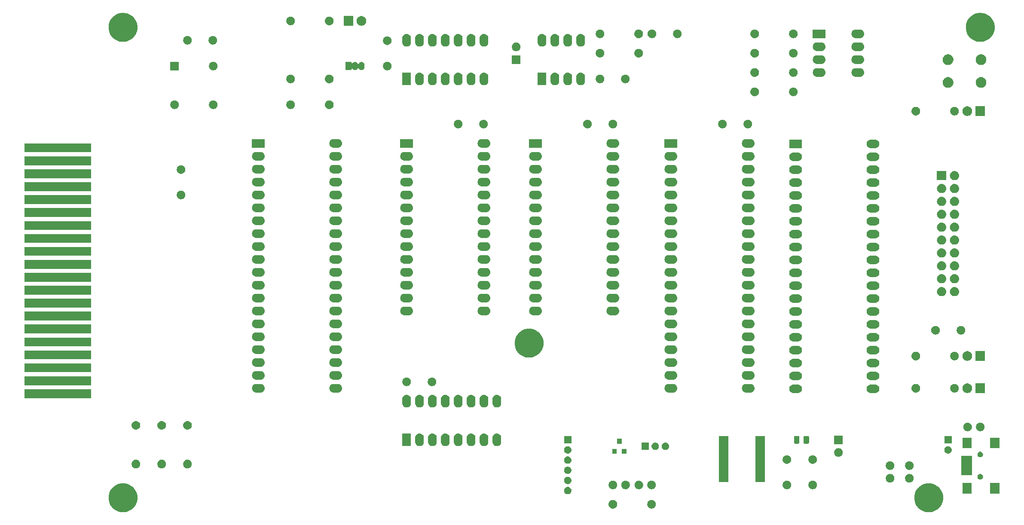
<source format=gbr>
G04 #@! TF.GenerationSoftware,KiCad,Pcbnew,(5.1.4)-1*
G04 #@! TF.CreationDate,2019-12-23T21:40:39+01:00*
G04 #@! TF.ProjectId,Z80Mini,5a38304d-696e-4692-9e6b-696361645f70,rev?*
G04 #@! TF.SameCoordinates,Original*
G04 #@! TF.FileFunction,Soldermask,Top*
G04 #@! TF.FilePolarity,Negative*
%FSLAX46Y46*%
G04 Gerber Fmt 4.6, Leading zero omitted, Abs format (unit mm)*
G04 Created by KiCad (PCBNEW (5.1.4)-1) date 2019-12-23 21:40:39*
%MOMM*%
%LPD*%
G04 APERTURE LIST*
%ADD10C,0.100000*%
G04 APERTURE END LIST*
D10*
G36*
X243401606Y-140768562D02*
G01*
X243920455Y-140983476D01*
X244271785Y-141218228D01*
X244387406Y-141295483D01*
X244784517Y-141692594D01*
X244846579Y-141785476D01*
X245096524Y-142159545D01*
X245311438Y-142678394D01*
X245421000Y-143229201D01*
X245421000Y-143790799D01*
X245311438Y-144341606D01*
X245096524Y-144860455D01*
X244880941Y-145183097D01*
X244787808Y-145322481D01*
X244784516Y-145327407D01*
X244387407Y-145724516D01*
X243920455Y-146036524D01*
X243401606Y-146251438D01*
X243126202Y-146306219D01*
X242850800Y-146361000D01*
X242289200Y-146361000D01*
X242013798Y-146306219D01*
X241738394Y-146251438D01*
X241219545Y-146036524D01*
X240752593Y-145724516D01*
X240355484Y-145327407D01*
X240352193Y-145322481D01*
X240259059Y-145183097D01*
X240043476Y-144860455D01*
X239828562Y-144341606D01*
X239719000Y-143790799D01*
X239719000Y-143229201D01*
X239828562Y-142678394D01*
X240043476Y-142159545D01*
X240293421Y-141785476D01*
X240355483Y-141692594D01*
X240752594Y-141295483D01*
X240868215Y-141218228D01*
X241219545Y-140983476D01*
X241738394Y-140768562D01*
X242289200Y-140659000D01*
X242850800Y-140659000D01*
X243401606Y-140768562D01*
X243401606Y-140768562D01*
G37*
G36*
X84651606Y-140768562D02*
G01*
X85170455Y-140983476D01*
X85521785Y-141218228D01*
X85637406Y-141295483D01*
X86034517Y-141692594D01*
X86096579Y-141785476D01*
X86346524Y-142159545D01*
X86561438Y-142678394D01*
X86671000Y-143229201D01*
X86671000Y-143790799D01*
X86561438Y-144341606D01*
X86346524Y-144860455D01*
X86130941Y-145183097D01*
X86037808Y-145322481D01*
X86034516Y-145327407D01*
X85637407Y-145724516D01*
X85170455Y-146036524D01*
X84651606Y-146251438D01*
X84376202Y-146306219D01*
X84100800Y-146361000D01*
X83539200Y-146361000D01*
X83263798Y-146306219D01*
X82988394Y-146251438D01*
X82469545Y-146036524D01*
X82002593Y-145724516D01*
X81605484Y-145327407D01*
X81602193Y-145322481D01*
X81509059Y-145183097D01*
X81293476Y-144860455D01*
X81078562Y-144341606D01*
X80969000Y-143790799D01*
X80969000Y-143229201D01*
X81078562Y-142678394D01*
X81293476Y-142159545D01*
X81543421Y-141785476D01*
X81605483Y-141692594D01*
X82002594Y-141295483D01*
X82118215Y-141218228D01*
X82469545Y-140983476D01*
X82988394Y-140768562D01*
X83539200Y-140659000D01*
X84100800Y-140659000D01*
X84651606Y-140768562D01*
X84651606Y-140768562D01*
G37*
G36*
X180506823Y-143941313D02*
G01*
X180667242Y-143989976D01*
X180734361Y-144025852D01*
X180815078Y-144068996D01*
X180944659Y-144175341D01*
X181051004Y-144304922D01*
X181051005Y-144304924D01*
X181130024Y-144452758D01*
X181178687Y-144613177D01*
X181195117Y-144780000D01*
X181178687Y-144946823D01*
X181130024Y-145107242D01*
X181089477Y-145183100D01*
X181051004Y-145255078D01*
X180944659Y-145384659D01*
X180815078Y-145491004D01*
X180815076Y-145491005D01*
X180667242Y-145570024D01*
X180506823Y-145618687D01*
X180381804Y-145631000D01*
X180298196Y-145631000D01*
X180173177Y-145618687D01*
X180012758Y-145570024D01*
X179864924Y-145491005D01*
X179864922Y-145491004D01*
X179735341Y-145384659D01*
X179628996Y-145255078D01*
X179590523Y-145183100D01*
X179549976Y-145107242D01*
X179501313Y-144946823D01*
X179484883Y-144780000D01*
X179501313Y-144613177D01*
X179549976Y-144452758D01*
X179628995Y-144304924D01*
X179628996Y-144304922D01*
X179735341Y-144175341D01*
X179864922Y-144068996D01*
X179945639Y-144025852D01*
X180012758Y-143989976D01*
X180173177Y-143941313D01*
X180298196Y-143929000D01*
X180381804Y-143929000D01*
X180506823Y-143941313D01*
X180506823Y-143941313D01*
G37*
G36*
X188208228Y-143961703D02*
G01*
X188363100Y-144025853D01*
X188502481Y-144118985D01*
X188621015Y-144237519D01*
X188714147Y-144376900D01*
X188778297Y-144531772D01*
X188811000Y-144696184D01*
X188811000Y-144863816D01*
X188778297Y-145028228D01*
X188714147Y-145183100D01*
X188621015Y-145322481D01*
X188502481Y-145441015D01*
X188363100Y-145534147D01*
X188208228Y-145598297D01*
X188043816Y-145631000D01*
X187876184Y-145631000D01*
X187711772Y-145598297D01*
X187556900Y-145534147D01*
X187417519Y-145441015D01*
X187298985Y-145322481D01*
X187205853Y-145183100D01*
X187141703Y-145028228D01*
X187109000Y-144863816D01*
X187109000Y-144696184D01*
X187141703Y-144531772D01*
X187205853Y-144376900D01*
X187298985Y-144237519D01*
X187417519Y-144118985D01*
X187556900Y-144025853D01*
X187711772Y-143961703D01*
X187876184Y-143929000D01*
X188043816Y-143929000D01*
X188208228Y-143961703D01*
X188208228Y-143961703D01*
G37*
G36*
X171521213Y-141357502D02*
G01*
X171592321Y-141364505D01*
X171729172Y-141406019D01*
X171729175Y-141406020D01*
X171855294Y-141473432D01*
X171965843Y-141564157D01*
X172056568Y-141674706D01*
X172123980Y-141800825D01*
X172123981Y-141800828D01*
X172165495Y-141937679D01*
X172179512Y-142080000D01*
X172165495Y-142222321D01*
X172123981Y-142359172D01*
X172123980Y-142359175D01*
X172056568Y-142485294D01*
X171965843Y-142595843D01*
X171855294Y-142686568D01*
X171729175Y-142753980D01*
X171729172Y-142753981D01*
X171592321Y-142795495D01*
X171521213Y-142802498D01*
X171485660Y-142806000D01*
X171414340Y-142806000D01*
X171378787Y-142802498D01*
X171307679Y-142795495D01*
X171170828Y-142753981D01*
X171170825Y-142753980D01*
X171044706Y-142686568D01*
X170934157Y-142595843D01*
X170843432Y-142485294D01*
X170776020Y-142359175D01*
X170776019Y-142359172D01*
X170734505Y-142222321D01*
X170720488Y-142080000D01*
X170734505Y-141937679D01*
X170776019Y-141800828D01*
X170776020Y-141800825D01*
X170843432Y-141674706D01*
X170934157Y-141564157D01*
X171044706Y-141473432D01*
X171170825Y-141406020D01*
X171170828Y-141406019D01*
X171307679Y-141364505D01*
X171378787Y-141357502D01*
X171414340Y-141354000D01*
X171485660Y-141354000D01*
X171521213Y-141357502D01*
X171521213Y-141357502D01*
G37*
G36*
X251031000Y-142661000D02*
G01*
X249229000Y-142661000D01*
X249229000Y-140559000D01*
X251031000Y-140559000D01*
X251031000Y-142661000D01*
X251031000Y-142661000D01*
G37*
G36*
X256481000Y-142661000D02*
G01*
X254679000Y-142661000D01*
X254679000Y-140559000D01*
X256481000Y-140559000D01*
X256481000Y-142661000D01*
X256481000Y-142661000D01*
G37*
G36*
X185708228Y-140151703D02*
G01*
X185863100Y-140215853D01*
X186002481Y-140308985D01*
X186121015Y-140427519D01*
X186214147Y-140566900D01*
X186278297Y-140721772D01*
X186311000Y-140886184D01*
X186311000Y-141053816D01*
X186278297Y-141218228D01*
X186214147Y-141373100D01*
X186121015Y-141512481D01*
X186002481Y-141631015D01*
X185863100Y-141724147D01*
X185708228Y-141788297D01*
X185543816Y-141821000D01*
X185376184Y-141821000D01*
X185211772Y-141788297D01*
X185056900Y-141724147D01*
X184917519Y-141631015D01*
X184798985Y-141512481D01*
X184705853Y-141373100D01*
X184641703Y-141218228D01*
X184609000Y-141053816D01*
X184609000Y-140886184D01*
X184641703Y-140721772D01*
X184705853Y-140566900D01*
X184798985Y-140427519D01*
X184917519Y-140308985D01*
X185056900Y-140215853D01*
X185211772Y-140151703D01*
X185376184Y-140119000D01*
X185543816Y-140119000D01*
X185708228Y-140151703D01*
X185708228Y-140151703D01*
G37*
G36*
X180588228Y-140151703D02*
G01*
X180743100Y-140215853D01*
X180882481Y-140308985D01*
X181001015Y-140427519D01*
X181094147Y-140566900D01*
X181158297Y-140721772D01*
X181191000Y-140886184D01*
X181191000Y-141053816D01*
X181158297Y-141218228D01*
X181094147Y-141373100D01*
X181001015Y-141512481D01*
X180882481Y-141631015D01*
X180743100Y-141724147D01*
X180588228Y-141788297D01*
X180423816Y-141821000D01*
X180256184Y-141821000D01*
X180091772Y-141788297D01*
X179936900Y-141724147D01*
X179797519Y-141631015D01*
X179678985Y-141512481D01*
X179585853Y-141373100D01*
X179521703Y-141218228D01*
X179489000Y-141053816D01*
X179489000Y-140886184D01*
X179521703Y-140721772D01*
X179585853Y-140566900D01*
X179678985Y-140427519D01*
X179797519Y-140308985D01*
X179936900Y-140215853D01*
X180091772Y-140151703D01*
X180256184Y-140119000D01*
X180423816Y-140119000D01*
X180588228Y-140151703D01*
X180588228Y-140151703D01*
G37*
G36*
X183088228Y-140151703D02*
G01*
X183243100Y-140215853D01*
X183382481Y-140308985D01*
X183501015Y-140427519D01*
X183594147Y-140566900D01*
X183658297Y-140721772D01*
X183691000Y-140886184D01*
X183691000Y-141053816D01*
X183658297Y-141218228D01*
X183594147Y-141373100D01*
X183501015Y-141512481D01*
X183382481Y-141631015D01*
X183243100Y-141724147D01*
X183088228Y-141788297D01*
X182923816Y-141821000D01*
X182756184Y-141821000D01*
X182591772Y-141788297D01*
X182436900Y-141724147D01*
X182297519Y-141631015D01*
X182178985Y-141512481D01*
X182085853Y-141373100D01*
X182021703Y-141218228D01*
X181989000Y-141053816D01*
X181989000Y-140886184D01*
X182021703Y-140721772D01*
X182085853Y-140566900D01*
X182178985Y-140427519D01*
X182297519Y-140308985D01*
X182436900Y-140215853D01*
X182591772Y-140151703D01*
X182756184Y-140119000D01*
X182923816Y-140119000D01*
X183088228Y-140151703D01*
X183088228Y-140151703D01*
G37*
G36*
X214878228Y-140151703D02*
G01*
X215033100Y-140215853D01*
X215172481Y-140308985D01*
X215291015Y-140427519D01*
X215384147Y-140566900D01*
X215448297Y-140721772D01*
X215481000Y-140886184D01*
X215481000Y-141053816D01*
X215448297Y-141218228D01*
X215384147Y-141373100D01*
X215291015Y-141512481D01*
X215172481Y-141631015D01*
X215033100Y-141724147D01*
X214878228Y-141788297D01*
X214713816Y-141821000D01*
X214546184Y-141821000D01*
X214381772Y-141788297D01*
X214226900Y-141724147D01*
X214087519Y-141631015D01*
X213968985Y-141512481D01*
X213875853Y-141373100D01*
X213811703Y-141218228D01*
X213779000Y-141053816D01*
X213779000Y-140886184D01*
X213811703Y-140721772D01*
X213875853Y-140566900D01*
X213968985Y-140427519D01*
X214087519Y-140308985D01*
X214226900Y-140215853D01*
X214381772Y-140151703D01*
X214546184Y-140119000D01*
X214713816Y-140119000D01*
X214878228Y-140151703D01*
X214878228Y-140151703D01*
G37*
G36*
X188208228Y-140151703D02*
G01*
X188363100Y-140215853D01*
X188502481Y-140308985D01*
X188621015Y-140427519D01*
X188714147Y-140566900D01*
X188778297Y-140721772D01*
X188811000Y-140886184D01*
X188811000Y-141053816D01*
X188778297Y-141218228D01*
X188714147Y-141373100D01*
X188621015Y-141512481D01*
X188502481Y-141631015D01*
X188363100Y-141724147D01*
X188208228Y-141788297D01*
X188043816Y-141821000D01*
X187876184Y-141821000D01*
X187711772Y-141788297D01*
X187556900Y-141724147D01*
X187417519Y-141631015D01*
X187298985Y-141512481D01*
X187205853Y-141373100D01*
X187141703Y-141218228D01*
X187109000Y-141053816D01*
X187109000Y-140886184D01*
X187141703Y-140721772D01*
X187205853Y-140566900D01*
X187298985Y-140427519D01*
X187417519Y-140308985D01*
X187556900Y-140215853D01*
X187711772Y-140151703D01*
X187876184Y-140119000D01*
X188043816Y-140119000D01*
X188208228Y-140151703D01*
X188208228Y-140151703D01*
G37*
G36*
X219958228Y-140151703D02*
G01*
X220113100Y-140215853D01*
X220252481Y-140308985D01*
X220371015Y-140427519D01*
X220464147Y-140566900D01*
X220528297Y-140721772D01*
X220561000Y-140886184D01*
X220561000Y-141053816D01*
X220528297Y-141218228D01*
X220464147Y-141373100D01*
X220371015Y-141512481D01*
X220252481Y-141631015D01*
X220113100Y-141724147D01*
X219958228Y-141788297D01*
X219793816Y-141821000D01*
X219626184Y-141821000D01*
X219461772Y-141788297D01*
X219306900Y-141724147D01*
X219167519Y-141631015D01*
X219048985Y-141512481D01*
X218955853Y-141373100D01*
X218891703Y-141218228D01*
X218859000Y-141053816D01*
X218859000Y-140886184D01*
X218891703Y-140721772D01*
X218955853Y-140566900D01*
X219048985Y-140427519D01*
X219167519Y-140308985D01*
X219306900Y-140215853D01*
X219461772Y-140151703D01*
X219626184Y-140119000D01*
X219793816Y-140119000D01*
X219958228Y-140151703D01*
X219958228Y-140151703D01*
G37*
G36*
X171521213Y-139357502D02*
G01*
X171592321Y-139364505D01*
X171729172Y-139406019D01*
X171729175Y-139406020D01*
X171855294Y-139473432D01*
X171965843Y-139564157D01*
X172056568Y-139674706D01*
X172123980Y-139800825D01*
X172123981Y-139800828D01*
X172165495Y-139937679D01*
X172179512Y-140080000D01*
X172165495Y-140222321D01*
X172139205Y-140308985D01*
X172123980Y-140359175D01*
X172056568Y-140485294D01*
X171965843Y-140595843D01*
X171855294Y-140686568D01*
X171729175Y-140753980D01*
X171729172Y-140753981D01*
X171592321Y-140795495D01*
X171521213Y-140802498D01*
X171485660Y-140806000D01*
X171414340Y-140806000D01*
X171378787Y-140802498D01*
X171307679Y-140795495D01*
X171170828Y-140753981D01*
X171170825Y-140753980D01*
X171044706Y-140686568D01*
X170934157Y-140595843D01*
X170843432Y-140485294D01*
X170776020Y-140359175D01*
X170760795Y-140308985D01*
X170734505Y-140222321D01*
X170720488Y-140080000D01*
X170734505Y-139937679D01*
X170776019Y-139800828D01*
X170776020Y-139800825D01*
X170843432Y-139674706D01*
X170934157Y-139564157D01*
X171044706Y-139473432D01*
X171170825Y-139406020D01*
X171170828Y-139406019D01*
X171307679Y-139364505D01*
X171378787Y-139357502D01*
X171414340Y-139354000D01*
X171485660Y-139354000D01*
X171521213Y-139357502D01*
X171521213Y-139357502D01*
G37*
G36*
X239008228Y-138841703D02*
G01*
X239163100Y-138905853D01*
X239302481Y-138998985D01*
X239421015Y-139117519D01*
X239514147Y-139256900D01*
X239578297Y-139411772D01*
X239611000Y-139576184D01*
X239611000Y-139743816D01*
X239578297Y-139908228D01*
X239514147Y-140063100D01*
X239421015Y-140202481D01*
X239302481Y-140321015D01*
X239163100Y-140414147D01*
X239008228Y-140478297D01*
X238843816Y-140511000D01*
X238676184Y-140511000D01*
X238511772Y-140478297D01*
X238356900Y-140414147D01*
X238217519Y-140321015D01*
X238098985Y-140202481D01*
X238005853Y-140063100D01*
X237941703Y-139908228D01*
X237909000Y-139743816D01*
X237909000Y-139576184D01*
X237941703Y-139411772D01*
X238005853Y-139256900D01*
X238098985Y-139117519D01*
X238217519Y-138998985D01*
X238356900Y-138905853D01*
X238511772Y-138841703D01*
X238676184Y-138809000D01*
X238843816Y-138809000D01*
X239008228Y-138841703D01*
X239008228Y-138841703D01*
G37*
G36*
X235198228Y-138841703D02*
G01*
X235353100Y-138905853D01*
X235492481Y-138998985D01*
X235611015Y-139117519D01*
X235704147Y-139256900D01*
X235768297Y-139411772D01*
X235801000Y-139576184D01*
X235801000Y-139743816D01*
X235768297Y-139908228D01*
X235704147Y-140063100D01*
X235611015Y-140202481D01*
X235492481Y-140321015D01*
X235353100Y-140414147D01*
X235198228Y-140478297D01*
X235033816Y-140511000D01*
X234866184Y-140511000D01*
X234701772Y-140478297D01*
X234546900Y-140414147D01*
X234407519Y-140321015D01*
X234288985Y-140202481D01*
X234195853Y-140063100D01*
X234131703Y-139908228D01*
X234099000Y-139743816D01*
X234099000Y-139576184D01*
X234131703Y-139411772D01*
X234195853Y-139256900D01*
X234288985Y-139117519D01*
X234407519Y-138998985D01*
X234546900Y-138905853D01*
X234701772Y-138841703D01*
X234866184Y-138809000D01*
X235033816Y-138809000D01*
X235198228Y-138841703D01*
X235198228Y-138841703D01*
G37*
G36*
X210266000Y-140391000D02*
G01*
X208414000Y-140391000D01*
X208414000Y-131389000D01*
X210266000Y-131389000D01*
X210266000Y-140391000D01*
X210266000Y-140391000D01*
G37*
G36*
X203066000Y-140391000D02*
G01*
X201214000Y-140391000D01*
X201214000Y-131389000D01*
X203066000Y-131389000D01*
X203066000Y-140391000D01*
X203066000Y-140391000D01*
G37*
G36*
X252890721Y-138830174D02*
G01*
X252990995Y-138871709D01*
X252990996Y-138871710D01*
X253081242Y-138932010D01*
X253157990Y-139008758D01*
X253157991Y-139008760D01*
X253218291Y-139099005D01*
X253259826Y-139199279D01*
X253281000Y-139305730D01*
X253281000Y-139414270D01*
X253259826Y-139520721D01*
X253218291Y-139620995D01*
X253218290Y-139620996D01*
X253157990Y-139711242D01*
X253081242Y-139787990D01*
X253062033Y-139800825D01*
X252990995Y-139848291D01*
X252890721Y-139889826D01*
X252784270Y-139911000D01*
X252675730Y-139911000D01*
X252569279Y-139889826D01*
X252469005Y-139848291D01*
X252397967Y-139800825D01*
X252378758Y-139787990D01*
X252302010Y-139711242D01*
X252241710Y-139620996D01*
X252241709Y-139620995D01*
X252200174Y-139520721D01*
X252179000Y-139414270D01*
X252179000Y-139305730D01*
X252200174Y-139199279D01*
X252241709Y-139099005D01*
X252302009Y-139008760D01*
X252302010Y-139008758D01*
X252378758Y-138932010D01*
X252469004Y-138871710D01*
X252469005Y-138871709D01*
X252569279Y-138830174D01*
X252675730Y-138809000D01*
X252784270Y-138809000D01*
X252890721Y-138830174D01*
X252890721Y-138830174D01*
G37*
G36*
X251081000Y-139061000D02*
G01*
X248979000Y-139061000D01*
X248979000Y-135259000D01*
X251081000Y-135259000D01*
X251081000Y-139061000D01*
X251081000Y-139061000D01*
G37*
G36*
X171521213Y-137357502D02*
G01*
X171592321Y-137364505D01*
X171717509Y-137402481D01*
X171729175Y-137406020D01*
X171855294Y-137473432D01*
X171965843Y-137564157D01*
X172056568Y-137674706D01*
X172123980Y-137800825D01*
X172123981Y-137800828D01*
X172165495Y-137937679D01*
X172179512Y-138080000D01*
X172165495Y-138222321D01*
X172123981Y-138359172D01*
X172123980Y-138359175D01*
X172056568Y-138485294D01*
X171965843Y-138595843D01*
X171855294Y-138686568D01*
X171729175Y-138753980D01*
X171729172Y-138753981D01*
X171592321Y-138795495D01*
X171521213Y-138802498D01*
X171485660Y-138806000D01*
X171414340Y-138806000D01*
X171378787Y-138802498D01*
X171307679Y-138795495D01*
X171170828Y-138753981D01*
X171170825Y-138753980D01*
X171044706Y-138686568D01*
X170934157Y-138595843D01*
X170843432Y-138485294D01*
X170776020Y-138359175D01*
X170776019Y-138359172D01*
X170734505Y-138222321D01*
X170720488Y-138080000D01*
X170734505Y-137937679D01*
X170776019Y-137800828D01*
X170776020Y-137800825D01*
X170843432Y-137674706D01*
X170934157Y-137564157D01*
X171044706Y-137473432D01*
X171170825Y-137406020D01*
X171182491Y-137402481D01*
X171307679Y-137364505D01*
X171378787Y-137357502D01*
X171414340Y-137354000D01*
X171485660Y-137354000D01*
X171521213Y-137357502D01*
X171521213Y-137357502D01*
G37*
G36*
X239008228Y-136341703D02*
G01*
X239163100Y-136405853D01*
X239302481Y-136498985D01*
X239421015Y-136617519D01*
X239514147Y-136756900D01*
X239578297Y-136911772D01*
X239611000Y-137076184D01*
X239611000Y-137243816D01*
X239578297Y-137408228D01*
X239514147Y-137563100D01*
X239421015Y-137702481D01*
X239302481Y-137821015D01*
X239163100Y-137914147D01*
X239008228Y-137978297D01*
X238843816Y-138011000D01*
X238676184Y-138011000D01*
X238511772Y-137978297D01*
X238356900Y-137914147D01*
X238217519Y-137821015D01*
X238098985Y-137702481D01*
X238005853Y-137563100D01*
X237941703Y-137408228D01*
X237909000Y-137243816D01*
X237909000Y-137076184D01*
X237941703Y-136911772D01*
X238005853Y-136756900D01*
X238098985Y-136617519D01*
X238217519Y-136498985D01*
X238356900Y-136405853D01*
X238511772Y-136341703D01*
X238676184Y-136309000D01*
X238843816Y-136309000D01*
X239008228Y-136341703D01*
X239008228Y-136341703D01*
G37*
G36*
X235198228Y-136341703D02*
G01*
X235353100Y-136405853D01*
X235492481Y-136498985D01*
X235611015Y-136617519D01*
X235704147Y-136756900D01*
X235768297Y-136911772D01*
X235801000Y-137076184D01*
X235801000Y-137243816D01*
X235768297Y-137408228D01*
X235704147Y-137563100D01*
X235611015Y-137702481D01*
X235492481Y-137821015D01*
X235353100Y-137914147D01*
X235198228Y-137978297D01*
X235033816Y-138011000D01*
X234866184Y-138011000D01*
X234701772Y-137978297D01*
X234546900Y-137914147D01*
X234407519Y-137821015D01*
X234288985Y-137702481D01*
X234195853Y-137563100D01*
X234131703Y-137408228D01*
X234099000Y-137243816D01*
X234099000Y-137076184D01*
X234131703Y-136911772D01*
X234195853Y-136756900D01*
X234288985Y-136617519D01*
X234407519Y-136498985D01*
X234546900Y-136405853D01*
X234701772Y-136341703D01*
X234866184Y-136309000D01*
X235033816Y-136309000D01*
X235198228Y-136341703D01*
X235198228Y-136341703D01*
G37*
G36*
X86608228Y-136041703D02*
G01*
X86763100Y-136105853D01*
X86902481Y-136198985D01*
X87021015Y-136317519D01*
X87114147Y-136456900D01*
X87178297Y-136611772D01*
X87211000Y-136776184D01*
X87211000Y-136943816D01*
X87178297Y-137108228D01*
X87114147Y-137263100D01*
X87021015Y-137402481D01*
X86902481Y-137521015D01*
X86763100Y-137614147D01*
X86608228Y-137678297D01*
X86443816Y-137711000D01*
X86276184Y-137711000D01*
X86111772Y-137678297D01*
X85956900Y-137614147D01*
X85817519Y-137521015D01*
X85698985Y-137402481D01*
X85605853Y-137263100D01*
X85541703Y-137108228D01*
X85509000Y-136943816D01*
X85509000Y-136776184D01*
X85541703Y-136611772D01*
X85605853Y-136456900D01*
X85698985Y-136317519D01*
X85817519Y-136198985D01*
X85956900Y-136105853D01*
X86111772Y-136041703D01*
X86276184Y-136009000D01*
X86443816Y-136009000D01*
X86608228Y-136041703D01*
X86608228Y-136041703D01*
G37*
G36*
X96768228Y-136041703D02*
G01*
X96923100Y-136105853D01*
X97062481Y-136198985D01*
X97181015Y-136317519D01*
X97274147Y-136456900D01*
X97338297Y-136611772D01*
X97371000Y-136776184D01*
X97371000Y-136943816D01*
X97338297Y-137108228D01*
X97274147Y-137263100D01*
X97181015Y-137402481D01*
X97062481Y-137521015D01*
X96923100Y-137614147D01*
X96768228Y-137678297D01*
X96603816Y-137711000D01*
X96436184Y-137711000D01*
X96271772Y-137678297D01*
X96116900Y-137614147D01*
X95977519Y-137521015D01*
X95858985Y-137402481D01*
X95765853Y-137263100D01*
X95701703Y-137108228D01*
X95669000Y-136943816D01*
X95669000Y-136776184D01*
X95701703Y-136611772D01*
X95765853Y-136456900D01*
X95858985Y-136317519D01*
X95977519Y-136198985D01*
X96116900Y-136105853D01*
X96271772Y-136041703D01*
X96436184Y-136009000D01*
X96603816Y-136009000D01*
X96768228Y-136041703D01*
X96768228Y-136041703D01*
G37*
G36*
X91688228Y-136041703D02*
G01*
X91843100Y-136105853D01*
X91982481Y-136198985D01*
X92101015Y-136317519D01*
X92194147Y-136456900D01*
X92258297Y-136611772D01*
X92291000Y-136776184D01*
X92291000Y-136943816D01*
X92258297Y-137108228D01*
X92194147Y-137263100D01*
X92101015Y-137402481D01*
X91982481Y-137521015D01*
X91843100Y-137614147D01*
X91688228Y-137678297D01*
X91523816Y-137711000D01*
X91356184Y-137711000D01*
X91191772Y-137678297D01*
X91036900Y-137614147D01*
X90897519Y-137521015D01*
X90778985Y-137402481D01*
X90685853Y-137263100D01*
X90621703Y-137108228D01*
X90589000Y-136943816D01*
X90589000Y-136776184D01*
X90621703Y-136611772D01*
X90685853Y-136456900D01*
X90778985Y-136317519D01*
X90897519Y-136198985D01*
X91036900Y-136105853D01*
X91191772Y-136041703D01*
X91356184Y-136009000D01*
X91523816Y-136009000D01*
X91688228Y-136041703D01*
X91688228Y-136041703D01*
G37*
G36*
X219958228Y-135151703D02*
G01*
X220113100Y-135215853D01*
X220252481Y-135308985D01*
X220371015Y-135427519D01*
X220464147Y-135566900D01*
X220528297Y-135721772D01*
X220561000Y-135886184D01*
X220561000Y-136053816D01*
X220528297Y-136218228D01*
X220464147Y-136373100D01*
X220371015Y-136512481D01*
X220252481Y-136631015D01*
X220113100Y-136724147D01*
X219958228Y-136788297D01*
X219793816Y-136821000D01*
X219626184Y-136821000D01*
X219461772Y-136788297D01*
X219306900Y-136724147D01*
X219167519Y-136631015D01*
X219048985Y-136512481D01*
X218955853Y-136373100D01*
X218891703Y-136218228D01*
X218859000Y-136053816D01*
X218859000Y-135886184D01*
X218891703Y-135721772D01*
X218955853Y-135566900D01*
X219048985Y-135427519D01*
X219167519Y-135308985D01*
X219306900Y-135215853D01*
X219461772Y-135151703D01*
X219626184Y-135119000D01*
X219793816Y-135119000D01*
X219958228Y-135151703D01*
X219958228Y-135151703D01*
G37*
G36*
X214878228Y-135151703D02*
G01*
X215033100Y-135215853D01*
X215172481Y-135308985D01*
X215291015Y-135427519D01*
X215384147Y-135566900D01*
X215448297Y-135721772D01*
X215481000Y-135886184D01*
X215481000Y-136053816D01*
X215448297Y-136218228D01*
X215384147Y-136373100D01*
X215291015Y-136512481D01*
X215172481Y-136631015D01*
X215033100Y-136724147D01*
X214878228Y-136788297D01*
X214713816Y-136821000D01*
X214546184Y-136821000D01*
X214381772Y-136788297D01*
X214226900Y-136724147D01*
X214087519Y-136631015D01*
X213968985Y-136512481D01*
X213875853Y-136373100D01*
X213811703Y-136218228D01*
X213779000Y-136053816D01*
X213779000Y-135886184D01*
X213811703Y-135721772D01*
X213875853Y-135566900D01*
X213968985Y-135427519D01*
X214087519Y-135308985D01*
X214226900Y-135215853D01*
X214381772Y-135151703D01*
X214546184Y-135119000D01*
X214713816Y-135119000D01*
X214878228Y-135151703D01*
X214878228Y-135151703D01*
G37*
G36*
X171521213Y-135357502D02*
G01*
X171592321Y-135364505D01*
X171703716Y-135398297D01*
X171729175Y-135406020D01*
X171855294Y-135473432D01*
X171965843Y-135564157D01*
X172056568Y-135674706D01*
X172123980Y-135800825D01*
X172123981Y-135800828D01*
X172165495Y-135937679D01*
X172179512Y-136080000D01*
X172165495Y-136222321D01*
X172123981Y-136359172D01*
X172123980Y-136359175D01*
X172056568Y-136485294D01*
X171965843Y-136595843D01*
X171855294Y-136686568D01*
X171729175Y-136753980D01*
X171729172Y-136753981D01*
X171592321Y-136795495D01*
X171521213Y-136802498D01*
X171485660Y-136806000D01*
X171414340Y-136806000D01*
X171378787Y-136802498D01*
X171307679Y-136795495D01*
X171170828Y-136753981D01*
X171170825Y-136753980D01*
X171044706Y-136686568D01*
X170934157Y-136595843D01*
X170843432Y-136485294D01*
X170776020Y-136359175D01*
X170776019Y-136359172D01*
X170734505Y-136222321D01*
X170720488Y-136080000D01*
X170734505Y-135937679D01*
X170776019Y-135800828D01*
X170776020Y-135800825D01*
X170843432Y-135674706D01*
X170934157Y-135564157D01*
X171044706Y-135473432D01*
X171170825Y-135406020D01*
X171196284Y-135398297D01*
X171307679Y-135364505D01*
X171378787Y-135357502D01*
X171414340Y-135354000D01*
X171485660Y-135354000D01*
X171521213Y-135357502D01*
X171521213Y-135357502D01*
G37*
G36*
X252890721Y-134430174D02*
G01*
X252990995Y-134471709D01*
X252990996Y-134471710D01*
X253081242Y-134532010D01*
X253157990Y-134608758D01*
X253157991Y-134608760D01*
X253218291Y-134699005D01*
X253259826Y-134799279D01*
X253281000Y-134905730D01*
X253281000Y-135014270D01*
X253259826Y-135120721D01*
X253218291Y-135220995D01*
X253218290Y-135220996D01*
X253157990Y-135311242D01*
X253081242Y-135387990D01*
X253065819Y-135398295D01*
X252990995Y-135448291D01*
X252890721Y-135489826D01*
X252784270Y-135511000D01*
X252675730Y-135511000D01*
X252569279Y-135489826D01*
X252469005Y-135448291D01*
X252394181Y-135398295D01*
X252378758Y-135387990D01*
X252302010Y-135311242D01*
X252241710Y-135220996D01*
X252241709Y-135220995D01*
X252200174Y-135120721D01*
X252179000Y-135014270D01*
X252179000Y-134905730D01*
X252200174Y-134799279D01*
X252241709Y-134699005D01*
X252302009Y-134608760D01*
X252302010Y-134608758D01*
X252378758Y-134532010D01*
X252469004Y-134471710D01*
X252469005Y-134471709D01*
X252569279Y-134430174D01*
X252675730Y-134409000D01*
X252784270Y-134409000D01*
X252890721Y-134430174D01*
X252890721Y-134430174D01*
G37*
G36*
X225038228Y-133761703D02*
G01*
X225193100Y-133825853D01*
X225332481Y-133918985D01*
X225451015Y-134037519D01*
X225544147Y-134176900D01*
X225608297Y-134331772D01*
X225641000Y-134496184D01*
X225641000Y-134663816D01*
X225608297Y-134828228D01*
X225544147Y-134983100D01*
X225451015Y-135122481D01*
X225332481Y-135241015D01*
X225193100Y-135334147D01*
X225038228Y-135398297D01*
X224873816Y-135431000D01*
X224706184Y-135431000D01*
X224541772Y-135398297D01*
X224386900Y-135334147D01*
X224247519Y-135241015D01*
X224128985Y-135122481D01*
X224035853Y-134983100D01*
X223971703Y-134828228D01*
X223939000Y-134663816D01*
X223939000Y-134496184D01*
X223971703Y-134331772D01*
X224035853Y-134176900D01*
X224128985Y-134037519D01*
X224247519Y-133918985D01*
X224386900Y-133825853D01*
X224541772Y-133761703D01*
X224706184Y-133729000D01*
X224873816Y-133729000D01*
X225038228Y-133761703D01*
X225038228Y-133761703D01*
G37*
G36*
X183011000Y-134851000D02*
G01*
X182109000Y-134851000D01*
X182109000Y-133849000D01*
X183011000Y-133849000D01*
X183011000Y-134851000D01*
X183011000Y-134851000D01*
G37*
G36*
X181111000Y-134851000D02*
G01*
X180209000Y-134851000D01*
X180209000Y-133849000D01*
X181111000Y-133849000D01*
X181111000Y-134851000D01*
X181111000Y-134851000D01*
G37*
G36*
X171521213Y-133357502D02*
G01*
X171592321Y-133364505D01*
X171729172Y-133406019D01*
X171729175Y-133406020D01*
X171855294Y-133473432D01*
X171965843Y-133564157D01*
X172056568Y-133674706D01*
X172123980Y-133800825D01*
X172123981Y-133800828D01*
X172165495Y-133937679D01*
X172179512Y-134080000D01*
X172165495Y-134222321D01*
X172132293Y-134331771D01*
X172123980Y-134359175D01*
X172056568Y-134485294D01*
X171965843Y-134595843D01*
X171855294Y-134686568D01*
X171729175Y-134753980D01*
X171729172Y-134753981D01*
X171592321Y-134795495D01*
X171521213Y-134802498D01*
X171485660Y-134806000D01*
X171414340Y-134806000D01*
X171378787Y-134802498D01*
X171307679Y-134795495D01*
X171170828Y-134753981D01*
X171170825Y-134753980D01*
X171044706Y-134686568D01*
X170934157Y-134595843D01*
X170843432Y-134485294D01*
X170776020Y-134359175D01*
X170767707Y-134331771D01*
X170734505Y-134222321D01*
X170720488Y-134080000D01*
X170734505Y-133937679D01*
X170776019Y-133800828D01*
X170776020Y-133800825D01*
X170843432Y-133674706D01*
X170934157Y-133564157D01*
X171044706Y-133473432D01*
X171170825Y-133406020D01*
X171170828Y-133406019D01*
X171307679Y-133364505D01*
X171378787Y-133357502D01*
X171414340Y-133354000D01*
X171485660Y-133354000D01*
X171521213Y-133357502D01*
X171521213Y-133357502D01*
G37*
G36*
X246451213Y-133357502D02*
G01*
X246522321Y-133364505D01*
X246659172Y-133406019D01*
X246659175Y-133406020D01*
X246785294Y-133473432D01*
X246895843Y-133564157D01*
X246986568Y-133674706D01*
X247053980Y-133800825D01*
X247053981Y-133800828D01*
X247095495Y-133937679D01*
X247109512Y-134080000D01*
X247095495Y-134222321D01*
X247062293Y-134331771D01*
X247053980Y-134359175D01*
X246986568Y-134485294D01*
X246895843Y-134595843D01*
X246785294Y-134686568D01*
X246659175Y-134753980D01*
X246659172Y-134753981D01*
X246522321Y-134795495D01*
X246451213Y-134802498D01*
X246415660Y-134806000D01*
X246344340Y-134806000D01*
X246308787Y-134802498D01*
X246237679Y-134795495D01*
X246100828Y-134753981D01*
X246100825Y-134753980D01*
X245974706Y-134686568D01*
X245864157Y-134595843D01*
X245773432Y-134485294D01*
X245706020Y-134359175D01*
X245697707Y-134331771D01*
X245664505Y-134222321D01*
X245650488Y-134080000D01*
X245664505Y-133937679D01*
X245706019Y-133800828D01*
X245706020Y-133800825D01*
X245773432Y-133674706D01*
X245864157Y-133564157D01*
X245974706Y-133473432D01*
X246100825Y-133406020D01*
X246100828Y-133406019D01*
X246237679Y-133364505D01*
X246308787Y-133357502D01*
X246344340Y-133354000D01*
X246415660Y-133354000D01*
X246451213Y-133357502D01*
X246451213Y-133357502D01*
G37*
G36*
X187416000Y-134076000D02*
G01*
X185964000Y-134076000D01*
X185964000Y-132624000D01*
X187416000Y-132624000D01*
X187416000Y-134076000D01*
X187416000Y-134076000D01*
G37*
G36*
X190761213Y-132627502D02*
G01*
X190832321Y-132634505D01*
X190969172Y-132676019D01*
X190969175Y-132676020D01*
X191095294Y-132743432D01*
X191205843Y-132834157D01*
X191296568Y-132944706D01*
X191363980Y-133070825D01*
X191363981Y-133070828D01*
X191405495Y-133207679D01*
X191419512Y-133350000D01*
X191405495Y-133492321D01*
X191383703Y-133564157D01*
X191363980Y-133629175D01*
X191296568Y-133755294D01*
X191205843Y-133865843D01*
X191095294Y-133956568D01*
X190969175Y-134023980D01*
X190969172Y-134023981D01*
X190832321Y-134065495D01*
X190761213Y-134072498D01*
X190725660Y-134076000D01*
X190654340Y-134076000D01*
X190618787Y-134072498D01*
X190547679Y-134065495D01*
X190410828Y-134023981D01*
X190410825Y-134023980D01*
X190284706Y-133956568D01*
X190174157Y-133865843D01*
X190083432Y-133755294D01*
X190016020Y-133629175D01*
X189996297Y-133564157D01*
X189974505Y-133492321D01*
X189960488Y-133350000D01*
X189974505Y-133207679D01*
X190016019Y-133070828D01*
X190016020Y-133070825D01*
X190083432Y-132944706D01*
X190174157Y-132834157D01*
X190284706Y-132743432D01*
X190410825Y-132676020D01*
X190410828Y-132676019D01*
X190547679Y-132634505D01*
X190618787Y-132627502D01*
X190654340Y-132624000D01*
X190725660Y-132624000D01*
X190761213Y-132627502D01*
X190761213Y-132627502D01*
G37*
G36*
X188761213Y-132627502D02*
G01*
X188832321Y-132634505D01*
X188969172Y-132676019D01*
X188969175Y-132676020D01*
X189095294Y-132743432D01*
X189205843Y-132834157D01*
X189296568Y-132944706D01*
X189363980Y-133070825D01*
X189363981Y-133070828D01*
X189405495Y-133207679D01*
X189419512Y-133350000D01*
X189405495Y-133492321D01*
X189383703Y-133564157D01*
X189363980Y-133629175D01*
X189296568Y-133755294D01*
X189205843Y-133865843D01*
X189095294Y-133956568D01*
X188969175Y-134023980D01*
X188969172Y-134023981D01*
X188832321Y-134065495D01*
X188761213Y-134072498D01*
X188725660Y-134076000D01*
X188654340Y-134076000D01*
X188618787Y-134072498D01*
X188547679Y-134065495D01*
X188410828Y-134023981D01*
X188410825Y-134023980D01*
X188284706Y-133956568D01*
X188174157Y-133865843D01*
X188083432Y-133755294D01*
X188016020Y-133629175D01*
X187996297Y-133564157D01*
X187974505Y-133492321D01*
X187960488Y-133350000D01*
X187974505Y-133207679D01*
X188016019Y-133070828D01*
X188016020Y-133070825D01*
X188083432Y-132944706D01*
X188174157Y-132834157D01*
X188284706Y-132743432D01*
X188410825Y-132676020D01*
X188410828Y-132676019D01*
X188547679Y-132634505D01*
X188618787Y-132627502D01*
X188654340Y-132624000D01*
X188725660Y-132624000D01*
X188761213Y-132627502D01*
X188761213Y-132627502D01*
G37*
G36*
X251031000Y-133761000D02*
G01*
X249229000Y-133761000D01*
X249229000Y-131659000D01*
X251031000Y-131659000D01*
X251031000Y-133761000D01*
X251031000Y-133761000D01*
G37*
G36*
X256481000Y-133761000D02*
G01*
X254679000Y-133761000D01*
X254679000Y-131659000D01*
X256481000Y-131659000D01*
X256481000Y-133761000D01*
X256481000Y-133761000D01*
G37*
G36*
X150026822Y-130841313D02*
G01*
X150187241Y-130889976D01*
X150335077Y-130968995D01*
X150464659Y-131075341D01*
X150571004Y-131204922D01*
X150571005Y-131204924D01*
X150650024Y-131352758D01*
X150698687Y-131513177D01*
X150711000Y-131638196D01*
X150711000Y-132521803D01*
X150698687Y-132646822D01*
X150650024Y-132807242D01*
X150583874Y-132931000D01*
X150571004Y-132955078D01*
X150464659Y-133084659D01*
X150335078Y-133191004D01*
X150335076Y-133191005D01*
X150187242Y-133270024D01*
X150026823Y-133318687D01*
X149860000Y-133335117D01*
X149693178Y-133318687D01*
X149532759Y-133270024D01*
X149384925Y-133191005D01*
X149384923Y-133191004D01*
X149255342Y-133084659D01*
X149148997Y-132955078D01*
X149136127Y-132931000D01*
X149069977Y-132807242D01*
X149021314Y-132646823D01*
X149009000Y-132521803D01*
X149009000Y-131638197D01*
X149021313Y-131513178D01*
X149066461Y-131364346D01*
X149069975Y-131352762D01*
X149069976Y-131352759D01*
X149148995Y-131204923D01*
X149255341Y-131075341D01*
X149384922Y-130968996D01*
X149400094Y-130960886D01*
X149532758Y-130889976D01*
X149693177Y-130841313D01*
X149860000Y-130824883D01*
X150026822Y-130841313D01*
X150026822Y-130841313D01*
G37*
G36*
X152566822Y-130841313D02*
G01*
X152727241Y-130889976D01*
X152875077Y-130968995D01*
X153004659Y-131075341D01*
X153111004Y-131204922D01*
X153111005Y-131204924D01*
X153190024Y-131352758D01*
X153238687Y-131513177D01*
X153251000Y-131638196D01*
X153251000Y-132521803D01*
X153238687Y-132646822D01*
X153190024Y-132807242D01*
X153123874Y-132931000D01*
X153111004Y-132955078D01*
X153004659Y-133084659D01*
X152875078Y-133191004D01*
X152875076Y-133191005D01*
X152727242Y-133270024D01*
X152566823Y-133318687D01*
X152400000Y-133335117D01*
X152233178Y-133318687D01*
X152072759Y-133270024D01*
X151924925Y-133191005D01*
X151924923Y-133191004D01*
X151795342Y-133084659D01*
X151688997Y-132955078D01*
X151676127Y-132931000D01*
X151609977Y-132807242D01*
X151561314Y-132646823D01*
X151549000Y-132521803D01*
X151549000Y-131638197D01*
X151561313Y-131513178D01*
X151606461Y-131364346D01*
X151609975Y-131352762D01*
X151609976Y-131352759D01*
X151688995Y-131204923D01*
X151795341Y-131075341D01*
X151924922Y-130968996D01*
X151940094Y-130960886D01*
X152072758Y-130889976D01*
X152233177Y-130841313D01*
X152400000Y-130824883D01*
X152566822Y-130841313D01*
X152566822Y-130841313D01*
G37*
G36*
X155106822Y-130841313D02*
G01*
X155267241Y-130889976D01*
X155415077Y-130968995D01*
X155544659Y-131075341D01*
X155651004Y-131204922D01*
X155651005Y-131204924D01*
X155730024Y-131352758D01*
X155778687Y-131513177D01*
X155791000Y-131638196D01*
X155791000Y-132521803D01*
X155778687Y-132646822D01*
X155730024Y-132807242D01*
X155663874Y-132931000D01*
X155651004Y-132955078D01*
X155544659Y-133084659D01*
X155415078Y-133191004D01*
X155415076Y-133191005D01*
X155267242Y-133270024D01*
X155106823Y-133318687D01*
X154940000Y-133335117D01*
X154773178Y-133318687D01*
X154612759Y-133270024D01*
X154464925Y-133191005D01*
X154464923Y-133191004D01*
X154335342Y-133084659D01*
X154228997Y-132955078D01*
X154216127Y-132931000D01*
X154149977Y-132807242D01*
X154101314Y-132646823D01*
X154089000Y-132521803D01*
X154089000Y-131638197D01*
X154101313Y-131513178D01*
X154146461Y-131364346D01*
X154149975Y-131352762D01*
X154149976Y-131352759D01*
X154228995Y-131204923D01*
X154335341Y-131075341D01*
X154464922Y-130968996D01*
X154480094Y-130960886D01*
X154612758Y-130889976D01*
X154773177Y-130841313D01*
X154940000Y-130824883D01*
X155106822Y-130841313D01*
X155106822Y-130841313D01*
G37*
G36*
X157646822Y-130841313D02*
G01*
X157807241Y-130889976D01*
X157955077Y-130968995D01*
X158084659Y-131075341D01*
X158191004Y-131204922D01*
X158191005Y-131204924D01*
X158270024Y-131352758D01*
X158318687Y-131513177D01*
X158331000Y-131638196D01*
X158331000Y-132521803D01*
X158318687Y-132646822D01*
X158270024Y-132807242D01*
X158203874Y-132931000D01*
X158191004Y-132955078D01*
X158084659Y-133084659D01*
X157955078Y-133191004D01*
X157955076Y-133191005D01*
X157807242Y-133270024D01*
X157646823Y-133318687D01*
X157480000Y-133335117D01*
X157313178Y-133318687D01*
X157152759Y-133270024D01*
X157004925Y-133191005D01*
X157004923Y-133191004D01*
X156875342Y-133084659D01*
X156768997Y-132955078D01*
X156756127Y-132931000D01*
X156689977Y-132807242D01*
X156641314Y-132646823D01*
X156629000Y-132521803D01*
X156629000Y-131638197D01*
X156641313Y-131513178D01*
X156686461Y-131364346D01*
X156689975Y-131352762D01*
X156689976Y-131352759D01*
X156768995Y-131204923D01*
X156875341Y-131075341D01*
X157004922Y-130968996D01*
X157020094Y-130960886D01*
X157152758Y-130889976D01*
X157313177Y-130841313D01*
X157480000Y-130824883D01*
X157646822Y-130841313D01*
X157646822Y-130841313D01*
G37*
G36*
X147486822Y-130841313D02*
G01*
X147647241Y-130889976D01*
X147795077Y-130968995D01*
X147924659Y-131075341D01*
X148031004Y-131204922D01*
X148031005Y-131204924D01*
X148110024Y-131352758D01*
X148158687Y-131513177D01*
X148171000Y-131638196D01*
X148171000Y-132521803D01*
X148158687Y-132646822D01*
X148110024Y-132807242D01*
X148043874Y-132931000D01*
X148031004Y-132955078D01*
X147924659Y-133084659D01*
X147795078Y-133191004D01*
X147795076Y-133191005D01*
X147647242Y-133270024D01*
X147486823Y-133318687D01*
X147320000Y-133335117D01*
X147153178Y-133318687D01*
X146992759Y-133270024D01*
X146844925Y-133191005D01*
X146844923Y-133191004D01*
X146715342Y-133084659D01*
X146608997Y-132955078D01*
X146596127Y-132931000D01*
X146529977Y-132807242D01*
X146481314Y-132646823D01*
X146469000Y-132521803D01*
X146469000Y-131638197D01*
X146481313Y-131513178D01*
X146526461Y-131364346D01*
X146529975Y-131352762D01*
X146529976Y-131352759D01*
X146608995Y-131204923D01*
X146715341Y-131075341D01*
X146844922Y-130968996D01*
X146860094Y-130960886D01*
X146992758Y-130889976D01*
X147153177Y-130841313D01*
X147320000Y-130824883D01*
X147486822Y-130841313D01*
X147486822Y-130841313D01*
G37*
G36*
X144946822Y-130841313D02*
G01*
X145107241Y-130889976D01*
X145255077Y-130968995D01*
X145384659Y-131075341D01*
X145491004Y-131204922D01*
X145491005Y-131204924D01*
X145570024Y-131352758D01*
X145618687Y-131513177D01*
X145631000Y-131638196D01*
X145631000Y-132521803D01*
X145618687Y-132646822D01*
X145570024Y-132807242D01*
X145503874Y-132931000D01*
X145491004Y-132955078D01*
X145384659Y-133084659D01*
X145255078Y-133191004D01*
X145255076Y-133191005D01*
X145107242Y-133270024D01*
X144946823Y-133318687D01*
X144780000Y-133335117D01*
X144613178Y-133318687D01*
X144452759Y-133270024D01*
X144304925Y-133191005D01*
X144304923Y-133191004D01*
X144175342Y-133084659D01*
X144068997Y-132955078D01*
X144056127Y-132931000D01*
X143989977Y-132807242D01*
X143941314Y-132646823D01*
X143929000Y-132521803D01*
X143929000Y-131638197D01*
X143941313Y-131513178D01*
X143986461Y-131364346D01*
X143989975Y-131352762D01*
X143989976Y-131352759D01*
X144068995Y-131204923D01*
X144175341Y-131075341D01*
X144304922Y-130968996D01*
X144320094Y-130960886D01*
X144452758Y-130889976D01*
X144613177Y-130841313D01*
X144780000Y-130824883D01*
X144946822Y-130841313D01*
X144946822Y-130841313D01*
G37*
G36*
X142406822Y-130841313D02*
G01*
X142567241Y-130889976D01*
X142715077Y-130968995D01*
X142844659Y-131075341D01*
X142951004Y-131204922D01*
X142951005Y-131204924D01*
X143030024Y-131352758D01*
X143078687Y-131513177D01*
X143091000Y-131638196D01*
X143091000Y-132521803D01*
X143078687Y-132646822D01*
X143030024Y-132807242D01*
X142963874Y-132931000D01*
X142951004Y-132955078D01*
X142844659Y-133084659D01*
X142715078Y-133191004D01*
X142715076Y-133191005D01*
X142567242Y-133270024D01*
X142406823Y-133318687D01*
X142240000Y-133335117D01*
X142073178Y-133318687D01*
X141912759Y-133270024D01*
X141764925Y-133191005D01*
X141764923Y-133191004D01*
X141635342Y-133084659D01*
X141528997Y-132955078D01*
X141516127Y-132931000D01*
X141449977Y-132807242D01*
X141401314Y-132646823D01*
X141389000Y-132521803D01*
X141389000Y-131638197D01*
X141401313Y-131513178D01*
X141446461Y-131364346D01*
X141449975Y-131352762D01*
X141449976Y-131352759D01*
X141528995Y-131204923D01*
X141635341Y-131075341D01*
X141764922Y-130968996D01*
X141780094Y-130960886D01*
X141912758Y-130889976D01*
X142073177Y-130841313D01*
X142240000Y-130824883D01*
X142406822Y-130841313D01*
X142406822Y-130841313D01*
G37*
G36*
X140551000Y-133331000D02*
G01*
X138849000Y-133331000D01*
X138849000Y-130829000D01*
X140551000Y-130829000D01*
X140551000Y-133331000D01*
X140551000Y-133331000D01*
G37*
G36*
X225641000Y-132931000D02*
G01*
X223939000Y-132931000D01*
X223939000Y-131229000D01*
X225641000Y-131229000D01*
X225641000Y-132931000D01*
X225641000Y-132931000D01*
G37*
G36*
X182061000Y-132851000D02*
G01*
X181159000Y-132851000D01*
X181159000Y-131849000D01*
X182061000Y-131849000D01*
X182061000Y-132851000D01*
X182061000Y-132851000D01*
G37*
G36*
X216936968Y-131333565D02*
G01*
X216975638Y-131345296D01*
X217011277Y-131364346D01*
X217042517Y-131389983D01*
X217068154Y-131421223D01*
X217087204Y-131456862D01*
X217098935Y-131495532D01*
X217103500Y-131541888D01*
X217103500Y-132618112D01*
X217098935Y-132664468D01*
X217087204Y-132703138D01*
X217068154Y-132738777D01*
X217042517Y-132770017D01*
X217011277Y-132795654D01*
X216975638Y-132814704D01*
X216936968Y-132826435D01*
X216890612Y-132831000D01*
X216239388Y-132831000D01*
X216193032Y-132826435D01*
X216154362Y-132814704D01*
X216118723Y-132795654D01*
X216087483Y-132770017D01*
X216061846Y-132738777D01*
X216042796Y-132703138D01*
X216031065Y-132664468D01*
X216026500Y-132618112D01*
X216026500Y-131541888D01*
X216031065Y-131495532D01*
X216042796Y-131456862D01*
X216061846Y-131421223D01*
X216087483Y-131389983D01*
X216118723Y-131364346D01*
X216154362Y-131345296D01*
X216193032Y-131333565D01*
X216239388Y-131329000D01*
X216890612Y-131329000D01*
X216936968Y-131333565D01*
X216936968Y-131333565D01*
G37*
G36*
X218811968Y-131333565D02*
G01*
X218850638Y-131345296D01*
X218886277Y-131364346D01*
X218917517Y-131389983D01*
X218943154Y-131421223D01*
X218962204Y-131456862D01*
X218973935Y-131495532D01*
X218978500Y-131541888D01*
X218978500Y-132618112D01*
X218973935Y-132664468D01*
X218962204Y-132703138D01*
X218943154Y-132738777D01*
X218917517Y-132770017D01*
X218886277Y-132795654D01*
X218850638Y-132814704D01*
X218811968Y-132826435D01*
X218765612Y-132831000D01*
X218114388Y-132831000D01*
X218068032Y-132826435D01*
X218029362Y-132814704D01*
X217993723Y-132795654D01*
X217962483Y-132770017D01*
X217936846Y-132738777D01*
X217917796Y-132703138D01*
X217906065Y-132664468D01*
X217901500Y-132618112D01*
X217901500Y-131541888D01*
X217906065Y-131495532D01*
X217917796Y-131456862D01*
X217936846Y-131421223D01*
X217962483Y-131389983D01*
X217993723Y-131364346D01*
X218029362Y-131345296D01*
X218068032Y-131333565D01*
X218114388Y-131329000D01*
X218765612Y-131329000D01*
X218811968Y-131333565D01*
X218811968Y-131333565D01*
G37*
G36*
X247106000Y-132806000D02*
G01*
X245654000Y-132806000D01*
X245654000Y-131354000D01*
X247106000Y-131354000D01*
X247106000Y-132806000D01*
X247106000Y-132806000D01*
G37*
G36*
X172176000Y-132806000D02*
G01*
X170724000Y-132806000D01*
X170724000Y-131354000D01*
X172176000Y-131354000D01*
X172176000Y-132806000D01*
X172176000Y-132806000D01*
G37*
G36*
X252978228Y-128721703D02*
G01*
X253133100Y-128785853D01*
X253272481Y-128878985D01*
X253391015Y-128997519D01*
X253484147Y-129136900D01*
X253548297Y-129291772D01*
X253581000Y-129456184D01*
X253581000Y-129623816D01*
X253548297Y-129788228D01*
X253484147Y-129943100D01*
X253391015Y-130082481D01*
X253272481Y-130201015D01*
X253133100Y-130294147D01*
X252978228Y-130358297D01*
X252813816Y-130391000D01*
X252646184Y-130391000D01*
X252481772Y-130358297D01*
X252326900Y-130294147D01*
X252187519Y-130201015D01*
X252068985Y-130082481D01*
X251975853Y-129943100D01*
X251911703Y-129788228D01*
X251879000Y-129623816D01*
X251879000Y-129456184D01*
X251911703Y-129291772D01*
X251975853Y-129136900D01*
X252068985Y-128997519D01*
X252187519Y-128878985D01*
X252326900Y-128785853D01*
X252481772Y-128721703D01*
X252646184Y-128689000D01*
X252813816Y-128689000D01*
X252978228Y-128721703D01*
X252978228Y-128721703D01*
G37*
G36*
X250478228Y-128721703D02*
G01*
X250633100Y-128785853D01*
X250772481Y-128878985D01*
X250891015Y-128997519D01*
X250984147Y-129136900D01*
X251048297Y-129291772D01*
X251081000Y-129456184D01*
X251081000Y-129623816D01*
X251048297Y-129788228D01*
X250984147Y-129943100D01*
X250891015Y-130082481D01*
X250772481Y-130201015D01*
X250633100Y-130294147D01*
X250478228Y-130358297D01*
X250313816Y-130391000D01*
X250146184Y-130391000D01*
X249981772Y-130358297D01*
X249826900Y-130294147D01*
X249687519Y-130201015D01*
X249568985Y-130082481D01*
X249475853Y-129943100D01*
X249411703Y-129788228D01*
X249379000Y-129623816D01*
X249379000Y-129456184D01*
X249411703Y-129291772D01*
X249475853Y-129136900D01*
X249568985Y-128997519D01*
X249687519Y-128878985D01*
X249826900Y-128785853D01*
X249981772Y-128721703D01*
X250146184Y-128689000D01*
X250313816Y-128689000D01*
X250478228Y-128721703D01*
X250478228Y-128721703D01*
G37*
G36*
X91606823Y-128401313D02*
G01*
X91767242Y-128449976D01*
X91899906Y-128520886D01*
X91915078Y-128528996D01*
X92044659Y-128635341D01*
X92151004Y-128764922D01*
X92151005Y-128764924D01*
X92230024Y-128912758D01*
X92278687Y-129073177D01*
X92295117Y-129240000D01*
X92278687Y-129406823D01*
X92230024Y-129567242D01*
X92159114Y-129699906D01*
X92151004Y-129715078D01*
X92044659Y-129844659D01*
X91915078Y-129951004D01*
X91915076Y-129951005D01*
X91767242Y-130030024D01*
X91606823Y-130078687D01*
X91481804Y-130091000D01*
X91398196Y-130091000D01*
X91273177Y-130078687D01*
X91112758Y-130030024D01*
X90964924Y-129951005D01*
X90964922Y-129951004D01*
X90835341Y-129844659D01*
X90728996Y-129715078D01*
X90720886Y-129699906D01*
X90649976Y-129567242D01*
X90601313Y-129406823D01*
X90584883Y-129240000D01*
X90601313Y-129073177D01*
X90649976Y-128912758D01*
X90728995Y-128764924D01*
X90728996Y-128764922D01*
X90835341Y-128635341D01*
X90964922Y-128528996D01*
X90980094Y-128520886D01*
X91112758Y-128449976D01*
X91273177Y-128401313D01*
X91398196Y-128389000D01*
X91481804Y-128389000D01*
X91606823Y-128401313D01*
X91606823Y-128401313D01*
G37*
G36*
X96686823Y-128401313D02*
G01*
X96847242Y-128449976D01*
X96979906Y-128520886D01*
X96995078Y-128528996D01*
X97124659Y-128635341D01*
X97231004Y-128764922D01*
X97231005Y-128764924D01*
X97310024Y-128912758D01*
X97358687Y-129073177D01*
X97375117Y-129240000D01*
X97358687Y-129406823D01*
X97310024Y-129567242D01*
X97239114Y-129699906D01*
X97231004Y-129715078D01*
X97124659Y-129844659D01*
X96995078Y-129951004D01*
X96995076Y-129951005D01*
X96847242Y-130030024D01*
X96686823Y-130078687D01*
X96561804Y-130091000D01*
X96478196Y-130091000D01*
X96353177Y-130078687D01*
X96192758Y-130030024D01*
X96044924Y-129951005D01*
X96044922Y-129951004D01*
X95915341Y-129844659D01*
X95808996Y-129715078D01*
X95800886Y-129699906D01*
X95729976Y-129567242D01*
X95681313Y-129406823D01*
X95664883Y-129240000D01*
X95681313Y-129073177D01*
X95729976Y-128912758D01*
X95808995Y-128764924D01*
X95808996Y-128764922D01*
X95915341Y-128635341D01*
X96044922Y-128528996D01*
X96060094Y-128520886D01*
X96192758Y-128449976D01*
X96353177Y-128401313D01*
X96478196Y-128389000D01*
X96561804Y-128389000D01*
X96686823Y-128401313D01*
X96686823Y-128401313D01*
G37*
G36*
X86526823Y-128401313D02*
G01*
X86687242Y-128449976D01*
X86819906Y-128520886D01*
X86835078Y-128528996D01*
X86964659Y-128635341D01*
X87071004Y-128764922D01*
X87071005Y-128764924D01*
X87150024Y-128912758D01*
X87198687Y-129073177D01*
X87215117Y-129240000D01*
X87198687Y-129406823D01*
X87150024Y-129567242D01*
X87079114Y-129699906D01*
X87071004Y-129715078D01*
X86964659Y-129844659D01*
X86835078Y-129951004D01*
X86835076Y-129951005D01*
X86687242Y-130030024D01*
X86526823Y-130078687D01*
X86401804Y-130091000D01*
X86318196Y-130091000D01*
X86193177Y-130078687D01*
X86032758Y-130030024D01*
X85884924Y-129951005D01*
X85884922Y-129951004D01*
X85755341Y-129844659D01*
X85648996Y-129715078D01*
X85640886Y-129699906D01*
X85569976Y-129567242D01*
X85521313Y-129406823D01*
X85504883Y-129240000D01*
X85521313Y-129073177D01*
X85569976Y-128912758D01*
X85648995Y-128764924D01*
X85648996Y-128764922D01*
X85755341Y-128635341D01*
X85884922Y-128528996D01*
X85900094Y-128520886D01*
X86032758Y-128449976D01*
X86193177Y-128401313D01*
X86318196Y-128389000D01*
X86401804Y-128389000D01*
X86526823Y-128401313D01*
X86526823Y-128401313D01*
G37*
G36*
X147486822Y-123221313D02*
G01*
X147647241Y-123269976D01*
X147795077Y-123348995D01*
X147924659Y-123455341D01*
X148031004Y-123584922D01*
X148031005Y-123584924D01*
X148110024Y-123732758D01*
X148158687Y-123893177D01*
X148171000Y-124018196D01*
X148171000Y-124901803D01*
X148158687Y-125026822D01*
X148110024Y-125187242D01*
X148039114Y-125319906D01*
X148031004Y-125335078D01*
X147924659Y-125464659D01*
X147795078Y-125571004D01*
X147795076Y-125571005D01*
X147647242Y-125650024D01*
X147486823Y-125698687D01*
X147320000Y-125715117D01*
X147153178Y-125698687D01*
X146992759Y-125650024D01*
X146844925Y-125571005D01*
X146844923Y-125571004D01*
X146715342Y-125464659D01*
X146608997Y-125335078D01*
X146600887Y-125319906D01*
X146529977Y-125187242D01*
X146481314Y-125026823D01*
X146469000Y-124901803D01*
X146469000Y-124018197D01*
X146481313Y-123893178D01*
X146529976Y-123732759D01*
X146608995Y-123584923D01*
X146715341Y-123455341D01*
X146844922Y-123348996D01*
X146860094Y-123340886D01*
X146992758Y-123269976D01*
X147153177Y-123221313D01*
X147320000Y-123204883D01*
X147486822Y-123221313D01*
X147486822Y-123221313D01*
G37*
G36*
X139866822Y-123221313D02*
G01*
X140027241Y-123269976D01*
X140175077Y-123348995D01*
X140304659Y-123455341D01*
X140411004Y-123584922D01*
X140411005Y-123584924D01*
X140490024Y-123732758D01*
X140538687Y-123893177D01*
X140551000Y-124018196D01*
X140551000Y-124901803D01*
X140538687Y-125026822D01*
X140490024Y-125187242D01*
X140419114Y-125319906D01*
X140411004Y-125335078D01*
X140304659Y-125464659D01*
X140175078Y-125571004D01*
X140175076Y-125571005D01*
X140027242Y-125650024D01*
X139866823Y-125698687D01*
X139700000Y-125715117D01*
X139533178Y-125698687D01*
X139372759Y-125650024D01*
X139224925Y-125571005D01*
X139224923Y-125571004D01*
X139095342Y-125464659D01*
X138988997Y-125335078D01*
X138980887Y-125319906D01*
X138909977Y-125187242D01*
X138861314Y-125026823D01*
X138849000Y-124901803D01*
X138849000Y-124018197D01*
X138861313Y-123893178D01*
X138909976Y-123732759D01*
X138988995Y-123584923D01*
X139095341Y-123455341D01*
X139224922Y-123348996D01*
X139240094Y-123340886D01*
X139372758Y-123269976D01*
X139533177Y-123221313D01*
X139700000Y-123204883D01*
X139866822Y-123221313D01*
X139866822Y-123221313D01*
G37*
G36*
X142406822Y-123221313D02*
G01*
X142567241Y-123269976D01*
X142715077Y-123348995D01*
X142844659Y-123455341D01*
X142951004Y-123584922D01*
X142951005Y-123584924D01*
X143030024Y-123732758D01*
X143078687Y-123893177D01*
X143091000Y-124018196D01*
X143091000Y-124901803D01*
X143078687Y-125026822D01*
X143030024Y-125187242D01*
X142959114Y-125319906D01*
X142951004Y-125335078D01*
X142844659Y-125464659D01*
X142715078Y-125571004D01*
X142715076Y-125571005D01*
X142567242Y-125650024D01*
X142406823Y-125698687D01*
X142240000Y-125715117D01*
X142073178Y-125698687D01*
X141912759Y-125650024D01*
X141764925Y-125571005D01*
X141764923Y-125571004D01*
X141635342Y-125464659D01*
X141528997Y-125335078D01*
X141520887Y-125319906D01*
X141449977Y-125187242D01*
X141401314Y-125026823D01*
X141389000Y-124901803D01*
X141389000Y-124018197D01*
X141401313Y-123893178D01*
X141449976Y-123732759D01*
X141528995Y-123584923D01*
X141635341Y-123455341D01*
X141764922Y-123348996D01*
X141780094Y-123340886D01*
X141912758Y-123269976D01*
X142073177Y-123221313D01*
X142240000Y-123204883D01*
X142406822Y-123221313D01*
X142406822Y-123221313D01*
G37*
G36*
X150026822Y-123221313D02*
G01*
X150187241Y-123269976D01*
X150335077Y-123348995D01*
X150464659Y-123455341D01*
X150571004Y-123584922D01*
X150571005Y-123584924D01*
X150650024Y-123732758D01*
X150698687Y-123893177D01*
X150711000Y-124018196D01*
X150711000Y-124901803D01*
X150698687Y-125026822D01*
X150650024Y-125187242D01*
X150579114Y-125319906D01*
X150571004Y-125335078D01*
X150464659Y-125464659D01*
X150335078Y-125571004D01*
X150335076Y-125571005D01*
X150187242Y-125650024D01*
X150026823Y-125698687D01*
X149860000Y-125715117D01*
X149693178Y-125698687D01*
X149532759Y-125650024D01*
X149384925Y-125571005D01*
X149384923Y-125571004D01*
X149255342Y-125464659D01*
X149148997Y-125335078D01*
X149140887Y-125319906D01*
X149069977Y-125187242D01*
X149021314Y-125026823D01*
X149009000Y-124901803D01*
X149009000Y-124018197D01*
X149021313Y-123893178D01*
X149069976Y-123732759D01*
X149148995Y-123584923D01*
X149255341Y-123455341D01*
X149384922Y-123348996D01*
X149400094Y-123340886D01*
X149532758Y-123269976D01*
X149693177Y-123221313D01*
X149860000Y-123204883D01*
X150026822Y-123221313D01*
X150026822Y-123221313D01*
G37*
G36*
X152566822Y-123221313D02*
G01*
X152727241Y-123269976D01*
X152875077Y-123348995D01*
X153004659Y-123455341D01*
X153111004Y-123584922D01*
X153111005Y-123584924D01*
X153190024Y-123732758D01*
X153238687Y-123893177D01*
X153251000Y-124018196D01*
X153251000Y-124901803D01*
X153238687Y-125026822D01*
X153190024Y-125187242D01*
X153119114Y-125319906D01*
X153111004Y-125335078D01*
X153004659Y-125464659D01*
X152875078Y-125571004D01*
X152875076Y-125571005D01*
X152727242Y-125650024D01*
X152566823Y-125698687D01*
X152400000Y-125715117D01*
X152233178Y-125698687D01*
X152072759Y-125650024D01*
X151924925Y-125571005D01*
X151924923Y-125571004D01*
X151795342Y-125464659D01*
X151688997Y-125335078D01*
X151680887Y-125319906D01*
X151609977Y-125187242D01*
X151561314Y-125026823D01*
X151549000Y-124901803D01*
X151549000Y-124018197D01*
X151561313Y-123893178D01*
X151609976Y-123732759D01*
X151688995Y-123584923D01*
X151795341Y-123455341D01*
X151924922Y-123348996D01*
X151940094Y-123340886D01*
X152072758Y-123269976D01*
X152233177Y-123221313D01*
X152400000Y-123204883D01*
X152566822Y-123221313D01*
X152566822Y-123221313D01*
G37*
G36*
X155106822Y-123221313D02*
G01*
X155267241Y-123269976D01*
X155415077Y-123348995D01*
X155544659Y-123455341D01*
X155651004Y-123584922D01*
X155651005Y-123584924D01*
X155730024Y-123732758D01*
X155778687Y-123893177D01*
X155791000Y-124018196D01*
X155791000Y-124901803D01*
X155778687Y-125026822D01*
X155730024Y-125187242D01*
X155659114Y-125319906D01*
X155651004Y-125335078D01*
X155544659Y-125464659D01*
X155415078Y-125571004D01*
X155415076Y-125571005D01*
X155267242Y-125650024D01*
X155106823Y-125698687D01*
X154940000Y-125715117D01*
X154773178Y-125698687D01*
X154612759Y-125650024D01*
X154464925Y-125571005D01*
X154464923Y-125571004D01*
X154335342Y-125464659D01*
X154228997Y-125335078D01*
X154220887Y-125319906D01*
X154149977Y-125187242D01*
X154101314Y-125026823D01*
X154089000Y-124901803D01*
X154089000Y-124018197D01*
X154101313Y-123893178D01*
X154149976Y-123732759D01*
X154228995Y-123584923D01*
X154335341Y-123455341D01*
X154464922Y-123348996D01*
X154480094Y-123340886D01*
X154612758Y-123269976D01*
X154773177Y-123221313D01*
X154940000Y-123204883D01*
X155106822Y-123221313D01*
X155106822Y-123221313D01*
G37*
G36*
X157646822Y-123221313D02*
G01*
X157807241Y-123269976D01*
X157955077Y-123348995D01*
X158084659Y-123455341D01*
X158191004Y-123584922D01*
X158191005Y-123584924D01*
X158270024Y-123732758D01*
X158318687Y-123893177D01*
X158331000Y-124018196D01*
X158331000Y-124901803D01*
X158318687Y-125026822D01*
X158270024Y-125187242D01*
X158199114Y-125319906D01*
X158191004Y-125335078D01*
X158084659Y-125464659D01*
X157955078Y-125571004D01*
X157955076Y-125571005D01*
X157807242Y-125650024D01*
X157646823Y-125698687D01*
X157480000Y-125715117D01*
X157313178Y-125698687D01*
X157152759Y-125650024D01*
X157004925Y-125571005D01*
X157004923Y-125571004D01*
X156875342Y-125464659D01*
X156768997Y-125335078D01*
X156760887Y-125319906D01*
X156689977Y-125187242D01*
X156641314Y-125026823D01*
X156629000Y-124901803D01*
X156629000Y-124018197D01*
X156641313Y-123893178D01*
X156689976Y-123732759D01*
X156768995Y-123584923D01*
X156875341Y-123455341D01*
X157004922Y-123348996D01*
X157020094Y-123340886D01*
X157152758Y-123269976D01*
X157313177Y-123221313D01*
X157480000Y-123204883D01*
X157646822Y-123221313D01*
X157646822Y-123221313D01*
G37*
G36*
X144946822Y-123221313D02*
G01*
X145107241Y-123269976D01*
X145255077Y-123348995D01*
X145384659Y-123455341D01*
X145491004Y-123584922D01*
X145491005Y-123584924D01*
X145570024Y-123732758D01*
X145618687Y-123893177D01*
X145631000Y-124018196D01*
X145631000Y-124901803D01*
X145618687Y-125026822D01*
X145570024Y-125187242D01*
X145499114Y-125319906D01*
X145491004Y-125335078D01*
X145384659Y-125464659D01*
X145255078Y-125571004D01*
X145255076Y-125571005D01*
X145107242Y-125650024D01*
X144946823Y-125698687D01*
X144780000Y-125715117D01*
X144613178Y-125698687D01*
X144452759Y-125650024D01*
X144304925Y-125571005D01*
X144304923Y-125571004D01*
X144175342Y-125464659D01*
X144068997Y-125335078D01*
X144060887Y-125319906D01*
X143989977Y-125187242D01*
X143941314Y-125026823D01*
X143929000Y-124901803D01*
X143929000Y-124018197D01*
X143941313Y-123893178D01*
X143989976Y-123732759D01*
X144068995Y-123584923D01*
X144175341Y-123455341D01*
X144304922Y-123348996D01*
X144320094Y-123340886D01*
X144452758Y-123269976D01*
X144613177Y-123221313D01*
X144780000Y-123204883D01*
X144946822Y-123221313D01*
X144946822Y-123221313D01*
G37*
G36*
X77544000Y-123875000D02*
G01*
X64442000Y-123875000D01*
X64442000Y-122123000D01*
X77544000Y-122123000D01*
X77544000Y-123875000D01*
X77544000Y-123875000D01*
G37*
G36*
X216916823Y-121201313D02*
G01*
X217077242Y-121249976D01*
X217191438Y-121311015D01*
X217225078Y-121328996D01*
X217354659Y-121435341D01*
X217461004Y-121564922D01*
X217461005Y-121564924D01*
X217540024Y-121712758D01*
X217588687Y-121873177D01*
X217605117Y-122040000D01*
X217588687Y-122206823D01*
X217540024Y-122367242D01*
X217469114Y-122499906D01*
X217461004Y-122515078D01*
X217354659Y-122644659D01*
X217225078Y-122751004D01*
X217225076Y-122751005D01*
X217077242Y-122830024D01*
X217077239Y-122830025D01*
X217047380Y-122839083D01*
X216916823Y-122878687D01*
X216791804Y-122891000D01*
X215908196Y-122891000D01*
X215783177Y-122878687D01*
X215652620Y-122839083D01*
X215622761Y-122830025D01*
X215622758Y-122830024D01*
X215474924Y-122751005D01*
X215474922Y-122751004D01*
X215345341Y-122644659D01*
X215238996Y-122515078D01*
X215230886Y-122499906D01*
X215159976Y-122367242D01*
X215111313Y-122206823D01*
X215094883Y-122040000D01*
X215111313Y-121873177D01*
X215159976Y-121712758D01*
X215238995Y-121564924D01*
X215238996Y-121564922D01*
X215345341Y-121435341D01*
X215474922Y-121328996D01*
X215508562Y-121311015D01*
X215622758Y-121249976D01*
X215783177Y-121201313D01*
X215908196Y-121189000D01*
X216791804Y-121189000D01*
X216916823Y-121201313D01*
X216916823Y-121201313D01*
G37*
G36*
X232156823Y-121201313D02*
G01*
X232317242Y-121249976D01*
X232431438Y-121311015D01*
X232465078Y-121328996D01*
X232594659Y-121435341D01*
X232701004Y-121564922D01*
X232701005Y-121564924D01*
X232780024Y-121712758D01*
X232828687Y-121873177D01*
X232845117Y-122040000D01*
X232828687Y-122206823D01*
X232780024Y-122367242D01*
X232709114Y-122499906D01*
X232701004Y-122515078D01*
X232594659Y-122644659D01*
X232465078Y-122751004D01*
X232465076Y-122751005D01*
X232317242Y-122830024D01*
X232317239Y-122830025D01*
X232287380Y-122839083D01*
X232156823Y-122878687D01*
X232031804Y-122891000D01*
X231148196Y-122891000D01*
X231023177Y-122878687D01*
X230892620Y-122839083D01*
X230862761Y-122830025D01*
X230862758Y-122830024D01*
X230714924Y-122751005D01*
X230714922Y-122751004D01*
X230585341Y-122644659D01*
X230478996Y-122515078D01*
X230470886Y-122499906D01*
X230399976Y-122367242D01*
X230351313Y-122206823D01*
X230334883Y-122040000D01*
X230351313Y-121873177D01*
X230399976Y-121712758D01*
X230478995Y-121564924D01*
X230478996Y-121564922D01*
X230585341Y-121435341D01*
X230714922Y-121328996D01*
X230748562Y-121311015D01*
X230862758Y-121249976D01*
X231023177Y-121201313D01*
X231148196Y-121189000D01*
X232031804Y-121189000D01*
X232156823Y-121201313D01*
X232156823Y-121201313D01*
G37*
G36*
X253681000Y-122871000D02*
G01*
X251779000Y-122871000D01*
X251779000Y-120969000D01*
X253681000Y-120969000D01*
X253681000Y-122871000D01*
X253681000Y-122871000D01*
G37*
G36*
X250467395Y-121005546D02*
G01*
X250640466Y-121077234D01*
X250646572Y-121081314D01*
X250796227Y-121181310D01*
X250928690Y-121313773D01*
X250971284Y-121377520D01*
X251032766Y-121469534D01*
X251104454Y-121642605D01*
X251141000Y-121826333D01*
X251141000Y-122013667D01*
X251104454Y-122197395D01*
X251032766Y-122370466D01*
X251032765Y-122370467D01*
X250928690Y-122526227D01*
X250796227Y-122658690D01*
X250773092Y-122674148D01*
X250640466Y-122762766D01*
X250467395Y-122834454D01*
X250283667Y-122871000D01*
X250096333Y-122871000D01*
X249912605Y-122834454D01*
X249739534Y-122762766D01*
X249606908Y-122674148D01*
X249583773Y-122658690D01*
X249451310Y-122526227D01*
X249347235Y-122370467D01*
X249347234Y-122370466D01*
X249275546Y-122197395D01*
X249239000Y-122013667D01*
X249239000Y-121826333D01*
X249275546Y-121642605D01*
X249347234Y-121469534D01*
X249408716Y-121377520D01*
X249451310Y-121313773D01*
X249583773Y-121181310D01*
X249733428Y-121081314D01*
X249739534Y-121077234D01*
X249912605Y-121005546D01*
X250096333Y-120969000D01*
X250283667Y-120969000D01*
X250467395Y-121005546D01*
X250467395Y-121005546D01*
G37*
G36*
X247898228Y-121101703D02*
G01*
X248053100Y-121165853D01*
X248192481Y-121258985D01*
X248311015Y-121377519D01*
X248404147Y-121516900D01*
X248468297Y-121671772D01*
X248501000Y-121836184D01*
X248501000Y-122003816D01*
X248468297Y-122168228D01*
X248404147Y-122323100D01*
X248311015Y-122462481D01*
X248192481Y-122581015D01*
X248053100Y-122674147D01*
X247898228Y-122738297D01*
X247733816Y-122771000D01*
X247566184Y-122771000D01*
X247401772Y-122738297D01*
X247246900Y-122674147D01*
X247107519Y-122581015D01*
X246988985Y-122462481D01*
X246895853Y-122323100D01*
X246831703Y-122168228D01*
X246799000Y-122003816D01*
X246799000Y-121836184D01*
X246831703Y-121671772D01*
X246895853Y-121516900D01*
X246988985Y-121377519D01*
X247107519Y-121258985D01*
X247246900Y-121165853D01*
X247401772Y-121101703D01*
X247566184Y-121069000D01*
X247733816Y-121069000D01*
X247898228Y-121101703D01*
X247898228Y-121101703D01*
G37*
G36*
X111056823Y-121081313D02*
G01*
X111217242Y-121129976D01*
X111349906Y-121200886D01*
X111365078Y-121208996D01*
X111494659Y-121315341D01*
X111601004Y-121444922D01*
X111601005Y-121444924D01*
X111680024Y-121592758D01*
X111728687Y-121753177D01*
X111745117Y-121920000D01*
X111728687Y-122086823D01*
X111680024Y-122247242D01*
X111639477Y-122323100D01*
X111601004Y-122395078D01*
X111494659Y-122524659D01*
X111365078Y-122631004D01*
X111365076Y-122631005D01*
X111217242Y-122710024D01*
X111056823Y-122758687D01*
X110931804Y-122771000D01*
X110048196Y-122771000D01*
X109923177Y-122758687D01*
X109762758Y-122710024D01*
X109614924Y-122631005D01*
X109614922Y-122631004D01*
X109485341Y-122524659D01*
X109378996Y-122395078D01*
X109340523Y-122323100D01*
X109299976Y-122247242D01*
X109251313Y-122086823D01*
X109234883Y-121920000D01*
X109251313Y-121753177D01*
X109299976Y-121592758D01*
X109378995Y-121444924D01*
X109378996Y-121444922D01*
X109485341Y-121315341D01*
X109614922Y-121208996D01*
X109630094Y-121200886D01*
X109762758Y-121129976D01*
X109923177Y-121081313D01*
X110048196Y-121069000D01*
X110931804Y-121069000D01*
X111056823Y-121081313D01*
X111056823Y-121081313D01*
G37*
G36*
X126296823Y-121081313D02*
G01*
X126457242Y-121129976D01*
X126589906Y-121200886D01*
X126605078Y-121208996D01*
X126734659Y-121315341D01*
X126841004Y-121444922D01*
X126841005Y-121444924D01*
X126920024Y-121592758D01*
X126968687Y-121753177D01*
X126985117Y-121920000D01*
X126968687Y-122086823D01*
X126920024Y-122247242D01*
X126879477Y-122323100D01*
X126841004Y-122395078D01*
X126734659Y-122524659D01*
X126605078Y-122631004D01*
X126605076Y-122631005D01*
X126457242Y-122710024D01*
X126296823Y-122758687D01*
X126171804Y-122771000D01*
X125288196Y-122771000D01*
X125163177Y-122758687D01*
X125002758Y-122710024D01*
X124854924Y-122631005D01*
X124854922Y-122631004D01*
X124725341Y-122524659D01*
X124618996Y-122395078D01*
X124580523Y-122323100D01*
X124539976Y-122247242D01*
X124491313Y-122086823D01*
X124474883Y-121920000D01*
X124491313Y-121753177D01*
X124539976Y-121592758D01*
X124618995Y-121444924D01*
X124618996Y-121444922D01*
X124725341Y-121315341D01*
X124854922Y-121208996D01*
X124870094Y-121200886D01*
X125002758Y-121129976D01*
X125163177Y-121081313D01*
X125288196Y-121069000D01*
X126171804Y-121069000D01*
X126296823Y-121081313D01*
X126296823Y-121081313D01*
G37*
G36*
X192336823Y-121081313D02*
G01*
X192497242Y-121129976D01*
X192629906Y-121200886D01*
X192645078Y-121208996D01*
X192774659Y-121315341D01*
X192881004Y-121444922D01*
X192881005Y-121444924D01*
X192960024Y-121592758D01*
X193008687Y-121753177D01*
X193025117Y-121920000D01*
X193008687Y-122086823D01*
X192960024Y-122247242D01*
X192919477Y-122323100D01*
X192881004Y-122395078D01*
X192774659Y-122524659D01*
X192645078Y-122631004D01*
X192645076Y-122631005D01*
X192497242Y-122710024D01*
X192336823Y-122758687D01*
X192211804Y-122771000D01*
X191328196Y-122771000D01*
X191203177Y-122758687D01*
X191042758Y-122710024D01*
X190894924Y-122631005D01*
X190894922Y-122631004D01*
X190765341Y-122524659D01*
X190658996Y-122395078D01*
X190620523Y-122323100D01*
X190579976Y-122247242D01*
X190531313Y-122086823D01*
X190514883Y-121920000D01*
X190531313Y-121753177D01*
X190579976Y-121592758D01*
X190658995Y-121444924D01*
X190658996Y-121444922D01*
X190765341Y-121315341D01*
X190894922Y-121208996D01*
X190910094Y-121200886D01*
X191042758Y-121129976D01*
X191203177Y-121081313D01*
X191328196Y-121069000D01*
X192211804Y-121069000D01*
X192336823Y-121081313D01*
X192336823Y-121081313D01*
G37*
G36*
X207576823Y-121081313D02*
G01*
X207737242Y-121129976D01*
X207869906Y-121200886D01*
X207885078Y-121208996D01*
X208014659Y-121315341D01*
X208121004Y-121444922D01*
X208121005Y-121444924D01*
X208200024Y-121592758D01*
X208248687Y-121753177D01*
X208265117Y-121920000D01*
X208248687Y-122086823D01*
X208200024Y-122247242D01*
X208159477Y-122323100D01*
X208121004Y-122395078D01*
X208014659Y-122524659D01*
X207885078Y-122631004D01*
X207885076Y-122631005D01*
X207737242Y-122710024D01*
X207576823Y-122758687D01*
X207451804Y-122771000D01*
X206568196Y-122771000D01*
X206443177Y-122758687D01*
X206282758Y-122710024D01*
X206134924Y-122631005D01*
X206134922Y-122631004D01*
X206005341Y-122524659D01*
X205898996Y-122395078D01*
X205860523Y-122323100D01*
X205819976Y-122247242D01*
X205771313Y-122086823D01*
X205754883Y-121920000D01*
X205771313Y-121753177D01*
X205819976Y-121592758D01*
X205898995Y-121444924D01*
X205898996Y-121444922D01*
X206005341Y-121315341D01*
X206134922Y-121208996D01*
X206150094Y-121200886D01*
X206282758Y-121129976D01*
X206443177Y-121081313D01*
X206568196Y-121069000D01*
X207451804Y-121069000D01*
X207576823Y-121081313D01*
X207576823Y-121081313D01*
G37*
G36*
X240196823Y-121081313D02*
G01*
X240357242Y-121129976D01*
X240489906Y-121200886D01*
X240505078Y-121208996D01*
X240634659Y-121315341D01*
X240741004Y-121444922D01*
X240741005Y-121444924D01*
X240820024Y-121592758D01*
X240868687Y-121753177D01*
X240885117Y-121920000D01*
X240868687Y-122086823D01*
X240820024Y-122247242D01*
X240779477Y-122323100D01*
X240741004Y-122395078D01*
X240634659Y-122524659D01*
X240505078Y-122631004D01*
X240505076Y-122631005D01*
X240357242Y-122710024D01*
X240196823Y-122758687D01*
X240071804Y-122771000D01*
X239988196Y-122771000D01*
X239863177Y-122758687D01*
X239702758Y-122710024D01*
X239554924Y-122631005D01*
X239554922Y-122631004D01*
X239425341Y-122524659D01*
X239318996Y-122395078D01*
X239280523Y-122323100D01*
X239239976Y-122247242D01*
X239191313Y-122086823D01*
X239174883Y-121920000D01*
X239191313Y-121753177D01*
X239239976Y-121592758D01*
X239318995Y-121444924D01*
X239318996Y-121444922D01*
X239425341Y-121315341D01*
X239554922Y-121208996D01*
X239570094Y-121200886D01*
X239702758Y-121129976D01*
X239863177Y-121081313D01*
X239988196Y-121069000D01*
X240071804Y-121069000D01*
X240196823Y-121081313D01*
X240196823Y-121081313D01*
G37*
G36*
X144948228Y-119831703D02*
G01*
X145103100Y-119895853D01*
X145242481Y-119988985D01*
X145361015Y-120107519D01*
X145454147Y-120246900D01*
X145518297Y-120401772D01*
X145551000Y-120566184D01*
X145551000Y-120733816D01*
X145518297Y-120898228D01*
X145454147Y-121053100D01*
X145361015Y-121192481D01*
X145242481Y-121311015D01*
X145103100Y-121404147D01*
X144948228Y-121468297D01*
X144783816Y-121501000D01*
X144616184Y-121501000D01*
X144451772Y-121468297D01*
X144296900Y-121404147D01*
X144157519Y-121311015D01*
X144038985Y-121192481D01*
X143945853Y-121053100D01*
X143881703Y-120898228D01*
X143849000Y-120733816D01*
X143849000Y-120566184D01*
X143881703Y-120401772D01*
X143945853Y-120246900D01*
X144038985Y-120107519D01*
X144157519Y-119988985D01*
X144296900Y-119895853D01*
X144451772Y-119831703D01*
X144616184Y-119799000D01*
X144783816Y-119799000D01*
X144948228Y-119831703D01*
X144948228Y-119831703D01*
G37*
G36*
X139948228Y-119831703D02*
G01*
X140103100Y-119895853D01*
X140242481Y-119988985D01*
X140361015Y-120107519D01*
X140454147Y-120246900D01*
X140518297Y-120401772D01*
X140551000Y-120566184D01*
X140551000Y-120733816D01*
X140518297Y-120898228D01*
X140454147Y-121053100D01*
X140361015Y-121192481D01*
X140242481Y-121311015D01*
X140103100Y-121404147D01*
X139948228Y-121468297D01*
X139783816Y-121501000D01*
X139616184Y-121501000D01*
X139451772Y-121468297D01*
X139296900Y-121404147D01*
X139157519Y-121311015D01*
X139038985Y-121192481D01*
X138945853Y-121053100D01*
X138881703Y-120898228D01*
X138849000Y-120733816D01*
X138849000Y-120566184D01*
X138881703Y-120401772D01*
X138945853Y-120246900D01*
X139038985Y-120107519D01*
X139157519Y-119988985D01*
X139296900Y-119895853D01*
X139451772Y-119831703D01*
X139616184Y-119799000D01*
X139783816Y-119799000D01*
X139948228Y-119831703D01*
X139948228Y-119831703D01*
G37*
G36*
X77544000Y-121325000D02*
G01*
X64442000Y-121325000D01*
X64442000Y-119573000D01*
X77544000Y-119573000D01*
X77544000Y-121325000D01*
X77544000Y-121325000D01*
G37*
G36*
X216916823Y-118661313D02*
G01*
X217077242Y-118709976D01*
X217198893Y-118775000D01*
X217225078Y-118788996D01*
X217354659Y-118895341D01*
X217461004Y-119024922D01*
X217461005Y-119024924D01*
X217540024Y-119172758D01*
X217588687Y-119333177D01*
X217605117Y-119500000D01*
X217588687Y-119666823D01*
X217540024Y-119827242D01*
X217469114Y-119959906D01*
X217461004Y-119975078D01*
X217354659Y-120104659D01*
X217225078Y-120211004D01*
X217225076Y-120211005D01*
X217077242Y-120290024D01*
X216916823Y-120338687D01*
X216791804Y-120351000D01*
X215908196Y-120351000D01*
X215783177Y-120338687D01*
X215622758Y-120290024D01*
X215474924Y-120211005D01*
X215474922Y-120211004D01*
X215345341Y-120104659D01*
X215238996Y-119975078D01*
X215230886Y-119959906D01*
X215159976Y-119827242D01*
X215111313Y-119666823D01*
X215094883Y-119500000D01*
X215111313Y-119333177D01*
X215159976Y-119172758D01*
X215238995Y-119024924D01*
X215238996Y-119024922D01*
X215345341Y-118895341D01*
X215474922Y-118788996D01*
X215501107Y-118775000D01*
X215622758Y-118709976D01*
X215783177Y-118661313D01*
X215908196Y-118649000D01*
X216791804Y-118649000D01*
X216916823Y-118661313D01*
X216916823Y-118661313D01*
G37*
G36*
X232156823Y-118661313D02*
G01*
X232317242Y-118709976D01*
X232438893Y-118775000D01*
X232465078Y-118788996D01*
X232594659Y-118895341D01*
X232701004Y-119024922D01*
X232701005Y-119024924D01*
X232780024Y-119172758D01*
X232828687Y-119333177D01*
X232845117Y-119500000D01*
X232828687Y-119666823D01*
X232780024Y-119827242D01*
X232709114Y-119959906D01*
X232701004Y-119975078D01*
X232594659Y-120104659D01*
X232465078Y-120211004D01*
X232465076Y-120211005D01*
X232317242Y-120290024D01*
X232156823Y-120338687D01*
X232031804Y-120351000D01*
X231148196Y-120351000D01*
X231023177Y-120338687D01*
X230862758Y-120290024D01*
X230714924Y-120211005D01*
X230714922Y-120211004D01*
X230585341Y-120104659D01*
X230478996Y-119975078D01*
X230470886Y-119959906D01*
X230399976Y-119827242D01*
X230351313Y-119666823D01*
X230334883Y-119500000D01*
X230351313Y-119333177D01*
X230399976Y-119172758D01*
X230478995Y-119024924D01*
X230478996Y-119024922D01*
X230585341Y-118895341D01*
X230714922Y-118788996D01*
X230741107Y-118775000D01*
X230862758Y-118709976D01*
X231023177Y-118661313D01*
X231148196Y-118649000D01*
X232031804Y-118649000D01*
X232156823Y-118661313D01*
X232156823Y-118661313D01*
G37*
G36*
X126296823Y-118541313D02*
G01*
X126457242Y-118589976D01*
X126567668Y-118649000D01*
X126605078Y-118668996D01*
X126734659Y-118775341D01*
X126841004Y-118904922D01*
X126841005Y-118904924D01*
X126920024Y-119052758D01*
X126968687Y-119213177D01*
X126985117Y-119380000D01*
X126968687Y-119546823D01*
X126920024Y-119707242D01*
X126870978Y-119799000D01*
X126841004Y-119855078D01*
X126734659Y-119984659D01*
X126605078Y-120091004D01*
X126605076Y-120091005D01*
X126457242Y-120170024D01*
X126296823Y-120218687D01*
X126171804Y-120231000D01*
X125288196Y-120231000D01*
X125163177Y-120218687D01*
X125002758Y-120170024D01*
X124854924Y-120091005D01*
X124854922Y-120091004D01*
X124725341Y-119984659D01*
X124618996Y-119855078D01*
X124589022Y-119799000D01*
X124539976Y-119707242D01*
X124491313Y-119546823D01*
X124474883Y-119380000D01*
X124491313Y-119213177D01*
X124539976Y-119052758D01*
X124618995Y-118904924D01*
X124618996Y-118904922D01*
X124725341Y-118775341D01*
X124854922Y-118668996D01*
X124892332Y-118649000D01*
X125002758Y-118589976D01*
X125163177Y-118541313D01*
X125288196Y-118529000D01*
X126171804Y-118529000D01*
X126296823Y-118541313D01*
X126296823Y-118541313D01*
G37*
G36*
X192336823Y-118541313D02*
G01*
X192497242Y-118589976D01*
X192607668Y-118649000D01*
X192645078Y-118668996D01*
X192774659Y-118775341D01*
X192881004Y-118904922D01*
X192881005Y-118904924D01*
X192960024Y-119052758D01*
X193008687Y-119213177D01*
X193025117Y-119380000D01*
X193008687Y-119546823D01*
X192960024Y-119707242D01*
X192910978Y-119799000D01*
X192881004Y-119855078D01*
X192774659Y-119984659D01*
X192645078Y-120091004D01*
X192645076Y-120091005D01*
X192497242Y-120170024D01*
X192336823Y-120218687D01*
X192211804Y-120231000D01*
X191328196Y-120231000D01*
X191203177Y-120218687D01*
X191042758Y-120170024D01*
X190894924Y-120091005D01*
X190894922Y-120091004D01*
X190765341Y-119984659D01*
X190658996Y-119855078D01*
X190629022Y-119799000D01*
X190579976Y-119707242D01*
X190531313Y-119546823D01*
X190514883Y-119380000D01*
X190531313Y-119213177D01*
X190579976Y-119052758D01*
X190658995Y-118904924D01*
X190658996Y-118904922D01*
X190765341Y-118775341D01*
X190894922Y-118668996D01*
X190932332Y-118649000D01*
X191042758Y-118589976D01*
X191203177Y-118541313D01*
X191328196Y-118529000D01*
X192211804Y-118529000D01*
X192336823Y-118541313D01*
X192336823Y-118541313D01*
G37*
G36*
X207576823Y-118541313D02*
G01*
X207737242Y-118589976D01*
X207847668Y-118649000D01*
X207885078Y-118668996D01*
X208014659Y-118775341D01*
X208121004Y-118904922D01*
X208121005Y-118904924D01*
X208200024Y-119052758D01*
X208248687Y-119213177D01*
X208265117Y-119380000D01*
X208248687Y-119546823D01*
X208200024Y-119707242D01*
X208150978Y-119799000D01*
X208121004Y-119855078D01*
X208014659Y-119984659D01*
X207885078Y-120091004D01*
X207885076Y-120091005D01*
X207737242Y-120170024D01*
X207576823Y-120218687D01*
X207451804Y-120231000D01*
X206568196Y-120231000D01*
X206443177Y-120218687D01*
X206282758Y-120170024D01*
X206134924Y-120091005D01*
X206134922Y-120091004D01*
X206005341Y-119984659D01*
X205898996Y-119855078D01*
X205869022Y-119799000D01*
X205819976Y-119707242D01*
X205771313Y-119546823D01*
X205754883Y-119380000D01*
X205771313Y-119213177D01*
X205819976Y-119052758D01*
X205898995Y-118904924D01*
X205898996Y-118904922D01*
X206005341Y-118775341D01*
X206134922Y-118668996D01*
X206172332Y-118649000D01*
X206282758Y-118589976D01*
X206443177Y-118541313D01*
X206568196Y-118529000D01*
X207451804Y-118529000D01*
X207576823Y-118541313D01*
X207576823Y-118541313D01*
G37*
G36*
X111056823Y-118541313D02*
G01*
X111217242Y-118589976D01*
X111327668Y-118649000D01*
X111365078Y-118668996D01*
X111494659Y-118775341D01*
X111601004Y-118904922D01*
X111601005Y-118904924D01*
X111680024Y-119052758D01*
X111728687Y-119213177D01*
X111745117Y-119380000D01*
X111728687Y-119546823D01*
X111680024Y-119707242D01*
X111630978Y-119799000D01*
X111601004Y-119855078D01*
X111494659Y-119984659D01*
X111365078Y-120091004D01*
X111365076Y-120091005D01*
X111217242Y-120170024D01*
X111056823Y-120218687D01*
X110931804Y-120231000D01*
X110048196Y-120231000D01*
X109923177Y-120218687D01*
X109762758Y-120170024D01*
X109614924Y-120091005D01*
X109614922Y-120091004D01*
X109485341Y-119984659D01*
X109378996Y-119855078D01*
X109349022Y-119799000D01*
X109299976Y-119707242D01*
X109251313Y-119546823D01*
X109234883Y-119380000D01*
X109251313Y-119213177D01*
X109299976Y-119052758D01*
X109378995Y-118904924D01*
X109378996Y-118904922D01*
X109485341Y-118775341D01*
X109614922Y-118668996D01*
X109652332Y-118649000D01*
X109762758Y-118589976D01*
X109923177Y-118541313D01*
X110048196Y-118529000D01*
X110931804Y-118529000D01*
X111056823Y-118541313D01*
X111056823Y-118541313D01*
G37*
G36*
X77544000Y-118775000D02*
G01*
X64442000Y-118775000D01*
X64442000Y-117023000D01*
X77544000Y-117023000D01*
X77544000Y-118775000D01*
X77544000Y-118775000D01*
G37*
G36*
X232156823Y-116121313D02*
G01*
X232317242Y-116169976D01*
X232431438Y-116231015D01*
X232465078Y-116248996D01*
X232594659Y-116355341D01*
X232701004Y-116484922D01*
X232701005Y-116484924D01*
X232780024Y-116632758D01*
X232828687Y-116793177D01*
X232845117Y-116960000D01*
X232828687Y-117126823D01*
X232780024Y-117287242D01*
X232765146Y-117315076D01*
X232701004Y-117435078D01*
X232594659Y-117564659D01*
X232465078Y-117671004D01*
X232465076Y-117671005D01*
X232317242Y-117750024D01*
X232156823Y-117798687D01*
X232031804Y-117811000D01*
X231148196Y-117811000D01*
X231023177Y-117798687D01*
X230862758Y-117750024D01*
X230714924Y-117671005D01*
X230714922Y-117671004D01*
X230585341Y-117564659D01*
X230478996Y-117435078D01*
X230414854Y-117315076D01*
X230399976Y-117287242D01*
X230351313Y-117126823D01*
X230334883Y-116960000D01*
X230351313Y-116793177D01*
X230399976Y-116632758D01*
X230478995Y-116484924D01*
X230478996Y-116484922D01*
X230585341Y-116355341D01*
X230714922Y-116248996D01*
X230748562Y-116231015D01*
X230862758Y-116169976D01*
X231023177Y-116121313D01*
X231148196Y-116109000D01*
X232031804Y-116109000D01*
X232156823Y-116121313D01*
X232156823Y-116121313D01*
G37*
G36*
X216916823Y-116121313D02*
G01*
X217077242Y-116169976D01*
X217191438Y-116231015D01*
X217225078Y-116248996D01*
X217354659Y-116355341D01*
X217461004Y-116484922D01*
X217461005Y-116484924D01*
X217540024Y-116632758D01*
X217588687Y-116793177D01*
X217605117Y-116960000D01*
X217588687Y-117126823D01*
X217540024Y-117287242D01*
X217525146Y-117315076D01*
X217461004Y-117435078D01*
X217354659Y-117564659D01*
X217225078Y-117671004D01*
X217225076Y-117671005D01*
X217077242Y-117750024D01*
X216916823Y-117798687D01*
X216791804Y-117811000D01*
X215908196Y-117811000D01*
X215783177Y-117798687D01*
X215622758Y-117750024D01*
X215474924Y-117671005D01*
X215474922Y-117671004D01*
X215345341Y-117564659D01*
X215238996Y-117435078D01*
X215174854Y-117315076D01*
X215159976Y-117287242D01*
X215111313Y-117126823D01*
X215094883Y-116960000D01*
X215111313Y-116793177D01*
X215159976Y-116632758D01*
X215238995Y-116484924D01*
X215238996Y-116484922D01*
X215345341Y-116355341D01*
X215474922Y-116248996D01*
X215508562Y-116231015D01*
X215622758Y-116169976D01*
X215783177Y-116121313D01*
X215908196Y-116109000D01*
X216791804Y-116109000D01*
X216916823Y-116121313D01*
X216916823Y-116121313D01*
G37*
G36*
X207576823Y-116001313D02*
G01*
X207737242Y-116049976D01*
X207869906Y-116120886D01*
X207885078Y-116128996D01*
X208014659Y-116235341D01*
X208121004Y-116364922D01*
X208121005Y-116364924D01*
X208200024Y-116512758D01*
X208248687Y-116673177D01*
X208265117Y-116840000D01*
X208248687Y-117006823D01*
X208200024Y-117167242D01*
X208135884Y-117287239D01*
X208121004Y-117315078D01*
X208014659Y-117444659D01*
X207885078Y-117551004D01*
X207885076Y-117551005D01*
X207737242Y-117630024D01*
X207576823Y-117678687D01*
X207451804Y-117691000D01*
X206568196Y-117691000D01*
X206443177Y-117678687D01*
X206282758Y-117630024D01*
X206134924Y-117551005D01*
X206134922Y-117551004D01*
X206005341Y-117444659D01*
X205898996Y-117315078D01*
X205884116Y-117287239D01*
X205819976Y-117167242D01*
X205771313Y-117006823D01*
X205754883Y-116840000D01*
X205771313Y-116673177D01*
X205819976Y-116512758D01*
X205898995Y-116364924D01*
X205898996Y-116364922D01*
X206005341Y-116235341D01*
X206134922Y-116128996D01*
X206150094Y-116120886D01*
X206282758Y-116049976D01*
X206443177Y-116001313D01*
X206568196Y-115989000D01*
X207451804Y-115989000D01*
X207576823Y-116001313D01*
X207576823Y-116001313D01*
G37*
G36*
X111056823Y-116001313D02*
G01*
X111217242Y-116049976D01*
X111349906Y-116120886D01*
X111365078Y-116128996D01*
X111494659Y-116235341D01*
X111601004Y-116364922D01*
X111601005Y-116364924D01*
X111680024Y-116512758D01*
X111728687Y-116673177D01*
X111745117Y-116840000D01*
X111728687Y-117006823D01*
X111680024Y-117167242D01*
X111615884Y-117287239D01*
X111601004Y-117315078D01*
X111494659Y-117444659D01*
X111365078Y-117551004D01*
X111365076Y-117551005D01*
X111217242Y-117630024D01*
X111056823Y-117678687D01*
X110931804Y-117691000D01*
X110048196Y-117691000D01*
X109923177Y-117678687D01*
X109762758Y-117630024D01*
X109614924Y-117551005D01*
X109614922Y-117551004D01*
X109485341Y-117444659D01*
X109378996Y-117315078D01*
X109364116Y-117287239D01*
X109299976Y-117167242D01*
X109251313Y-117006823D01*
X109234883Y-116840000D01*
X109251313Y-116673177D01*
X109299976Y-116512758D01*
X109378995Y-116364924D01*
X109378996Y-116364922D01*
X109485341Y-116235341D01*
X109614922Y-116128996D01*
X109630094Y-116120886D01*
X109762758Y-116049976D01*
X109923177Y-116001313D01*
X110048196Y-115989000D01*
X110931804Y-115989000D01*
X111056823Y-116001313D01*
X111056823Y-116001313D01*
G37*
G36*
X126296823Y-116001313D02*
G01*
X126457242Y-116049976D01*
X126589906Y-116120886D01*
X126605078Y-116128996D01*
X126734659Y-116235341D01*
X126841004Y-116364922D01*
X126841005Y-116364924D01*
X126920024Y-116512758D01*
X126968687Y-116673177D01*
X126985117Y-116840000D01*
X126968687Y-117006823D01*
X126920024Y-117167242D01*
X126855884Y-117287239D01*
X126841004Y-117315078D01*
X126734659Y-117444659D01*
X126605078Y-117551004D01*
X126605076Y-117551005D01*
X126457242Y-117630024D01*
X126296823Y-117678687D01*
X126171804Y-117691000D01*
X125288196Y-117691000D01*
X125163177Y-117678687D01*
X125002758Y-117630024D01*
X124854924Y-117551005D01*
X124854922Y-117551004D01*
X124725341Y-117444659D01*
X124618996Y-117315078D01*
X124604116Y-117287239D01*
X124539976Y-117167242D01*
X124491313Y-117006823D01*
X124474883Y-116840000D01*
X124491313Y-116673177D01*
X124539976Y-116512758D01*
X124618995Y-116364924D01*
X124618996Y-116364922D01*
X124725341Y-116235341D01*
X124854922Y-116128996D01*
X124870094Y-116120886D01*
X125002758Y-116049976D01*
X125163177Y-116001313D01*
X125288196Y-115989000D01*
X126171804Y-115989000D01*
X126296823Y-116001313D01*
X126296823Y-116001313D01*
G37*
G36*
X192336823Y-116001313D02*
G01*
X192497242Y-116049976D01*
X192629906Y-116120886D01*
X192645078Y-116128996D01*
X192774659Y-116235341D01*
X192881004Y-116364922D01*
X192881005Y-116364924D01*
X192960024Y-116512758D01*
X193008687Y-116673177D01*
X193025117Y-116840000D01*
X193008687Y-117006823D01*
X192960024Y-117167242D01*
X192895884Y-117287239D01*
X192881004Y-117315078D01*
X192774659Y-117444659D01*
X192645078Y-117551004D01*
X192645076Y-117551005D01*
X192497242Y-117630024D01*
X192336823Y-117678687D01*
X192211804Y-117691000D01*
X191328196Y-117691000D01*
X191203177Y-117678687D01*
X191042758Y-117630024D01*
X190894924Y-117551005D01*
X190894922Y-117551004D01*
X190765341Y-117444659D01*
X190658996Y-117315078D01*
X190644116Y-117287239D01*
X190579976Y-117167242D01*
X190531313Y-117006823D01*
X190514883Y-116840000D01*
X190531313Y-116673177D01*
X190579976Y-116512758D01*
X190658995Y-116364924D01*
X190658996Y-116364922D01*
X190765341Y-116235341D01*
X190894922Y-116128996D01*
X190910094Y-116120886D01*
X191042758Y-116049976D01*
X191203177Y-116001313D01*
X191328196Y-115989000D01*
X192211804Y-115989000D01*
X192336823Y-116001313D01*
X192336823Y-116001313D01*
G37*
G36*
X250467395Y-114655546D02*
G01*
X250640466Y-114727234D01*
X250712069Y-114775078D01*
X250796227Y-114831310D01*
X250928690Y-114963773D01*
X250971284Y-115027520D01*
X251032766Y-115119534D01*
X251104454Y-115292605D01*
X251141000Y-115476333D01*
X251141000Y-115663667D01*
X251104454Y-115847395D01*
X251032766Y-116020466D01*
X251013048Y-116049976D01*
X250928690Y-116176227D01*
X250796227Y-116308690D01*
X250719400Y-116360024D01*
X250640466Y-116412766D01*
X250467395Y-116484454D01*
X250283667Y-116521000D01*
X250096333Y-116521000D01*
X249912605Y-116484454D01*
X249739534Y-116412766D01*
X249660600Y-116360024D01*
X249583773Y-116308690D01*
X249451310Y-116176227D01*
X249366952Y-116049976D01*
X249347234Y-116020466D01*
X249275546Y-115847395D01*
X249239000Y-115663667D01*
X249239000Y-115476333D01*
X249275546Y-115292605D01*
X249347234Y-115119534D01*
X249408716Y-115027520D01*
X249451310Y-114963773D01*
X249583773Y-114831310D01*
X249667931Y-114775078D01*
X249739534Y-114727234D01*
X249912605Y-114655546D01*
X250096333Y-114619000D01*
X250283667Y-114619000D01*
X250467395Y-114655546D01*
X250467395Y-114655546D01*
G37*
G36*
X253681000Y-116521000D02*
G01*
X251779000Y-116521000D01*
X251779000Y-114619000D01*
X253681000Y-114619000D01*
X253681000Y-116521000D01*
X253681000Y-116521000D01*
G37*
G36*
X247898228Y-114751703D02*
G01*
X248053100Y-114815853D01*
X248192481Y-114908985D01*
X248311015Y-115027519D01*
X248404147Y-115166900D01*
X248468297Y-115321772D01*
X248501000Y-115486184D01*
X248501000Y-115653816D01*
X248468297Y-115818228D01*
X248404147Y-115973100D01*
X248311015Y-116112481D01*
X248192481Y-116231015D01*
X248053100Y-116324147D01*
X247898228Y-116388297D01*
X247733816Y-116421000D01*
X247566184Y-116421000D01*
X247401772Y-116388297D01*
X247246900Y-116324147D01*
X247107519Y-116231015D01*
X246988985Y-116112481D01*
X246895853Y-115973100D01*
X246831703Y-115818228D01*
X246799000Y-115653816D01*
X246799000Y-115486184D01*
X246831703Y-115321772D01*
X246895853Y-115166900D01*
X246988985Y-115027519D01*
X247107519Y-114908985D01*
X247246900Y-114815853D01*
X247401772Y-114751703D01*
X247566184Y-114719000D01*
X247733816Y-114719000D01*
X247898228Y-114751703D01*
X247898228Y-114751703D01*
G37*
G36*
X240196823Y-114731313D02*
G01*
X240357242Y-114779976D01*
X240483396Y-114847407D01*
X240505078Y-114858996D01*
X240634659Y-114965341D01*
X240741004Y-115094922D01*
X240741005Y-115094924D01*
X240820024Y-115242758D01*
X240868687Y-115403177D01*
X240885117Y-115570000D01*
X240868687Y-115736823D01*
X240820024Y-115897242D01*
X240779477Y-115973100D01*
X240741004Y-116045078D01*
X240634659Y-116174659D01*
X240505078Y-116281004D01*
X240505076Y-116281005D01*
X240357242Y-116360024D01*
X240196823Y-116408687D01*
X240071804Y-116421000D01*
X239988196Y-116421000D01*
X239863177Y-116408687D01*
X239702758Y-116360024D01*
X239554924Y-116281005D01*
X239554922Y-116281004D01*
X239425341Y-116174659D01*
X239318996Y-116045078D01*
X239280523Y-115973100D01*
X239239976Y-115897242D01*
X239191313Y-115736823D01*
X239174883Y-115570000D01*
X239191313Y-115403177D01*
X239239976Y-115242758D01*
X239318995Y-115094924D01*
X239318996Y-115094922D01*
X239425341Y-114965341D01*
X239554922Y-114858996D01*
X239576604Y-114847407D01*
X239702758Y-114779976D01*
X239863177Y-114731313D01*
X239988196Y-114719000D01*
X240071804Y-114719000D01*
X240196823Y-114731313D01*
X240196823Y-114731313D01*
G37*
G36*
X77544000Y-116225000D02*
G01*
X64442000Y-116225000D01*
X64442000Y-114473000D01*
X77544000Y-114473000D01*
X77544000Y-116225000D01*
X77544000Y-116225000D01*
G37*
G36*
X164661606Y-110288562D02*
G01*
X165180455Y-110503476D01*
X165531785Y-110738228D01*
X165647406Y-110815483D01*
X166044517Y-111212594D01*
X166086443Y-111275341D01*
X166356524Y-111679545D01*
X166508655Y-112046823D01*
X166571438Y-112198395D01*
X166674931Y-112718687D01*
X166681000Y-112749201D01*
X166681000Y-113310799D01*
X166571438Y-113861606D01*
X166356524Y-114380455D01*
X166108462Y-114751705D01*
X166044517Y-114847406D01*
X165647406Y-115244517D01*
X165626199Y-115258687D01*
X165180455Y-115556524D01*
X164661606Y-115771438D01*
X164426376Y-115818228D01*
X164110800Y-115881000D01*
X163549200Y-115881000D01*
X163233624Y-115818228D01*
X162998394Y-115771438D01*
X162479545Y-115556524D01*
X162033801Y-115258687D01*
X162012594Y-115244517D01*
X161615483Y-114847406D01*
X161551538Y-114751705D01*
X161303476Y-114380455D01*
X161088562Y-113861606D01*
X160979000Y-113310799D01*
X160979000Y-112749201D01*
X160985070Y-112718687D01*
X161088562Y-112198395D01*
X161151345Y-112046823D01*
X161303476Y-111679545D01*
X161573557Y-111275341D01*
X161615483Y-111212594D01*
X162012594Y-110815483D01*
X162128215Y-110738228D01*
X162479545Y-110503476D01*
X162998394Y-110288562D01*
X163549200Y-110179000D01*
X164110800Y-110179000D01*
X164661606Y-110288562D01*
X164661606Y-110288562D01*
G37*
G36*
X232156823Y-113581313D02*
G01*
X232317242Y-113629976D01*
X232439531Y-113695341D01*
X232465078Y-113708996D01*
X232594659Y-113815341D01*
X232701004Y-113944922D01*
X232701005Y-113944924D01*
X232780024Y-114092758D01*
X232828687Y-114253177D01*
X232845117Y-114420000D01*
X232828687Y-114586823D01*
X232780024Y-114747242D01*
X232720291Y-114858995D01*
X232701004Y-114895078D01*
X232594659Y-115024659D01*
X232465078Y-115131004D01*
X232465076Y-115131005D01*
X232317242Y-115210024D01*
X232156823Y-115258687D01*
X232031804Y-115271000D01*
X231148196Y-115271000D01*
X231023177Y-115258687D01*
X230862758Y-115210024D01*
X230714924Y-115131005D01*
X230714922Y-115131004D01*
X230585341Y-115024659D01*
X230478996Y-114895078D01*
X230459709Y-114858995D01*
X230399976Y-114747242D01*
X230351313Y-114586823D01*
X230334883Y-114420000D01*
X230351313Y-114253177D01*
X230399976Y-114092758D01*
X230478995Y-113944924D01*
X230478996Y-113944922D01*
X230585341Y-113815341D01*
X230714922Y-113708996D01*
X230740469Y-113695341D01*
X230862758Y-113629976D01*
X231023177Y-113581313D01*
X231148196Y-113569000D01*
X232031804Y-113569000D01*
X232156823Y-113581313D01*
X232156823Y-113581313D01*
G37*
G36*
X216916823Y-113581313D02*
G01*
X217077242Y-113629976D01*
X217199531Y-113695341D01*
X217225078Y-113708996D01*
X217354659Y-113815341D01*
X217461004Y-113944922D01*
X217461005Y-113944924D01*
X217540024Y-114092758D01*
X217588687Y-114253177D01*
X217605117Y-114420000D01*
X217588687Y-114586823D01*
X217540024Y-114747242D01*
X217480291Y-114858995D01*
X217461004Y-114895078D01*
X217354659Y-115024659D01*
X217225078Y-115131004D01*
X217225076Y-115131005D01*
X217077242Y-115210024D01*
X216916823Y-115258687D01*
X216791804Y-115271000D01*
X215908196Y-115271000D01*
X215783177Y-115258687D01*
X215622758Y-115210024D01*
X215474924Y-115131005D01*
X215474922Y-115131004D01*
X215345341Y-115024659D01*
X215238996Y-114895078D01*
X215219709Y-114858995D01*
X215159976Y-114747242D01*
X215111313Y-114586823D01*
X215094883Y-114420000D01*
X215111313Y-114253177D01*
X215159976Y-114092758D01*
X215238995Y-113944924D01*
X215238996Y-113944922D01*
X215345341Y-113815341D01*
X215474922Y-113708996D01*
X215500469Y-113695341D01*
X215622758Y-113629976D01*
X215783177Y-113581313D01*
X215908196Y-113569000D01*
X216791804Y-113569000D01*
X216916823Y-113581313D01*
X216916823Y-113581313D01*
G37*
G36*
X111056823Y-113461313D02*
G01*
X111217242Y-113509976D01*
X111327668Y-113569000D01*
X111365078Y-113588996D01*
X111494659Y-113695341D01*
X111601004Y-113824922D01*
X111601005Y-113824924D01*
X111680024Y-113972758D01*
X111728687Y-114133177D01*
X111745117Y-114300000D01*
X111728687Y-114466823D01*
X111680024Y-114627242D01*
X111624397Y-114731313D01*
X111601004Y-114775078D01*
X111494659Y-114904659D01*
X111365078Y-115011004D01*
X111365076Y-115011005D01*
X111217242Y-115090024D01*
X111056823Y-115138687D01*
X110931804Y-115151000D01*
X110048196Y-115151000D01*
X109923177Y-115138687D01*
X109762758Y-115090024D01*
X109614924Y-115011005D01*
X109614922Y-115011004D01*
X109485341Y-114904659D01*
X109378996Y-114775078D01*
X109355603Y-114731313D01*
X109299976Y-114627242D01*
X109251313Y-114466823D01*
X109234883Y-114300000D01*
X109251313Y-114133177D01*
X109299976Y-113972758D01*
X109378995Y-113824924D01*
X109378996Y-113824922D01*
X109485341Y-113695341D01*
X109614922Y-113588996D01*
X109652332Y-113569000D01*
X109762758Y-113509976D01*
X109923177Y-113461313D01*
X110048196Y-113449000D01*
X110931804Y-113449000D01*
X111056823Y-113461313D01*
X111056823Y-113461313D01*
G37*
G36*
X192336823Y-113461313D02*
G01*
X192497242Y-113509976D01*
X192607668Y-113569000D01*
X192645078Y-113588996D01*
X192774659Y-113695341D01*
X192881004Y-113824922D01*
X192881005Y-113824924D01*
X192960024Y-113972758D01*
X193008687Y-114133177D01*
X193025117Y-114300000D01*
X193008687Y-114466823D01*
X192960024Y-114627242D01*
X192904397Y-114731313D01*
X192881004Y-114775078D01*
X192774659Y-114904659D01*
X192645078Y-115011004D01*
X192645076Y-115011005D01*
X192497242Y-115090024D01*
X192336823Y-115138687D01*
X192211804Y-115151000D01*
X191328196Y-115151000D01*
X191203177Y-115138687D01*
X191042758Y-115090024D01*
X190894924Y-115011005D01*
X190894922Y-115011004D01*
X190765341Y-114904659D01*
X190658996Y-114775078D01*
X190635603Y-114731313D01*
X190579976Y-114627242D01*
X190531313Y-114466823D01*
X190514883Y-114300000D01*
X190531313Y-114133177D01*
X190579976Y-113972758D01*
X190658995Y-113824924D01*
X190658996Y-113824922D01*
X190765341Y-113695341D01*
X190894922Y-113588996D01*
X190932332Y-113569000D01*
X191042758Y-113509976D01*
X191203177Y-113461313D01*
X191328196Y-113449000D01*
X192211804Y-113449000D01*
X192336823Y-113461313D01*
X192336823Y-113461313D01*
G37*
G36*
X126296823Y-113461313D02*
G01*
X126457242Y-113509976D01*
X126567668Y-113569000D01*
X126605078Y-113588996D01*
X126734659Y-113695341D01*
X126841004Y-113824922D01*
X126841005Y-113824924D01*
X126920024Y-113972758D01*
X126968687Y-114133177D01*
X126985117Y-114300000D01*
X126968687Y-114466823D01*
X126920024Y-114627242D01*
X126864397Y-114731313D01*
X126841004Y-114775078D01*
X126734659Y-114904659D01*
X126605078Y-115011004D01*
X126605076Y-115011005D01*
X126457242Y-115090024D01*
X126296823Y-115138687D01*
X126171804Y-115151000D01*
X125288196Y-115151000D01*
X125163177Y-115138687D01*
X125002758Y-115090024D01*
X124854924Y-115011005D01*
X124854922Y-115011004D01*
X124725341Y-114904659D01*
X124618996Y-114775078D01*
X124595603Y-114731313D01*
X124539976Y-114627242D01*
X124491313Y-114466823D01*
X124474883Y-114300000D01*
X124491313Y-114133177D01*
X124539976Y-113972758D01*
X124618995Y-113824924D01*
X124618996Y-113824922D01*
X124725341Y-113695341D01*
X124854922Y-113588996D01*
X124892332Y-113569000D01*
X125002758Y-113509976D01*
X125163177Y-113461313D01*
X125288196Y-113449000D01*
X126171804Y-113449000D01*
X126296823Y-113461313D01*
X126296823Y-113461313D01*
G37*
G36*
X207576823Y-113461313D02*
G01*
X207737242Y-113509976D01*
X207847668Y-113569000D01*
X207885078Y-113588996D01*
X208014659Y-113695341D01*
X208121004Y-113824922D01*
X208121005Y-113824924D01*
X208200024Y-113972758D01*
X208248687Y-114133177D01*
X208265117Y-114300000D01*
X208248687Y-114466823D01*
X208200024Y-114627242D01*
X208144397Y-114731313D01*
X208121004Y-114775078D01*
X208014659Y-114904659D01*
X207885078Y-115011004D01*
X207885076Y-115011005D01*
X207737242Y-115090024D01*
X207576823Y-115138687D01*
X207451804Y-115151000D01*
X206568196Y-115151000D01*
X206443177Y-115138687D01*
X206282758Y-115090024D01*
X206134924Y-115011005D01*
X206134922Y-115011004D01*
X206005341Y-114904659D01*
X205898996Y-114775078D01*
X205875603Y-114731313D01*
X205819976Y-114627242D01*
X205771313Y-114466823D01*
X205754883Y-114300000D01*
X205771313Y-114133177D01*
X205819976Y-113972758D01*
X205898995Y-113824924D01*
X205898996Y-113824922D01*
X206005341Y-113695341D01*
X206134922Y-113588996D01*
X206172332Y-113569000D01*
X206282758Y-113509976D01*
X206443177Y-113461313D01*
X206568196Y-113449000D01*
X207451804Y-113449000D01*
X207576823Y-113461313D01*
X207576823Y-113461313D01*
G37*
G36*
X77544000Y-113675000D02*
G01*
X64442000Y-113675000D01*
X64442000Y-111923000D01*
X77544000Y-111923000D01*
X77544000Y-113675000D01*
X77544000Y-113675000D01*
G37*
G36*
X232156823Y-111041313D02*
G01*
X232317242Y-111089976D01*
X232382767Y-111125000D01*
X232465078Y-111168996D01*
X232594659Y-111275341D01*
X232701004Y-111404922D01*
X232701005Y-111404924D01*
X232780024Y-111552758D01*
X232828687Y-111713177D01*
X232845117Y-111880000D01*
X232828687Y-112046823D01*
X232780024Y-112207242D01*
X232765146Y-112235076D01*
X232701004Y-112355078D01*
X232594659Y-112484659D01*
X232465078Y-112591004D01*
X232465076Y-112591005D01*
X232317242Y-112670024D01*
X232156823Y-112718687D01*
X232031804Y-112731000D01*
X231148196Y-112731000D01*
X231023177Y-112718687D01*
X230862758Y-112670024D01*
X230714924Y-112591005D01*
X230714922Y-112591004D01*
X230585341Y-112484659D01*
X230478996Y-112355078D01*
X230414854Y-112235076D01*
X230399976Y-112207242D01*
X230351313Y-112046823D01*
X230334883Y-111880000D01*
X230351313Y-111713177D01*
X230399976Y-111552758D01*
X230478995Y-111404924D01*
X230478996Y-111404922D01*
X230585341Y-111275341D01*
X230714922Y-111168996D01*
X230797233Y-111125000D01*
X230862758Y-111089976D01*
X231023177Y-111041313D01*
X231148196Y-111029000D01*
X232031804Y-111029000D01*
X232156823Y-111041313D01*
X232156823Y-111041313D01*
G37*
G36*
X216916823Y-111041313D02*
G01*
X217077242Y-111089976D01*
X217142767Y-111125000D01*
X217225078Y-111168996D01*
X217354659Y-111275341D01*
X217461004Y-111404922D01*
X217461005Y-111404924D01*
X217540024Y-111552758D01*
X217588687Y-111713177D01*
X217605117Y-111880000D01*
X217588687Y-112046823D01*
X217540024Y-112207242D01*
X217525146Y-112235076D01*
X217461004Y-112355078D01*
X217354659Y-112484659D01*
X217225078Y-112591004D01*
X217225076Y-112591005D01*
X217077242Y-112670024D01*
X216916823Y-112718687D01*
X216791804Y-112731000D01*
X215908196Y-112731000D01*
X215783177Y-112718687D01*
X215622758Y-112670024D01*
X215474924Y-112591005D01*
X215474922Y-112591004D01*
X215345341Y-112484659D01*
X215238996Y-112355078D01*
X215174854Y-112235076D01*
X215159976Y-112207242D01*
X215111313Y-112046823D01*
X215094883Y-111880000D01*
X215111313Y-111713177D01*
X215159976Y-111552758D01*
X215238995Y-111404924D01*
X215238996Y-111404922D01*
X215345341Y-111275341D01*
X215474922Y-111168996D01*
X215557233Y-111125000D01*
X215622758Y-111089976D01*
X215783177Y-111041313D01*
X215908196Y-111029000D01*
X216791804Y-111029000D01*
X216916823Y-111041313D01*
X216916823Y-111041313D01*
G37*
G36*
X111056823Y-110921313D02*
G01*
X111217242Y-110969976D01*
X111349906Y-111040886D01*
X111365078Y-111048996D01*
X111494659Y-111155341D01*
X111601004Y-111284922D01*
X111601005Y-111284924D01*
X111680024Y-111432758D01*
X111728687Y-111593177D01*
X111745117Y-111760000D01*
X111728687Y-111926823D01*
X111680024Y-112087242D01*
X111620612Y-112198394D01*
X111601004Y-112235078D01*
X111494659Y-112364659D01*
X111365078Y-112471004D01*
X111365076Y-112471005D01*
X111217242Y-112550024D01*
X111056823Y-112598687D01*
X110931804Y-112611000D01*
X110048196Y-112611000D01*
X109923177Y-112598687D01*
X109762758Y-112550024D01*
X109614924Y-112471005D01*
X109614922Y-112471004D01*
X109485341Y-112364659D01*
X109378996Y-112235078D01*
X109359388Y-112198394D01*
X109299976Y-112087242D01*
X109251313Y-111926823D01*
X109234883Y-111760000D01*
X109251313Y-111593177D01*
X109299976Y-111432758D01*
X109378995Y-111284924D01*
X109378996Y-111284922D01*
X109485341Y-111155341D01*
X109614922Y-111048996D01*
X109630094Y-111040886D01*
X109762758Y-110969976D01*
X109923177Y-110921313D01*
X110048196Y-110909000D01*
X110931804Y-110909000D01*
X111056823Y-110921313D01*
X111056823Y-110921313D01*
G37*
G36*
X192336823Y-110921313D02*
G01*
X192497242Y-110969976D01*
X192629906Y-111040886D01*
X192645078Y-111048996D01*
X192774659Y-111155341D01*
X192881004Y-111284922D01*
X192881005Y-111284924D01*
X192960024Y-111432758D01*
X193008687Y-111593177D01*
X193025117Y-111760000D01*
X193008687Y-111926823D01*
X192960024Y-112087242D01*
X192900612Y-112198394D01*
X192881004Y-112235078D01*
X192774659Y-112364659D01*
X192645078Y-112471004D01*
X192645076Y-112471005D01*
X192497242Y-112550024D01*
X192336823Y-112598687D01*
X192211804Y-112611000D01*
X191328196Y-112611000D01*
X191203177Y-112598687D01*
X191042758Y-112550024D01*
X190894924Y-112471005D01*
X190894922Y-112471004D01*
X190765341Y-112364659D01*
X190658996Y-112235078D01*
X190639388Y-112198394D01*
X190579976Y-112087242D01*
X190531313Y-111926823D01*
X190514883Y-111760000D01*
X190531313Y-111593177D01*
X190579976Y-111432758D01*
X190658995Y-111284924D01*
X190658996Y-111284922D01*
X190765341Y-111155341D01*
X190894922Y-111048996D01*
X190910094Y-111040886D01*
X191042758Y-110969976D01*
X191203177Y-110921313D01*
X191328196Y-110909000D01*
X192211804Y-110909000D01*
X192336823Y-110921313D01*
X192336823Y-110921313D01*
G37*
G36*
X207576823Y-110921313D02*
G01*
X207737242Y-110969976D01*
X207869906Y-111040886D01*
X207885078Y-111048996D01*
X208014659Y-111155341D01*
X208121004Y-111284922D01*
X208121005Y-111284924D01*
X208200024Y-111432758D01*
X208248687Y-111593177D01*
X208265117Y-111760000D01*
X208248687Y-111926823D01*
X208200024Y-112087242D01*
X208140612Y-112198394D01*
X208121004Y-112235078D01*
X208014659Y-112364659D01*
X207885078Y-112471004D01*
X207885076Y-112471005D01*
X207737242Y-112550024D01*
X207576823Y-112598687D01*
X207451804Y-112611000D01*
X206568196Y-112611000D01*
X206443177Y-112598687D01*
X206282758Y-112550024D01*
X206134924Y-112471005D01*
X206134922Y-112471004D01*
X206005341Y-112364659D01*
X205898996Y-112235078D01*
X205879388Y-112198394D01*
X205819976Y-112087242D01*
X205771313Y-111926823D01*
X205754883Y-111760000D01*
X205771313Y-111593177D01*
X205819976Y-111432758D01*
X205898995Y-111284924D01*
X205898996Y-111284922D01*
X206005341Y-111155341D01*
X206134922Y-111048996D01*
X206150094Y-111040886D01*
X206282758Y-110969976D01*
X206443177Y-110921313D01*
X206568196Y-110909000D01*
X207451804Y-110909000D01*
X207576823Y-110921313D01*
X207576823Y-110921313D01*
G37*
G36*
X126296823Y-110921313D02*
G01*
X126457242Y-110969976D01*
X126589906Y-111040886D01*
X126605078Y-111048996D01*
X126734659Y-111155341D01*
X126841004Y-111284922D01*
X126841005Y-111284924D01*
X126920024Y-111432758D01*
X126968687Y-111593177D01*
X126985117Y-111760000D01*
X126968687Y-111926823D01*
X126920024Y-112087242D01*
X126860612Y-112198394D01*
X126841004Y-112235078D01*
X126734659Y-112364659D01*
X126605078Y-112471004D01*
X126605076Y-112471005D01*
X126457242Y-112550024D01*
X126296823Y-112598687D01*
X126171804Y-112611000D01*
X125288196Y-112611000D01*
X125163177Y-112598687D01*
X125002758Y-112550024D01*
X124854924Y-112471005D01*
X124854922Y-112471004D01*
X124725341Y-112364659D01*
X124618996Y-112235078D01*
X124599388Y-112198394D01*
X124539976Y-112087242D01*
X124491313Y-111926823D01*
X124474883Y-111760000D01*
X124491313Y-111593177D01*
X124539976Y-111432758D01*
X124618995Y-111284924D01*
X124618996Y-111284922D01*
X124725341Y-111155341D01*
X124854922Y-111048996D01*
X124870094Y-111040886D01*
X125002758Y-110969976D01*
X125163177Y-110921313D01*
X125288196Y-110909000D01*
X126171804Y-110909000D01*
X126296823Y-110921313D01*
X126296823Y-110921313D01*
G37*
G36*
X249168228Y-109671703D02*
G01*
X249323100Y-109735853D01*
X249462481Y-109828985D01*
X249581015Y-109947519D01*
X249674147Y-110086900D01*
X249738297Y-110241772D01*
X249771000Y-110406184D01*
X249771000Y-110573816D01*
X249738297Y-110738228D01*
X249674147Y-110893100D01*
X249581015Y-111032481D01*
X249462481Y-111151015D01*
X249323100Y-111244147D01*
X249168228Y-111308297D01*
X249003816Y-111341000D01*
X248836184Y-111341000D01*
X248671772Y-111308297D01*
X248516900Y-111244147D01*
X248377519Y-111151015D01*
X248258985Y-111032481D01*
X248165853Y-110893100D01*
X248101703Y-110738228D01*
X248069000Y-110573816D01*
X248069000Y-110406184D01*
X248101703Y-110241772D01*
X248165853Y-110086900D01*
X248258985Y-109947519D01*
X248377519Y-109828985D01*
X248516900Y-109735853D01*
X248671772Y-109671703D01*
X248836184Y-109639000D01*
X249003816Y-109639000D01*
X249168228Y-109671703D01*
X249168228Y-109671703D01*
G37*
G36*
X244168228Y-109671703D02*
G01*
X244323100Y-109735853D01*
X244462481Y-109828985D01*
X244581015Y-109947519D01*
X244674147Y-110086900D01*
X244738297Y-110241772D01*
X244771000Y-110406184D01*
X244771000Y-110573816D01*
X244738297Y-110738228D01*
X244674147Y-110893100D01*
X244581015Y-111032481D01*
X244462481Y-111151015D01*
X244323100Y-111244147D01*
X244168228Y-111308297D01*
X244003816Y-111341000D01*
X243836184Y-111341000D01*
X243671772Y-111308297D01*
X243516900Y-111244147D01*
X243377519Y-111151015D01*
X243258985Y-111032481D01*
X243165853Y-110893100D01*
X243101703Y-110738228D01*
X243069000Y-110573816D01*
X243069000Y-110406184D01*
X243101703Y-110241772D01*
X243165853Y-110086900D01*
X243258985Y-109947519D01*
X243377519Y-109828985D01*
X243516900Y-109735853D01*
X243671772Y-109671703D01*
X243836184Y-109639000D01*
X244003816Y-109639000D01*
X244168228Y-109671703D01*
X244168228Y-109671703D01*
G37*
G36*
X77544000Y-111125000D02*
G01*
X64442000Y-111125000D01*
X64442000Y-109373000D01*
X77544000Y-109373000D01*
X77544000Y-111125000D01*
X77544000Y-111125000D01*
G37*
G36*
X232156823Y-108501313D02*
G01*
X232317242Y-108549976D01*
X232439531Y-108615341D01*
X232465078Y-108628996D01*
X232594659Y-108735341D01*
X232701004Y-108864922D01*
X232701005Y-108864924D01*
X232780024Y-109012758D01*
X232828687Y-109173177D01*
X232845117Y-109340000D01*
X232828687Y-109506823D01*
X232780024Y-109667242D01*
X232709114Y-109799906D01*
X232701004Y-109815078D01*
X232594659Y-109944659D01*
X232465078Y-110051004D01*
X232465076Y-110051005D01*
X232317242Y-110130024D01*
X232156823Y-110178687D01*
X232031804Y-110191000D01*
X231148196Y-110191000D01*
X231023177Y-110178687D01*
X230862758Y-110130024D01*
X230714924Y-110051005D01*
X230714922Y-110051004D01*
X230585341Y-109944659D01*
X230478996Y-109815078D01*
X230470886Y-109799906D01*
X230399976Y-109667242D01*
X230351313Y-109506823D01*
X230334883Y-109340000D01*
X230351313Y-109173177D01*
X230399976Y-109012758D01*
X230478995Y-108864924D01*
X230478996Y-108864922D01*
X230585341Y-108735341D01*
X230714922Y-108628996D01*
X230740469Y-108615341D01*
X230862758Y-108549976D01*
X231023177Y-108501313D01*
X231148196Y-108489000D01*
X232031804Y-108489000D01*
X232156823Y-108501313D01*
X232156823Y-108501313D01*
G37*
G36*
X216916823Y-108501313D02*
G01*
X217077242Y-108549976D01*
X217199531Y-108615341D01*
X217225078Y-108628996D01*
X217354659Y-108735341D01*
X217461004Y-108864922D01*
X217461005Y-108864924D01*
X217540024Y-109012758D01*
X217588687Y-109173177D01*
X217605117Y-109340000D01*
X217588687Y-109506823D01*
X217540024Y-109667242D01*
X217469114Y-109799906D01*
X217461004Y-109815078D01*
X217354659Y-109944659D01*
X217225078Y-110051004D01*
X217225076Y-110051005D01*
X217077242Y-110130024D01*
X216916823Y-110178687D01*
X216791804Y-110191000D01*
X215908196Y-110191000D01*
X215783177Y-110178687D01*
X215622758Y-110130024D01*
X215474924Y-110051005D01*
X215474922Y-110051004D01*
X215345341Y-109944659D01*
X215238996Y-109815078D01*
X215230886Y-109799906D01*
X215159976Y-109667242D01*
X215111313Y-109506823D01*
X215094883Y-109340000D01*
X215111313Y-109173177D01*
X215159976Y-109012758D01*
X215238995Y-108864924D01*
X215238996Y-108864922D01*
X215345341Y-108735341D01*
X215474922Y-108628996D01*
X215500469Y-108615341D01*
X215622758Y-108549976D01*
X215783177Y-108501313D01*
X215908196Y-108489000D01*
X216791804Y-108489000D01*
X216916823Y-108501313D01*
X216916823Y-108501313D01*
G37*
G36*
X207576823Y-108381313D02*
G01*
X207737242Y-108429976D01*
X207847668Y-108489000D01*
X207885078Y-108508996D01*
X208014659Y-108615341D01*
X208121004Y-108744922D01*
X208121005Y-108744924D01*
X208200024Y-108892758D01*
X208248687Y-109053177D01*
X208265117Y-109220000D01*
X208248687Y-109386823D01*
X208200024Y-109547242D01*
X208150978Y-109639000D01*
X208121004Y-109695078D01*
X208014659Y-109824659D01*
X207885078Y-109931004D01*
X207885076Y-109931005D01*
X207737242Y-110010024D01*
X207576823Y-110058687D01*
X207451804Y-110071000D01*
X206568196Y-110071000D01*
X206443177Y-110058687D01*
X206282758Y-110010024D01*
X206134924Y-109931005D01*
X206134922Y-109931004D01*
X206005341Y-109824659D01*
X205898996Y-109695078D01*
X205869022Y-109639000D01*
X205819976Y-109547242D01*
X205771313Y-109386823D01*
X205754883Y-109220000D01*
X205771313Y-109053177D01*
X205819976Y-108892758D01*
X205898995Y-108744924D01*
X205898996Y-108744922D01*
X206005341Y-108615341D01*
X206134922Y-108508996D01*
X206172332Y-108489000D01*
X206282758Y-108429976D01*
X206443177Y-108381313D01*
X206568196Y-108369000D01*
X207451804Y-108369000D01*
X207576823Y-108381313D01*
X207576823Y-108381313D01*
G37*
G36*
X192336823Y-108381313D02*
G01*
X192497242Y-108429976D01*
X192607668Y-108489000D01*
X192645078Y-108508996D01*
X192774659Y-108615341D01*
X192881004Y-108744922D01*
X192881005Y-108744924D01*
X192960024Y-108892758D01*
X193008687Y-109053177D01*
X193025117Y-109220000D01*
X193008687Y-109386823D01*
X192960024Y-109547242D01*
X192910978Y-109639000D01*
X192881004Y-109695078D01*
X192774659Y-109824659D01*
X192645078Y-109931004D01*
X192645076Y-109931005D01*
X192497242Y-110010024D01*
X192336823Y-110058687D01*
X192211804Y-110071000D01*
X191328196Y-110071000D01*
X191203177Y-110058687D01*
X191042758Y-110010024D01*
X190894924Y-109931005D01*
X190894922Y-109931004D01*
X190765341Y-109824659D01*
X190658996Y-109695078D01*
X190629022Y-109639000D01*
X190579976Y-109547242D01*
X190531313Y-109386823D01*
X190514883Y-109220000D01*
X190531313Y-109053177D01*
X190579976Y-108892758D01*
X190658995Y-108744924D01*
X190658996Y-108744922D01*
X190765341Y-108615341D01*
X190894922Y-108508996D01*
X190932332Y-108489000D01*
X191042758Y-108429976D01*
X191203177Y-108381313D01*
X191328196Y-108369000D01*
X192211804Y-108369000D01*
X192336823Y-108381313D01*
X192336823Y-108381313D01*
G37*
G36*
X111056823Y-108381313D02*
G01*
X111217242Y-108429976D01*
X111327668Y-108489000D01*
X111365078Y-108508996D01*
X111494659Y-108615341D01*
X111601004Y-108744922D01*
X111601005Y-108744924D01*
X111680024Y-108892758D01*
X111728687Y-109053177D01*
X111745117Y-109220000D01*
X111728687Y-109386823D01*
X111680024Y-109547242D01*
X111630978Y-109639000D01*
X111601004Y-109695078D01*
X111494659Y-109824659D01*
X111365078Y-109931004D01*
X111365076Y-109931005D01*
X111217242Y-110010024D01*
X111056823Y-110058687D01*
X110931804Y-110071000D01*
X110048196Y-110071000D01*
X109923177Y-110058687D01*
X109762758Y-110010024D01*
X109614924Y-109931005D01*
X109614922Y-109931004D01*
X109485341Y-109824659D01*
X109378996Y-109695078D01*
X109349022Y-109639000D01*
X109299976Y-109547242D01*
X109251313Y-109386823D01*
X109234883Y-109220000D01*
X109251313Y-109053177D01*
X109299976Y-108892758D01*
X109378995Y-108744924D01*
X109378996Y-108744922D01*
X109485341Y-108615341D01*
X109614922Y-108508996D01*
X109652332Y-108489000D01*
X109762758Y-108429976D01*
X109923177Y-108381313D01*
X110048196Y-108369000D01*
X110931804Y-108369000D01*
X111056823Y-108381313D01*
X111056823Y-108381313D01*
G37*
G36*
X126296823Y-108381313D02*
G01*
X126457242Y-108429976D01*
X126567668Y-108489000D01*
X126605078Y-108508996D01*
X126734659Y-108615341D01*
X126841004Y-108744922D01*
X126841005Y-108744924D01*
X126920024Y-108892758D01*
X126968687Y-109053177D01*
X126985117Y-109220000D01*
X126968687Y-109386823D01*
X126920024Y-109547242D01*
X126870978Y-109639000D01*
X126841004Y-109695078D01*
X126734659Y-109824659D01*
X126605078Y-109931004D01*
X126605076Y-109931005D01*
X126457242Y-110010024D01*
X126296823Y-110058687D01*
X126171804Y-110071000D01*
X125288196Y-110071000D01*
X125163177Y-110058687D01*
X125002758Y-110010024D01*
X124854924Y-109931005D01*
X124854922Y-109931004D01*
X124725341Y-109824659D01*
X124618996Y-109695078D01*
X124589022Y-109639000D01*
X124539976Y-109547242D01*
X124491313Y-109386823D01*
X124474883Y-109220000D01*
X124491313Y-109053177D01*
X124539976Y-108892758D01*
X124618995Y-108744924D01*
X124618996Y-108744922D01*
X124725341Y-108615341D01*
X124854922Y-108508996D01*
X124892332Y-108489000D01*
X125002758Y-108429976D01*
X125163177Y-108381313D01*
X125288196Y-108369000D01*
X126171804Y-108369000D01*
X126296823Y-108381313D01*
X126296823Y-108381313D01*
G37*
G36*
X77544000Y-108575000D02*
G01*
X64442000Y-108575000D01*
X64442000Y-106823000D01*
X77544000Y-106823000D01*
X77544000Y-108575000D01*
X77544000Y-108575000D01*
G37*
G36*
X232156823Y-105961313D02*
G01*
X232317242Y-106009976D01*
X232439531Y-106075341D01*
X232465078Y-106088996D01*
X232594659Y-106195341D01*
X232701004Y-106324922D01*
X232701005Y-106324924D01*
X232780024Y-106472758D01*
X232828687Y-106633177D01*
X232845117Y-106800000D01*
X232828687Y-106966823D01*
X232780024Y-107127242D01*
X232765146Y-107155076D01*
X232701004Y-107275078D01*
X232594659Y-107404659D01*
X232465078Y-107511004D01*
X232465076Y-107511005D01*
X232317242Y-107590024D01*
X232156823Y-107638687D01*
X232031804Y-107651000D01*
X231148196Y-107651000D01*
X231023177Y-107638687D01*
X230862758Y-107590024D01*
X230714924Y-107511005D01*
X230714922Y-107511004D01*
X230585341Y-107404659D01*
X230478996Y-107275078D01*
X230414854Y-107155076D01*
X230399976Y-107127242D01*
X230351313Y-106966823D01*
X230334883Y-106800000D01*
X230351313Y-106633177D01*
X230399976Y-106472758D01*
X230478995Y-106324924D01*
X230478996Y-106324922D01*
X230585341Y-106195341D01*
X230714922Y-106088996D01*
X230740469Y-106075341D01*
X230862758Y-106009976D01*
X231023177Y-105961313D01*
X231148196Y-105949000D01*
X232031804Y-105949000D01*
X232156823Y-105961313D01*
X232156823Y-105961313D01*
G37*
G36*
X216916823Y-105961313D02*
G01*
X217077242Y-106009976D01*
X217199531Y-106075341D01*
X217225078Y-106088996D01*
X217354659Y-106195341D01*
X217461004Y-106324922D01*
X217461005Y-106324924D01*
X217540024Y-106472758D01*
X217588687Y-106633177D01*
X217605117Y-106800000D01*
X217588687Y-106966823D01*
X217540024Y-107127242D01*
X217525146Y-107155076D01*
X217461004Y-107275078D01*
X217354659Y-107404659D01*
X217225078Y-107511004D01*
X217225076Y-107511005D01*
X217077242Y-107590024D01*
X216916823Y-107638687D01*
X216791804Y-107651000D01*
X215908196Y-107651000D01*
X215783177Y-107638687D01*
X215622758Y-107590024D01*
X215474924Y-107511005D01*
X215474922Y-107511004D01*
X215345341Y-107404659D01*
X215238996Y-107275078D01*
X215174854Y-107155076D01*
X215159976Y-107127242D01*
X215111313Y-106966823D01*
X215094883Y-106800000D01*
X215111313Y-106633177D01*
X215159976Y-106472758D01*
X215238995Y-106324924D01*
X215238996Y-106324922D01*
X215345341Y-106195341D01*
X215474922Y-106088996D01*
X215500469Y-106075341D01*
X215622758Y-106009976D01*
X215783177Y-105961313D01*
X215908196Y-105949000D01*
X216791804Y-105949000D01*
X216916823Y-105961313D01*
X216916823Y-105961313D01*
G37*
G36*
X111056823Y-105841313D02*
G01*
X111217242Y-105889976D01*
X111327668Y-105949000D01*
X111365078Y-105968996D01*
X111494659Y-106075341D01*
X111601004Y-106204922D01*
X111601005Y-106204924D01*
X111680024Y-106352758D01*
X111728687Y-106513177D01*
X111745117Y-106680000D01*
X111728687Y-106846823D01*
X111680024Y-107007242D01*
X111615884Y-107127239D01*
X111601004Y-107155078D01*
X111494659Y-107284659D01*
X111365078Y-107391004D01*
X111365076Y-107391005D01*
X111217242Y-107470024D01*
X111056823Y-107518687D01*
X110931804Y-107531000D01*
X110048196Y-107531000D01*
X109923177Y-107518687D01*
X109762758Y-107470024D01*
X109614924Y-107391005D01*
X109614922Y-107391004D01*
X109485341Y-107284659D01*
X109378996Y-107155078D01*
X109364116Y-107127239D01*
X109299976Y-107007242D01*
X109251313Y-106846823D01*
X109234883Y-106680000D01*
X109251313Y-106513177D01*
X109299976Y-106352758D01*
X109378995Y-106204924D01*
X109378996Y-106204922D01*
X109485341Y-106075341D01*
X109614922Y-105968996D01*
X109652332Y-105949000D01*
X109762758Y-105889976D01*
X109923177Y-105841313D01*
X110048196Y-105829000D01*
X110931804Y-105829000D01*
X111056823Y-105841313D01*
X111056823Y-105841313D01*
G37*
G36*
X207576823Y-105841313D02*
G01*
X207737242Y-105889976D01*
X207847668Y-105949000D01*
X207885078Y-105968996D01*
X208014659Y-106075341D01*
X208121004Y-106204922D01*
X208121005Y-106204924D01*
X208200024Y-106352758D01*
X208248687Y-106513177D01*
X208265117Y-106680000D01*
X208248687Y-106846823D01*
X208200024Y-107007242D01*
X208135884Y-107127239D01*
X208121004Y-107155078D01*
X208014659Y-107284659D01*
X207885078Y-107391004D01*
X207885076Y-107391005D01*
X207737242Y-107470024D01*
X207576823Y-107518687D01*
X207451804Y-107531000D01*
X206568196Y-107531000D01*
X206443177Y-107518687D01*
X206282758Y-107470024D01*
X206134924Y-107391005D01*
X206134922Y-107391004D01*
X206005341Y-107284659D01*
X205898996Y-107155078D01*
X205884116Y-107127239D01*
X205819976Y-107007242D01*
X205771313Y-106846823D01*
X205754883Y-106680000D01*
X205771313Y-106513177D01*
X205819976Y-106352758D01*
X205898995Y-106204924D01*
X205898996Y-106204922D01*
X206005341Y-106075341D01*
X206134922Y-105968996D01*
X206172332Y-105949000D01*
X206282758Y-105889976D01*
X206443177Y-105841313D01*
X206568196Y-105829000D01*
X207451804Y-105829000D01*
X207576823Y-105841313D01*
X207576823Y-105841313D01*
G37*
G36*
X192336823Y-105841313D02*
G01*
X192497242Y-105889976D01*
X192607668Y-105949000D01*
X192645078Y-105968996D01*
X192774659Y-106075341D01*
X192881004Y-106204922D01*
X192881005Y-106204924D01*
X192960024Y-106352758D01*
X193008687Y-106513177D01*
X193025117Y-106680000D01*
X193008687Y-106846823D01*
X192960024Y-107007242D01*
X192895884Y-107127239D01*
X192881004Y-107155078D01*
X192774659Y-107284659D01*
X192645078Y-107391004D01*
X192645076Y-107391005D01*
X192497242Y-107470024D01*
X192336823Y-107518687D01*
X192211804Y-107531000D01*
X191328196Y-107531000D01*
X191203177Y-107518687D01*
X191042758Y-107470024D01*
X190894924Y-107391005D01*
X190894922Y-107391004D01*
X190765341Y-107284659D01*
X190658996Y-107155078D01*
X190644116Y-107127239D01*
X190579976Y-107007242D01*
X190531313Y-106846823D01*
X190514883Y-106680000D01*
X190531313Y-106513177D01*
X190579976Y-106352758D01*
X190658995Y-106204924D01*
X190658996Y-106204922D01*
X190765341Y-106075341D01*
X190894922Y-105968996D01*
X190932332Y-105949000D01*
X191042758Y-105889976D01*
X191203177Y-105841313D01*
X191328196Y-105829000D01*
X192211804Y-105829000D01*
X192336823Y-105841313D01*
X192336823Y-105841313D01*
G37*
G36*
X180906823Y-105841313D02*
G01*
X181067242Y-105889976D01*
X181177668Y-105949000D01*
X181215078Y-105968996D01*
X181344659Y-106075341D01*
X181451004Y-106204922D01*
X181451005Y-106204924D01*
X181530024Y-106352758D01*
X181578687Y-106513177D01*
X181595117Y-106680000D01*
X181578687Y-106846823D01*
X181530024Y-107007242D01*
X181465884Y-107127239D01*
X181451004Y-107155078D01*
X181344659Y-107284659D01*
X181215078Y-107391004D01*
X181215076Y-107391005D01*
X181067242Y-107470024D01*
X180906823Y-107518687D01*
X180781804Y-107531000D01*
X179898196Y-107531000D01*
X179773177Y-107518687D01*
X179612758Y-107470024D01*
X179464924Y-107391005D01*
X179464922Y-107391004D01*
X179335341Y-107284659D01*
X179228996Y-107155078D01*
X179214116Y-107127239D01*
X179149976Y-107007242D01*
X179101313Y-106846823D01*
X179084883Y-106680000D01*
X179101313Y-106513177D01*
X179149976Y-106352758D01*
X179228995Y-106204924D01*
X179228996Y-106204922D01*
X179335341Y-106075341D01*
X179464922Y-105968996D01*
X179502332Y-105949000D01*
X179612758Y-105889976D01*
X179773177Y-105841313D01*
X179898196Y-105829000D01*
X180781804Y-105829000D01*
X180906823Y-105841313D01*
X180906823Y-105841313D01*
G37*
G36*
X165666823Y-105841313D02*
G01*
X165827242Y-105889976D01*
X165937668Y-105949000D01*
X165975078Y-105968996D01*
X166104659Y-106075341D01*
X166211004Y-106204922D01*
X166211005Y-106204924D01*
X166290024Y-106352758D01*
X166338687Y-106513177D01*
X166355117Y-106680000D01*
X166338687Y-106846823D01*
X166290024Y-107007242D01*
X166225884Y-107127239D01*
X166211004Y-107155078D01*
X166104659Y-107284659D01*
X165975078Y-107391004D01*
X165975076Y-107391005D01*
X165827242Y-107470024D01*
X165666823Y-107518687D01*
X165541804Y-107531000D01*
X164658196Y-107531000D01*
X164533177Y-107518687D01*
X164372758Y-107470024D01*
X164224924Y-107391005D01*
X164224922Y-107391004D01*
X164095341Y-107284659D01*
X163988996Y-107155078D01*
X163974116Y-107127239D01*
X163909976Y-107007242D01*
X163861313Y-106846823D01*
X163844883Y-106680000D01*
X163861313Y-106513177D01*
X163909976Y-106352758D01*
X163988995Y-106204924D01*
X163988996Y-106204922D01*
X164095341Y-106075341D01*
X164224922Y-105968996D01*
X164262332Y-105949000D01*
X164372758Y-105889976D01*
X164533177Y-105841313D01*
X164658196Y-105829000D01*
X165541804Y-105829000D01*
X165666823Y-105841313D01*
X165666823Y-105841313D01*
G37*
G36*
X155506823Y-105841313D02*
G01*
X155667242Y-105889976D01*
X155777668Y-105949000D01*
X155815078Y-105968996D01*
X155944659Y-106075341D01*
X156051004Y-106204922D01*
X156051005Y-106204924D01*
X156130024Y-106352758D01*
X156178687Y-106513177D01*
X156195117Y-106680000D01*
X156178687Y-106846823D01*
X156130024Y-107007242D01*
X156065884Y-107127239D01*
X156051004Y-107155078D01*
X155944659Y-107284659D01*
X155815078Y-107391004D01*
X155815076Y-107391005D01*
X155667242Y-107470024D01*
X155506823Y-107518687D01*
X155381804Y-107531000D01*
X154498196Y-107531000D01*
X154373177Y-107518687D01*
X154212758Y-107470024D01*
X154064924Y-107391005D01*
X154064922Y-107391004D01*
X153935341Y-107284659D01*
X153828996Y-107155078D01*
X153814116Y-107127239D01*
X153749976Y-107007242D01*
X153701313Y-106846823D01*
X153684883Y-106680000D01*
X153701313Y-106513177D01*
X153749976Y-106352758D01*
X153828995Y-106204924D01*
X153828996Y-106204922D01*
X153935341Y-106075341D01*
X154064922Y-105968996D01*
X154102332Y-105949000D01*
X154212758Y-105889976D01*
X154373177Y-105841313D01*
X154498196Y-105829000D01*
X155381804Y-105829000D01*
X155506823Y-105841313D01*
X155506823Y-105841313D01*
G37*
G36*
X140266823Y-105841313D02*
G01*
X140427242Y-105889976D01*
X140537668Y-105949000D01*
X140575078Y-105968996D01*
X140704659Y-106075341D01*
X140811004Y-106204922D01*
X140811005Y-106204924D01*
X140890024Y-106352758D01*
X140938687Y-106513177D01*
X140955117Y-106680000D01*
X140938687Y-106846823D01*
X140890024Y-107007242D01*
X140825884Y-107127239D01*
X140811004Y-107155078D01*
X140704659Y-107284659D01*
X140575078Y-107391004D01*
X140575076Y-107391005D01*
X140427242Y-107470024D01*
X140266823Y-107518687D01*
X140141804Y-107531000D01*
X139258196Y-107531000D01*
X139133177Y-107518687D01*
X138972758Y-107470024D01*
X138824924Y-107391005D01*
X138824922Y-107391004D01*
X138695341Y-107284659D01*
X138588996Y-107155078D01*
X138574116Y-107127239D01*
X138509976Y-107007242D01*
X138461313Y-106846823D01*
X138444883Y-106680000D01*
X138461313Y-106513177D01*
X138509976Y-106352758D01*
X138588995Y-106204924D01*
X138588996Y-106204922D01*
X138695341Y-106075341D01*
X138824922Y-105968996D01*
X138862332Y-105949000D01*
X138972758Y-105889976D01*
X139133177Y-105841313D01*
X139258196Y-105829000D01*
X140141804Y-105829000D01*
X140266823Y-105841313D01*
X140266823Y-105841313D01*
G37*
G36*
X126296823Y-105841313D02*
G01*
X126457242Y-105889976D01*
X126567668Y-105949000D01*
X126605078Y-105968996D01*
X126734659Y-106075341D01*
X126841004Y-106204922D01*
X126841005Y-106204924D01*
X126920024Y-106352758D01*
X126968687Y-106513177D01*
X126985117Y-106680000D01*
X126968687Y-106846823D01*
X126920024Y-107007242D01*
X126855884Y-107127239D01*
X126841004Y-107155078D01*
X126734659Y-107284659D01*
X126605078Y-107391004D01*
X126605076Y-107391005D01*
X126457242Y-107470024D01*
X126296823Y-107518687D01*
X126171804Y-107531000D01*
X125288196Y-107531000D01*
X125163177Y-107518687D01*
X125002758Y-107470024D01*
X124854924Y-107391005D01*
X124854922Y-107391004D01*
X124725341Y-107284659D01*
X124618996Y-107155078D01*
X124604116Y-107127239D01*
X124539976Y-107007242D01*
X124491313Y-106846823D01*
X124474883Y-106680000D01*
X124491313Y-106513177D01*
X124539976Y-106352758D01*
X124618995Y-106204924D01*
X124618996Y-106204922D01*
X124725341Y-106075341D01*
X124854922Y-105968996D01*
X124892332Y-105949000D01*
X125002758Y-105889976D01*
X125163177Y-105841313D01*
X125288196Y-105829000D01*
X126171804Y-105829000D01*
X126296823Y-105841313D01*
X126296823Y-105841313D01*
G37*
G36*
X77544000Y-106025000D02*
G01*
X64442000Y-106025000D01*
X64442000Y-104273000D01*
X77544000Y-104273000D01*
X77544000Y-106025000D01*
X77544000Y-106025000D01*
G37*
G36*
X232156823Y-103421313D02*
G01*
X232317242Y-103469976D01*
X232439531Y-103535341D01*
X232465078Y-103548996D01*
X232594659Y-103655341D01*
X232701004Y-103784922D01*
X232701005Y-103784924D01*
X232780024Y-103932758D01*
X232828687Y-104093177D01*
X232845117Y-104260000D01*
X232828687Y-104426823D01*
X232780024Y-104587242D01*
X232765146Y-104615076D01*
X232701004Y-104735078D01*
X232594659Y-104864659D01*
X232465078Y-104971004D01*
X232465076Y-104971005D01*
X232317242Y-105050024D01*
X232156823Y-105098687D01*
X232031804Y-105111000D01*
X231148196Y-105111000D01*
X231023177Y-105098687D01*
X230862758Y-105050024D01*
X230714924Y-104971005D01*
X230714922Y-104971004D01*
X230585341Y-104864659D01*
X230478996Y-104735078D01*
X230414854Y-104615076D01*
X230399976Y-104587242D01*
X230351313Y-104426823D01*
X230334883Y-104260000D01*
X230351313Y-104093177D01*
X230399976Y-103932758D01*
X230478995Y-103784924D01*
X230478996Y-103784922D01*
X230585341Y-103655341D01*
X230714922Y-103548996D01*
X230740469Y-103535341D01*
X230862758Y-103469976D01*
X231023177Y-103421313D01*
X231148196Y-103409000D01*
X232031804Y-103409000D01*
X232156823Y-103421313D01*
X232156823Y-103421313D01*
G37*
G36*
X216916823Y-103421313D02*
G01*
X217077242Y-103469976D01*
X217199531Y-103535341D01*
X217225078Y-103548996D01*
X217354659Y-103655341D01*
X217461004Y-103784922D01*
X217461005Y-103784924D01*
X217540024Y-103932758D01*
X217588687Y-104093177D01*
X217605117Y-104260000D01*
X217588687Y-104426823D01*
X217540024Y-104587242D01*
X217525146Y-104615076D01*
X217461004Y-104735078D01*
X217354659Y-104864659D01*
X217225078Y-104971004D01*
X217225076Y-104971005D01*
X217077242Y-105050024D01*
X216916823Y-105098687D01*
X216791804Y-105111000D01*
X215908196Y-105111000D01*
X215783177Y-105098687D01*
X215622758Y-105050024D01*
X215474924Y-104971005D01*
X215474922Y-104971004D01*
X215345341Y-104864659D01*
X215238996Y-104735078D01*
X215174854Y-104615076D01*
X215159976Y-104587242D01*
X215111313Y-104426823D01*
X215094883Y-104260000D01*
X215111313Y-104093177D01*
X215159976Y-103932758D01*
X215238995Y-103784924D01*
X215238996Y-103784922D01*
X215345341Y-103655341D01*
X215474922Y-103548996D01*
X215500469Y-103535341D01*
X215622758Y-103469976D01*
X215783177Y-103421313D01*
X215908196Y-103409000D01*
X216791804Y-103409000D01*
X216916823Y-103421313D01*
X216916823Y-103421313D01*
G37*
G36*
X207576823Y-103301313D02*
G01*
X207737242Y-103349976D01*
X207847668Y-103409000D01*
X207885078Y-103428996D01*
X208014659Y-103535341D01*
X208121004Y-103664922D01*
X208121005Y-103664924D01*
X208200024Y-103812758D01*
X208248687Y-103973177D01*
X208265117Y-104140000D01*
X208248687Y-104306823D01*
X208200024Y-104467242D01*
X208135884Y-104587239D01*
X208121004Y-104615078D01*
X208014659Y-104744659D01*
X207885078Y-104851004D01*
X207885076Y-104851005D01*
X207737242Y-104930024D01*
X207576823Y-104978687D01*
X207451804Y-104991000D01*
X206568196Y-104991000D01*
X206443177Y-104978687D01*
X206282758Y-104930024D01*
X206134924Y-104851005D01*
X206134922Y-104851004D01*
X206005341Y-104744659D01*
X205898996Y-104615078D01*
X205884116Y-104587239D01*
X205819976Y-104467242D01*
X205771313Y-104306823D01*
X205754883Y-104140000D01*
X205771313Y-103973177D01*
X205819976Y-103812758D01*
X205898995Y-103664924D01*
X205898996Y-103664922D01*
X206005341Y-103535341D01*
X206134922Y-103428996D01*
X206172332Y-103409000D01*
X206282758Y-103349976D01*
X206443177Y-103301313D01*
X206568196Y-103289000D01*
X207451804Y-103289000D01*
X207576823Y-103301313D01*
X207576823Y-103301313D01*
G37*
G36*
X126296823Y-103301313D02*
G01*
X126457242Y-103349976D01*
X126567668Y-103409000D01*
X126605078Y-103428996D01*
X126734659Y-103535341D01*
X126841004Y-103664922D01*
X126841005Y-103664924D01*
X126920024Y-103812758D01*
X126968687Y-103973177D01*
X126985117Y-104140000D01*
X126968687Y-104306823D01*
X126920024Y-104467242D01*
X126855884Y-104587239D01*
X126841004Y-104615078D01*
X126734659Y-104744659D01*
X126605078Y-104851004D01*
X126605076Y-104851005D01*
X126457242Y-104930024D01*
X126296823Y-104978687D01*
X126171804Y-104991000D01*
X125288196Y-104991000D01*
X125163177Y-104978687D01*
X125002758Y-104930024D01*
X124854924Y-104851005D01*
X124854922Y-104851004D01*
X124725341Y-104744659D01*
X124618996Y-104615078D01*
X124604116Y-104587239D01*
X124539976Y-104467242D01*
X124491313Y-104306823D01*
X124474883Y-104140000D01*
X124491313Y-103973177D01*
X124539976Y-103812758D01*
X124618995Y-103664924D01*
X124618996Y-103664922D01*
X124725341Y-103535341D01*
X124854922Y-103428996D01*
X124892332Y-103409000D01*
X125002758Y-103349976D01*
X125163177Y-103301313D01*
X125288196Y-103289000D01*
X126171804Y-103289000D01*
X126296823Y-103301313D01*
X126296823Y-103301313D01*
G37*
G36*
X111056823Y-103301313D02*
G01*
X111217242Y-103349976D01*
X111327668Y-103409000D01*
X111365078Y-103428996D01*
X111494659Y-103535341D01*
X111601004Y-103664922D01*
X111601005Y-103664924D01*
X111680024Y-103812758D01*
X111728687Y-103973177D01*
X111745117Y-104140000D01*
X111728687Y-104306823D01*
X111680024Y-104467242D01*
X111615884Y-104587239D01*
X111601004Y-104615078D01*
X111494659Y-104744659D01*
X111365078Y-104851004D01*
X111365076Y-104851005D01*
X111217242Y-104930024D01*
X111056823Y-104978687D01*
X110931804Y-104991000D01*
X110048196Y-104991000D01*
X109923177Y-104978687D01*
X109762758Y-104930024D01*
X109614924Y-104851005D01*
X109614922Y-104851004D01*
X109485341Y-104744659D01*
X109378996Y-104615078D01*
X109364116Y-104587239D01*
X109299976Y-104467242D01*
X109251313Y-104306823D01*
X109234883Y-104140000D01*
X109251313Y-103973177D01*
X109299976Y-103812758D01*
X109378995Y-103664924D01*
X109378996Y-103664922D01*
X109485341Y-103535341D01*
X109614922Y-103428996D01*
X109652332Y-103409000D01*
X109762758Y-103349976D01*
X109923177Y-103301313D01*
X110048196Y-103289000D01*
X110931804Y-103289000D01*
X111056823Y-103301313D01*
X111056823Y-103301313D01*
G37*
G36*
X140266823Y-103301313D02*
G01*
X140427242Y-103349976D01*
X140537668Y-103409000D01*
X140575078Y-103428996D01*
X140704659Y-103535341D01*
X140811004Y-103664922D01*
X140811005Y-103664924D01*
X140890024Y-103812758D01*
X140938687Y-103973177D01*
X140955117Y-104140000D01*
X140938687Y-104306823D01*
X140890024Y-104467242D01*
X140825884Y-104587239D01*
X140811004Y-104615078D01*
X140704659Y-104744659D01*
X140575078Y-104851004D01*
X140575076Y-104851005D01*
X140427242Y-104930024D01*
X140266823Y-104978687D01*
X140141804Y-104991000D01*
X139258196Y-104991000D01*
X139133177Y-104978687D01*
X138972758Y-104930024D01*
X138824924Y-104851005D01*
X138824922Y-104851004D01*
X138695341Y-104744659D01*
X138588996Y-104615078D01*
X138574116Y-104587239D01*
X138509976Y-104467242D01*
X138461313Y-104306823D01*
X138444883Y-104140000D01*
X138461313Y-103973177D01*
X138509976Y-103812758D01*
X138588995Y-103664924D01*
X138588996Y-103664922D01*
X138695341Y-103535341D01*
X138824922Y-103428996D01*
X138862332Y-103409000D01*
X138972758Y-103349976D01*
X139133177Y-103301313D01*
X139258196Y-103289000D01*
X140141804Y-103289000D01*
X140266823Y-103301313D01*
X140266823Y-103301313D01*
G37*
G36*
X155506823Y-103301313D02*
G01*
X155667242Y-103349976D01*
X155777668Y-103409000D01*
X155815078Y-103428996D01*
X155944659Y-103535341D01*
X156051004Y-103664922D01*
X156051005Y-103664924D01*
X156130024Y-103812758D01*
X156178687Y-103973177D01*
X156195117Y-104140000D01*
X156178687Y-104306823D01*
X156130024Y-104467242D01*
X156065884Y-104587239D01*
X156051004Y-104615078D01*
X155944659Y-104744659D01*
X155815078Y-104851004D01*
X155815076Y-104851005D01*
X155667242Y-104930024D01*
X155506823Y-104978687D01*
X155381804Y-104991000D01*
X154498196Y-104991000D01*
X154373177Y-104978687D01*
X154212758Y-104930024D01*
X154064924Y-104851005D01*
X154064922Y-104851004D01*
X153935341Y-104744659D01*
X153828996Y-104615078D01*
X153814116Y-104587239D01*
X153749976Y-104467242D01*
X153701313Y-104306823D01*
X153684883Y-104140000D01*
X153701313Y-103973177D01*
X153749976Y-103812758D01*
X153828995Y-103664924D01*
X153828996Y-103664922D01*
X153935341Y-103535341D01*
X154064922Y-103428996D01*
X154102332Y-103409000D01*
X154212758Y-103349976D01*
X154373177Y-103301313D01*
X154498196Y-103289000D01*
X155381804Y-103289000D01*
X155506823Y-103301313D01*
X155506823Y-103301313D01*
G37*
G36*
X165666823Y-103301313D02*
G01*
X165827242Y-103349976D01*
X165937668Y-103409000D01*
X165975078Y-103428996D01*
X166104659Y-103535341D01*
X166211004Y-103664922D01*
X166211005Y-103664924D01*
X166290024Y-103812758D01*
X166338687Y-103973177D01*
X166355117Y-104140000D01*
X166338687Y-104306823D01*
X166290024Y-104467242D01*
X166225884Y-104587239D01*
X166211004Y-104615078D01*
X166104659Y-104744659D01*
X165975078Y-104851004D01*
X165975076Y-104851005D01*
X165827242Y-104930024D01*
X165666823Y-104978687D01*
X165541804Y-104991000D01*
X164658196Y-104991000D01*
X164533177Y-104978687D01*
X164372758Y-104930024D01*
X164224924Y-104851005D01*
X164224922Y-104851004D01*
X164095341Y-104744659D01*
X163988996Y-104615078D01*
X163974116Y-104587239D01*
X163909976Y-104467242D01*
X163861313Y-104306823D01*
X163844883Y-104140000D01*
X163861313Y-103973177D01*
X163909976Y-103812758D01*
X163988995Y-103664924D01*
X163988996Y-103664922D01*
X164095341Y-103535341D01*
X164224922Y-103428996D01*
X164262332Y-103409000D01*
X164372758Y-103349976D01*
X164533177Y-103301313D01*
X164658196Y-103289000D01*
X165541804Y-103289000D01*
X165666823Y-103301313D01*
X165666823Y-103301313D01*
G37*
G36*
X180906823Y-103301313D02*
G01*
X181067242Y-103349976D01*
X181177668Y-103409000D01*
X181215078Y-103428996D01*
X181344659Y-103535341D01*
X181451004Y-103664922D01*
X181451005Y-103664924D01*
X181530024Y-103812758D01*
X181578687Y-103973177D01*
X181595117Y-104140000D01*
X181578687Y-104306823D01*
X181530024Y-104467242D01*
X181465884Y-104587239D01*
X181451004Y-104615078D01*
X181344659Y-104744659D01*
X181215078Y-104851004D01*
X181215076Y-104851005D01*
X181067242Y-104930024D01*
X180906823Y-104978687D01*
X180781804Y-104991000D01*
X179898196Y-104991000D01*
X179773177Y-104978687D01*
X179612758Y-104930024D01*
X179464924Y-104851005D01*
X179464922Y-104851004D01*
X179335341Y-104744659D01*
X179228996Y-104615078D01*
X179214116Y-104587239D01*
X179149976Y-104467242D01*
X179101313Y-104306823D01*
X179084883Y-104140000D01*
X179101313Y-103973177D01*
X179149976Y-103812758D01*
X179228995Y-103664924D01*
X179228996Y-103664922D01*
X179335341Y-103535341D01*
X179464922Y-103428996D01*
X179502332Y-103409000D01*
X179612758Y-103349976D01*
X179773177Y-103301313D01*
X179898196Y-103289000D01*
X180781804Y-103289000D01*
X180906823Y-103301313D01*
X180906823Y-103301313D01*
G37*
G36*
X192336823Y-103301313D02*
G01*
X192497242Y-103349976D01*
X192607668Y-103409000D01*
X192645078Y-103428996D01*
X192774659Y-103535341D01*
X192881004Y-103664922D01*
X192881005Y-103664924D01*
X192960024Y-103812758D01*
X193008687Y-103973177D01*
X193025117Y-104140000D01*
X193008687Y-104306823D01*
X192960024Y-104467242D01*
X192895884Y-104587239D01*
X192881004Y-104615078D01*
X192774659Y-104744659D01*
X192645078Y-104851004D01*
X192645076Y-104851005D01*
X192497242Y-104930024D01*
X192336823Y-104978687D01*
X192211804Y-104991000D01*
X191328196Y-104991000D01*
X191203177Y-104978687D01*
X191042758Y-104930024D01*
X190894924Y-104851005D01*
X190894922Y-104851004D01*
X190765341Y-104744659D01*
X190658996Y-104615078D01*
X190644116Y-104587239D01*
X190579976Y-104467242D01*
X190531313Y-104306823D01*
X190514883Y-104140000D01*
X190531313Y-103973177D01*
X190579976Y-103812758D01*
X190658995Y-103664924D01*
X190658996Y-103664922D01*
X190765341Y-103535341D01*
X190894922Y-103428996D01*
X190932332Y-103409000D01*
X191042758Y-103349976D01*
X191203177Y-103301313D01*
X191328196Y-103289000D01*
X192211804Y-103289000D01*
X192336823Y-103301313D01*
X192336823Y-103301313D01*
G37*
G36*
X245289294Y-101968633D02*
G01*
X245461695Y-102020931D01*
X245620583Y-102105858D01*
X245759849Y-102220151D01*
X245874142Y-102359417D01*
X245959069Y-102518305D01*
X246011367Y-102690706D01*
X246029025Y-102870000D01*
X246011367Y-103049294D01*
X245959069Y-103221695D01*
X245874142Y-103380583D01*
X245759849Y-103519849D01*
X245620583Y-103634142D01*
X245461695Y-103719069D01*
X245289294Y-103771367D01*
X245154931Y-103784600D01*
X245065069Y-103784600D01*
X244930706Y-103771367D01*
X244758305Y-103719069D01*
X244599417Y-103634142D01*
X244460151Y-103519849D01*
X244345858Y-103380583D01*
X244260931Y-103221695D01*
X244208633Y-103049294D01*
X244190975Y-102870000D01*
X244208633Y-102690706D01*
X244260931Y-102518305D01*
X244345858Y-102359417D01*
X244460151Y-102220151D01*
X244599417Y-102105858D01*
X244758305Y-102020931D01*
X244930706Y-101968633D01*
X245065069Y-101955400D01*
X245154931Y-101955400D01*
X245289294Y-101968633D01*
X245289294Y-101968633D01*
G37*
G36*
X247829294Y-101968633D02*
G01*
X248001695Y-102020931D01*
X248160583Y-102105858D01*
X248299849Y-102220151D01*
X248414142Y-102359417D01*
X248499069Y-102518305D01*
X248551367Y-102690706D01*
X248569025Y-102870000D01*
X248551367Y-103049294D01*
X248499069Y-103221695D01*
X248414142Y-103380583D01*
X248299849Y-103519849D01*
X248160583Y-103634142D01*
X248001695Y-103719069D01*
X247829294Y-103771367D01*
X247694931Y-103784600D01*
X247605069Y-103784600D01*
X247470706Y-103771367D01*
X247298305Y-103719069D01*
X247139417Y-103634142D01*
X247000151Y-103519849D01*
X246885858Y-103380583D01*
X246800931Y-103221695D01*
X246748633Y-103049294D01*
X246730975Y-102870000D01*
X246748633Y-102690706D01*
X246800931Y-102518305D01*
X246885858Y-102359417D01*
X247000151Y-102220151D01*
X247139417Y-102105858D01*
X247298305Y-102020931D01*
X247470706Y-101968633D01*
X247605069Y-101955400D01*
X247694931Y-101955400D01*
X247829294Y-101968633D01*
X247829294Y-101968633D01*
G37*
G36*
X77544000Y-103475000D02*
G01*
X64442000Y-103475000D01*
X64442000Y-101723000D01*
X77544000Y-101723000D01*
X77544000Y-103475000D01*
X77544000Y-103475000D01*
G37*
G36*
X232156823Y-100881313D02*
G01*
X232287380Y-100920917D01*
X232300839Y-100925000D01*
X232317242Y-100929976D01*
X232439531Y-100995341D01*
X232465078Y-101008996D01*
X232594659Y-101115341D01*
X232701004Y-101244922D01*
X232701005Y-101244924D01*
X232780024Y-101392758D01*
X232828687Y-101553177D01*
X232845117Y-101720000D01*
X232828687Y-101886823D01*
X232780024Y-102047242D01*
X232709114Y-102179906D01*
X232701004Y-102195078D01*
X232594659Y-102324659D01*
X232465078Y-102431004D01*
X232465076Y-102431005D01*
X232317242Y-102510024D01*
X232156823Y-102558687D01*
X232031804Y-102571000D01*
X231148196Y-102571000D01*
X231023177Y-102558687D01*
X230862758Y-102510024D01*
X230714924Y-102431005D01*
X230714922Y-102431004D01*
X230585341Y-102324659D01*
X230478996Y-102195078D01*
X230470886Y-102179906D01*
X230399976Y-102047242D01*
X230351313Y-101886823D01*
X230334883Y-101720000D01*
X230351313Y-101553177D01*
X230399976Y-101392758D01*
X230478995Y-101244924D01*
X230478996Y-101244922D01*
X230585341Y-101115341D01*
X230714922Y-101008996D01*
X230740469Y-100995341D01*
X230862758Y-100929976D01*
X230879162Y-100925000D01*
X230892620Y-100920917D01*
X231023177Y-100881313D01*
X231148196Y-100869000D01*
X232031804Y-100869000D01*
X232156823Y-100881313D01*
X232156823Y-100881313D01*
G37*
G36*
X216916823Y-100881313D02*
G01*
X217047380Y-100920917D01*
X217060839Y-100925000D01*
X217077242Y-100929976D01*
X217199531Y-100995341D01*
X217225078Y-101008996D01*
X217354659Y-101115341D01*
X217461004Y-101244922D01*
X217461005Y-101244924D01*
X217540024Y-101392758D01*
X217588687Y-101553177D01*
X217605117Y-101720000D01*
X217588687Y-101886823D01*
X217540024Y-102047242D01*
X217469114Y-102179906D01*
X217461004Y-102195078D01*
X217354659Y-102324659D01*
X217225078Y-102431004D01*
X217225076Y-102431005D01*
X217077242Y-102510024D01*
X216916823Y-102558687D01*
X216791804Y-102571000D01*
X215908196Y-102571000D01*
X215783177Y-102558687D01*
X215622758Y-102510024D01*
X215474924Y-102431005D01*
X215474922Y-102431004D01*
X215345341Y-102324659D01*
X215238996Y-102195078D01*
X215230886Y-102179906D01*
X215159976Y-102047242D01*
X215111313Y-101886823D01*
X215094883Y-101720000D01*
X215111313Y-101553177D01*
X215159976Y-101392758D01*
X215238995Y-101244924D01*
X215238996Y-101244922D01*
X215345341Y-101115341D01*
X215474922Y-101008996D01*
X215500469Y-100995341D01*
X215622758Y-100929976D01*
X215639162Y-100925000D01*
X215652620Y-100920917D01*
X215783177Y-100881313D01*
X215908196Y-100869000D01*
X216791804Y-100869000D01*
X216916823Y-100881313D01*
X216916823Y-100881313D01*
G37*
G36*
X126296823Y-100761313D02*
G01*
X126457242Y-100809976D01*
X126567668Y-100869000D01*
X126605078Y-100888996D01*
X126734659Y-100995341D01*
X126841004Y-101124922D01*
X126841005Y-101124924D01*
X126920024Y-101272758D01*
X126968687Y-101433177D01*
X126985117Y-101600000D01*
X126968687Y-101766823D01*
X126920024Y-101927242D01*
X126855884Y-102047239D01*
X126841004Y-102075078D01*
X126734659Y-102204659D01*
X126605078Y-102311004D01*
X126605076Y-102311005D01*
X126457242Y-102390024D01*
X126296823Y-102438687D01*
X126171804Y-102451000D01*
X125288196Y-102451000D01*
X125163177Y-102438687D01*
X125002758Y-102390024D01*
X124854924Y-102311005D01*
X124854922Y-102311004D01*
X124725341Y-102204659D01*
X124618996Y-102075078D01*
X124604116Y-102047239D01*
X124539976Y-101927242D01*
X124491313Y-101766823D01*
X124474883Y-101600000D01*
X124491313Y-101433177D01*
X124539976Y-101272758D01*
X124618995Y-101124924D01*
X124618996Y-101124922D01*
X124725341Y-100995341D01*
X124854922Y-100888996D01*
X124892332Y-100869000D01*
X125002758Y-100809976D01*
X125163177Y-100761313D01*
X125288196Y-100749000D01*
X126171804Y-100749000D01*
X126296823Y-100761313D01*
X126296823Y-100761313D01*
G37*
G36*
X207576823Y-100761313D02*
G01*
X207737242Y-100809976D01*
X207847668Y-100869000D01*
X207885078Y-100888996D01*
X208014659Y-100995341D01*
X208121004Y-101124922D01*
X208121005Y-101124924D01*
X208200024Y-101272758D01*
X208248687Y-101433177D01*
X208265117Y-101600000D01*
X208248687Y-101766823D01*
X208200024Y-101927242D01*
X208135884Y-102047239D01*
X208121004Y-102075078D01*
X208014659Y-102204659D01*
X207885078Y-102311004D01*
X207885076Y-102311005D01*
X207737242Y-102390024D01*
X207576823Y-102438687D01*
X207451804Y-102451000D01*
X206568196Y-102451000D01*
X206443177Y-102438687D01*
X206282758Y-102390024D01*
X206134924Y-102311005D01*
X206134922Y-102311004D01*
X206005341Y-102204659D01*
X205898996Y-102075078D01*
X205884116Y-102047239D01*
X205819976Y-101927242D01*
X205771313Y-101766823D01*
X205754883Y-101600000D01*
X205771313Y-101433177D01*
X205819976Y-101272758D01*
X205898995Y-101124924D01*
X205898996Y-101124922D01*
X206005341Y-100995341D01*
X206134922Y-100888996D01*
X206172332Y-100869000D01*
X206282758Y-100809976D01*
X206443177Y-100761313D01*
X206568196Y-100749000D01*
X207451804Y-100749000D01*
X207576823Y-100761313D01*
X207576823Y-100761313D01*
G37*
G36*
X192336823Y-100761313D02*
G01*
X192497242Y-100809976D01*
X192607668Y-100869000D01*
X192645078Y-100888996D01*
X192774659Y-100995341D01*
X192881004Y-101124922D01*
X192881005Y-101124924D01*
X192960024Y-101272758D01*
X193008687Y-101433177D01*
X193025117Y-101600000D01*
X193008687Y-101766823D01*
X192960024Y-101927242D01*
X192895884Y-102047239D01*
X192881004Y-102075078D01*
X192774659Y-102204659D01*
X192645078Y-102311004D01*
X192645076Y-102311005D01*
X192497242Y-102390024D01*
X192336823Y-102438687D01*
X192211804Y-102451000D01*
X191328196Y-102451000D01*
X191203177Y-102438687D01*
X191042758Y-102390024D01*
X190894924Y-102311005D01*
X190894922Y-102311004D01*
X190765341Y-102204659D01*
X190658996Y-102075078D01*
X190644116Y-102047239D01*
X190579976Y-101927242D01*
X190531313Y-101766823D01*
X190514883Y-101600000D01*
X190531313Y-101433177D01*
X190579976Y-101272758D01*
X190658995Y-101124924D01*
X190658996Y-101124922D01*
X190765341Y-100995341D01*
X190894922Y-100888996D01*
X190932332Y-100869000D01*
X191042758Y-100809976D01*
X191203177Y-100761313D01*
X191328196Y-100749000D01*
X192211804Y-100749000D01*
X192336823Y-100761313D01*
X192336823Y-100761313D01*
G37*
G36*
X140266823Y-100761313D02*
G01*
X140427242Y-100809976D01*
X140537668Y-100869000D01*
X140575078Y-100888996D01*
X140704659Y-100995341D01*
X140811004Y-101124922D01*
X140811005Y-101124924D01*
X140890024Y-101272758D01*
X140938687Y-101433177D01*
X140955117Y-101600000D01*
X140938687Y-101766823D01*
X140890024Y-101927242D01*
X140825884Y-102047239D01*
X140811004Y-102075078D01*
X140704659Y-102204659D01*
X140575078Y-102311004D01*
X140575076Y-102311005D01*
X140427242Y-102390024D01*
X140266823Y-102438687D01*
X140141804Y-102451000D01*
X139258196Y-102451000D01*
X139133177Y-102438687D01*
X138972758Y-102390024D01*
X138824924Y-102311005D01*
X138824922Y-102311004D01*
X138695341Y-102204659D01*
X138588996Y-102075078D01*
X138574116Y-102047239D01*
X138509976Y-101927242D01*
X138461313Y-101766823D01*
X138444883Y-101600000D01*
X138461313Y-101433177D01*
X138509976Y-101272758D01*
X138588995Y-101124924D01*
X138588996Y-101124922D01*
X138695341Y-100995341D01*
X138824922Y-100888996D01*
X138862332Y-100869000D01*
X138972758Y-100809976D01*
X139133177Y-100761313D01*
X139258196Y-100749000D01*
X140141804Y-100749000D01*
X140266823Y-100761313D01*
X140266823Y-100761313D01*
G37*
G36*
X165666823Y-100761313D02*
G01*
X165827242Y-100809976D01*
X165937668Y-100869000D01*
X165975078Y-100888996D01*
X166104659Y-100995341D01*
X166211004Y-101124922D01*
X166211005Y-101124924D01*
X166290024Y-101272758D01*
X166338687Y-101433177D01*
X166355117Y-101600000D01*
X166338687Y-101766823D01*
X166290024Y-101927242D01*
X166225884Y-102047239D01*
X166211004Y-102075078D01*
X166104659Y-102204659D01*
X165975078Y-102311004D01*
X165975076Y-102311005D01*
X165827242Y-102390024D01*
X165666823Y-102438687D01*
X165541804Y-102451000D01*
X164658196Y-102451000D01*
X164533177Y-102438687D01*
X164372758Y-102390024D01*
X164224924Y-102311005D01*
X164224922Y-102311004D01*
X164095341Y-102204659D01*
X163988996Y-102075078D01*
X163974116Y-102047239D01*
X163909976Y-101927242D01*
X163861313Y-101766823D01*
X163844883Y-101600000D01*
X163861313Y-101433177D01*
X163909976Y-101272758D01*
X163988995Y-101124924D01*
X163988996Y-101124922D01*
X164095341Y-100995341D01*
X164224922Y-100888996D01*
X164262332Y-100869000D01*
X164372758Y-100809976D01*
X164533177Y-100761313D01*
X164658196Y-100749000D01*
X165541804Y-100749000D01*
X165666823Y-100761313D01*
X165666823Y-100761313D01*
G37*
G36*
X180906823Y-100761313D02*
G01*
X181067242Y-100809976D01*
X181177668Y-100869000D01*
X181215078Y-100888996D01*
X181344659Y-100995341D01*
X181451004Y-101124922D01*
X181451005Y-101124924D01*
X181530024Y-101272758D01*
X181578687Y-101433177D01*
X181595117Y-101600000D01*
X181578687Y-101766823D01*
X181530024Y-101927242D01*
X181465884Y-102047239D01*
X181451004Y-102075078D01*
X181344659Y-102204659D01*
X181215078Y-102311004D01*
X181215076Y-102311005D01*
X181067242Y-102390024D01*
X180906823Y-102438687D01*
X180781804Y-102451000D01*
X179898196Y-102451000D01*
X179773177Y-102438687D01*
X179612758Y-102390024D01*
X179464924Y-102311005D01*
X179464922Y-102311004D01*
X179335341Y-102204659D01*
X179228996Y-102075078D01*
X179214116Y-102047239D01*
X179149976Y-101927242D01*
X179101313Y-101766823D01*
X179084883Y-101600000D01*
X179101313Y-101433177D01*
X179149976Y-101272758D01*
X179228995Y-101124924D01*
X179228996Y-101124922D01*
X179335341Y-100995341D01*
X179464922Y-100888996D01*
X179502332Y-100869000D01*
X179612758Y-100809976D01*
X179773177Y-100761313D01*
X179898196Y-100749000D01*
X180781804Y-100749000D01*
X180906823Y-100761313D01*
X180906823Y-100761313D01*
G37*
G36*
X111056823Y-100761313D02*
G01*
X111217242Y-100809976D01*
X111327668Y-100869000D01*
X111365078Y-100888996D01*
X111494659Y-100995341D01*
X111601004Y-101124922D01*
X111601005Y-101124924D01*
X111680024Y-101272758D01*
X111728687Y-101433177D01*
X111745117Y-101600000D01*
X111728687Y-101766823D01*
X111680024Y-101927242D01*
X111615884Y-102047239D01*
X111601004Y-102075078D01*
X111494659Y-102204659D01*
X111365078Y-102311004D01*
X111365076Y-102311005D01*
X111217242Y-102390024D01*
X111056823Y-102438687D01*
X110931804Y-102451000D01*
X110048196Y-102451000D01*
X109923177Y-102438687D01*
X109762758Y-102390024D01*
X109614924Y-102311005D01*
X109614922Y-102311004D01*
X109485341Y-102204659D01*
X109378996Y-102075078D01*
X109364116Y-102047239D01*
X109299976Y-101927242D01*
X109251313Y-101766823D01*
X109234883Y-101600000D01*
X109251313Y-101433177D01*
X109299976Y-101272758D01*
X109378995Y-101124924D01*
X109378996Y-101124922D01*
X109485341Y-100995341D01*
X109614922Y-100888996D01*
X109652332Y-100869000D01*
X109762758Y-100809976D01*
X109923177Y-100761313D01*
X110048196Y-100749000D01*
X110931804Y-100749000D01*
X111056823Y-100761313D01*
X111056823Y-100761313D01*
G37*
G36*
X155506823Y-100761313D02*
G01*
X155667242Y-100809976D01*
X155777668Y-100869000D01*
X155815078Y-100888996D01*
X155944659Y-100995341D01*
X156051004Y-101124922D01*
X156051005Y-101124924D01*
X156130024Y-101272758D01*
X156178687Y-101433177D01*
X156195117Y-101600000D01*
X156178687Y-101766823D01*
X156130024Y-101927242D01*
X156065884Y-102047239D01*
X156051004Y-102075078D01*
X155944659Y-102204659D01*
X155815078Y-102311004D01*
X155815076Y-102311005D01*
X155667242Y-102390024D01*
X155506823Y-102438687D01*
X155381804Y-102451000D01*
X154498196Y-102451000D01*
X154373177Y-102438687D01*
X154212758Y-102390024D01*
X154064924Y-102311005D01*
X154064922Y-102311004D01*
X153935341Y-102204659D01*
X153828996Y-102075078D01*
X153814116Y-102047239D01*
X153749976Y-101927242D01*
X153701313Y-101766823D01*
X153684883Y-101600000D01*
X153701313Y-101433177D01*
X153749976Y-101272758D01*
X153828995Y-101124924D01*
X153828996Y-101124922D01*
X153935341Y-100995341D01*
X154064922Y-100888996D01*
X154102332Y-100869000D01*
X154212758Y-100809976D01*
X154373177Y-100761313D01*
X154498196Y-100749000D01*
X155381804Y-100749000D01*
X155506823Y-100761313D01*
X155506823Y-100761313D01*
G37*
G36*
X245289294Y-99428633D02*
G01*
X245461695Y-99480931D01*
X245620583Y-99565858D01*
X245759849Y-99680151D01*
X245874142Y-99819417D01*
X245959069Y-99978305D01*
X246011367Y-100150706D01*
X246029025Y-100330000D01*
X246011367Y-100509294D01*
X245959069Y-100681695D01*
X245874142Y-100840583D01*
X245759849Y-100979849D01*
X245620583Y-101094142D01*
X245461695Y-101179069D01*
X245289294Y-101231367D01*
X245154931Y-101244600D01*
X245065069Y-101244600D01*
X244930706Y-101231367D01*
X244758305Y-101179069D01*
X244599417Y-101094142D01*
X244460151Y-100979849D01*
X244345858Y-100840583D01*
X244260931Y-100681695D01*
X244208633Y-100509294D01*
X244190975Y-100330000D01*
X244208633Y-100150706D01*
X244260931Y-99978305D01*
X244345858Y-99819417D01*
X244460151Y-99680151D01*
X244599417Y-99565858D01*
X244758305Y-99480931D01*
X244930706Y-99428633D01*
X245065069Y-99415400D01*
X245154931Y-99415400D01*
X245289294Y-99428633D01*
X245289294Y-99428633D01*
G37*
G36*
X247829294Y-99428633D02*
G01*
X248001695Y-99480931D01*
X248160583Y-99565858D01*
X248299849Y-99680151D01*
X248414142Y-99819417D01*
X248499069Y-99978305D01*
X248551367Y-100150706D01*
X248569025Y-100330000D01*
X248551367Y-100509294D01*
X248499069Y-100681695D01*
X248414142Y-100840583D01*
X248299849Y-100979849D01*
X248160583Y-101094142D01*
X248001695Y-101179069D01*
X247829294Y-101231367D01*
X247694931Y-101244600D01*
X247605069Y-101244600D01*
X247470706Y-101231367D01*
X247298305Y-101179069D01*
X247139417Y-101094142D01*
X247000151Y-100979849D01*
X246885858Y-100840583D01*
X246800931Y-100681695D01*
X246748633Y-100509294D01*
X246730975Y-100330000D01*
X246748633Y-100150706D01*
X246800931Y-99978305D01*
X246885858Y-99819417D01*
X247000151Y-99680151D01*
X247139417Y-99565858D01*
X247298305Y-99480931D01*
X247470706Y-99428633D01*
X247605069Y-99415400D01*
X247694931Y-99415400D01*
X247829294Y-99428633D01*
X247829294Y-99428633D01*
G37*
G36*
X77544000Y-100925000D02*
G01*
X64442000Y-100925000D01*
X64442000Y-99173000D01*
X77544000Y-99173000D01*
X77544000Y-100925000D01*
X77544000Y-100925000D01*
G37*
G36*
X232156823Y-98341313D02*
G01*
X232317242Y-98389976D01*
X232439531Y-98455341D01*
X232465078Y-98468996D01*
X232594659Y-98575341D01*
X232701004Y-98704922D01*
X232701005Y-98704924D01*
X232780024Y-98852758D01*
X232828687Y-99013177D01*
X232845117Y-99180000D01*
X232828687Y-99346823D01*
X232780024Y-99507242D01*
X232709114Y-99639906D01*
X232701004Y-99655078D01*
X232594659Y-99784659D01*
X232465078Y-99891004D01*
X232465076Y-99891005D01*
X232317242Y-99970024D01*
X232156823Y-100018687D01*
X232031804Y-100031000D01*
X231148196Y-100031000D01*
X231023177Y-100018687D01*
X230862758Y-99970024D01*
X230714924Y-99891005D01*
X230714922Y-99891004D01*
X230585341Y-99784659D01*
X230478996Y-99655078D01*
X230470886Y-99639906D01*
X230399976Y-99507242D01*
X230351313Y-99346823D01*
X230334883Y-99180000D01*
X230351313Y-99013177D01*
X230399976Y-98852758D01*
X230478995Y-98704924D01*
X230478996Y-98704922D01*
X230585341Y-98575341D01*
X230714922Y-98468996D01*
X230740469Y-98455341D01*
X230862758Y-98389976D01*
X231023177Y-98341313D01*
X231148196Y-98329000D01*
X232031804Y-98329000D01*
X232156823Y-98341313D01*
X232156823Y-98341313D01*
G37*
G36*
X216916823Y-98341313D02*
G01*
X217077242Y-98389976D01*
X217199531Y-98455341D01*
X217225078Y-98468996D01*
X217354659Y-98575341D01*
X217461004Y-98704922D01*
X217461005Y-98704924D01*
X217540024Y-98852758D01*
X217588687Y-99013177D01*
X217605117Y-99180000D01*
X217588687Y-99346823D01*
X217540024Y-99507242D01*
X217469114Y-99639906D01*
X217461004Y-99655078D01*
X217354659Y-99784659D01*
X217225078Y-99891004D01*
X217225076Y-99891005D01*
X217077242Y-99970024D01*
X216916823Y-100018687D01*
X216791804Y-100031000D01*
X215908196Y-100031000D01*
X215783177Y-100018687D01*
X215622758Y-99970024D01*
X215474924Y-99891005D01*
X215474922Y-99891004D01*
X215345341Y-99784659D01*
X215238996Y-99655078D01*
X215230886Y-99639906D01*
X215159976Y-99507242D01*
X215111313Y-99346823D01*
X215094883Y-99180000D01*
X215111313Y-99013177D01*
X215159976Y-98852758D01*
X215238995Y-98704924D01*
X215238996Y-98704922D01*
X215345341Y-98575341D01*
X215474922Y-98468996D01*
X215500469Y-98455341D01*
X215622758Y-98389976D01*
X215783177Y-98341313D01*
X215908196Y-98329000D01*
X216791804Y-98329000D01*
X216916823Y-98341313D01*
X216916823Y-98341313D01*
G37*
G36*
X126296823Y-98221313D02*
G01*
X126457242Y-98269976D01*
X126567668Y-98329000D01*
X126605078Y-98348996D01*
X126734659Y-98455341D01*
X126841004Y-98584922D01*
X126841005Y-98584924D01*
X126920024Y-98732758D01*
X126968687Y-98893177D01*
X126985117Y-99060000D01*
X126968687Y-99226823D01*
X126920024Y-99387242D01*
X126855884Y-99507239D01*
X126841004Y-99535078D01*
X126734659Y-99664659D01*
X126605078Y-99771004D01*
X126605076Y-99771005D01*
X126457242Y-99850024D01*
X126296823Y-99898687D01*
X126171804Y-99911000D01*
X125288196Y-99911000D01*
X125163177Y-99898687D01*
X125002758Y-99850024D01*
X124854924Y-99771005D01*
X124854922Y-99771004D01*
X124725341Y-99664659D01*
X124618996Y-99535078D01*
X124604116Y-99507239D01*
X124539976Y-99387242D01*
X124491313Y-99226823D01*
X124474883Y-99060000D01*
X124491313Y-98893177D01*
X124539976Y-98732758D01*
X124618995Y-98584924D01*
X124618996Y-98584922D01*
X124725341Y-98455341D01*
X124854922Y-98348996D01*
X124892332Y-98329000D01*
X125002758Y-98269976D01*
X125163177Y-98221313D01*
X125288196Y-98209000D01*
X126171804Y-98209000D01*
X126296823Y-98221313D01*
X126296823Y-98221313D01*
G37*
G36*
X180906823Y-98221313D02*
G01*
X181067242Y-98269976D01*
X181177668Y-98329000D01*
X181215078Y-98348996D01*
X181344659Y-98455341D01*
X181451004Y-98584922D01*
X181451005Y-98584924D01*
X181530024Y-98732758D01*
X181578687Y-98893177D01*
X181595117Y-99060000D01*
X181578687Y-99226823D01*
X181530024Y-99387242D01*
X181465884Y-99507239D01*
X181451004Y-99535078D01*
X181344659Y-99664659D01*
X181215078Y-99771004D01*
X181215076Y-99771005D01*
X181067242Y-99850024D01*
X180906823Y-99898687D01*
X180781804Y-99911000D01*
X179898196Y-99911000D01*
X179773177Y-99898687D01*
X179612758Y-99850024D01*
X179464924Y-99771005D01*
X179464922Y-99771004D01*
X179335341Y-99664659D01*
X179228996Y-99535078D01*
X179214116Y-99507239D01*
X179149976Y-99387242D01*
X179101313Y-99226823D01*
X179084883Y-99060000D01*
X179101313Y-98893177D01*
X179149976Y-98732758D01*
X179228995Y-98584924D01*
X179228996Y-98584922D01*
X179335341Y-98455341D01*
X179464922Y-98348996D01*
X179502332Y-98329000D01*
X179612758Y-98269976D01*
X179773177Y-98221313D01*
X179898196Y-98209000D01*
X180781804Y-98209000D01*
X180906823Y-98221313D01*
X180906823Y-98221313D01*
G37*
G36*
X111056823Y-98221313D02*
G01*
X111217242Y-98269976D01*
X111327668Y-98329000D01*
X111365078Y-98348996D01*
X111494659Y-98455341D01*
X111601004Y-98584922D01*
X111601005Y-98584924D01*
X111680024Y-98732758D01*
X111728687Y-98893177D01*
X111745117Y-99060000D01*
X111728687Y-99226823D01*
X111680024Y-99387242D01*
X111615884Y-99507239D01*
X111601004Y-99535078D01*
X111494659Y-99664659D01*
X111365078Y-99771004D01*
X111365076Y-99771005D01*
X111217242Y-99850024D01*
X111056823Y-99898687D01*
X110931804Y-99911000D01*
X110048196Y-99911000D01*
X109923177Y-99898687D01*
X109762758Y-99850024D01*
X109614924Y-99771005D01*
X109614922Y-99771004D01*
X109485341Y-99664659D01*
X109378996Y-99535078D01*
X109364116Y-99507239D01*
X109299976Y-99387242D01*
X109251313Y-99226823D01*
X109234883Y-99060000D01*
X109251313Y-98893177D01*
X109299976Y-98732758D01*
X109378995Y-98584924D01*
X109378996Y-98584922D01*
X109485341Y-98455341D01*
X109614922Y-98348996D01*
X109652332Y-98329000D01*
X109762758Y-98269976D01*
X109923177Y-98221313D01*
X110048196Y-98209000D01*
X110931804Y-98209000D01*
X111056823Y-98221313D01*
X111056823Y-98221313D01*
G37*
G36*
X207576823Y-98221313D02*
G01*
X207737242Y-98269976D01*
X207847668Y-98329000D01*
X207885078Y-98348996D01*
X208014659Y-98455341D01*
X208121004Y-98584922D01*
X208121005Y-98584924D01*
X208200024Y-98732758D01*
X208248687Y-98893177D01*
X208265117Y-99060000D01*
X208248687Y-99226823D01*
X208200024Y-99387242D01*
X208135884Y-99507239D01*
X208121004Y-99535078D01*
X208014659Y-99664659D01*
X207885078Y-99771004D01*
X207885076Y-99771005D01*
X207737242Y-99850024D01*
X207576823Y-99898687D01*
X207451804Y-99911000D01*
X206568196Y-99911000D01*
X206443177Y-99898687D01*
X206282758Y-99850024D01*
X206134924Y-99771005D01*
X206134922Y-99771004D01*
X206005341Y-99664659D01*
X205898996Y-99535078D01*
X205884116Y-99507239D01*
X205819976Y-99387242D01*
X205771313Y-99226823D01*
X205754883Y-99060000D01*
X205771313Y-98893177D01*
X205819976Y-98732758D01*
X205898995Y-98584924D01*
X205898996Y-98584922D01*
X206005341Y-98455341D01*
X206134922Y-98348996D01*
X206172332Y-98329000D01*
X206282758Y-98269976D01*
X206443177Y-98221313D01*
X206568196Y-98209000D01*
X207451804Y-98209000D01*
X207576823Y-98221313D01*
X207576823Y-98221313D01*
G37*
G36*
X140266823Y-98221313D02*
G01*
X140427242Y-98269976D01*
X140537668Y-98329000D01*
X140575078Y-98348996D01*
X140704659Y-98455341D01*
X140811004Y-98584922D01*
X140811005Y-98584924D01*
X140890024Y-98732758D01*
X140938687Y-98893177D01*
X140955117Y-99060000D01*
X140938687Y-99226823D01*
X140890024Y-99387242D01*
X140825884Y-99507239D01*
X140811004Y-99535078D01*
X140704659Y-99664659D01*
X140575078Y-99771004D01*
X140575076Y-99771005D01*
X140427242Y-99850024D01*
X140266823Y-99898687D01*
X140141804Y-99911000D01*
X139258196Y-99911000D01*
X139133177Y-99898687D01*
X138972758Y-99850024D01*
X138824924Y-99771005D01*
X138824922Y-99771004D01*
X138695341Y-99664659D01*
X138588996Y-99535078D01*
X138574116Y-99507239D01*
X138509976Y-99387242D01*
X138461313Y-99226823D01*
X138444883Y-99060000D01*
X138461313Y-98893177D01*
X138509976Y-98732758D01*
X138588995Y-98584924D01*
X138588996Y-98584922D01*
X138695341Y-98455341D01*
X138824922Y-98348996D01*
X138862332Y-98329000D01*
X138972758Y-98269976D01*
X139133177Y-98221313D01*
X139258196Y-98209000D01*
X140141804Y-98209000D01*
X140266823Y-98221313D01*
X140266823Y-98221313D01*
G37*
G36*
X155506823Y-98221313D02*
G01*
X155667242Y-98269976D01*
X155777668Y-98329000D01*
X155815078Y-98348996D01*
X155944659Y-98455341D01*
X156051004Y-98584922D01*
X156051005Y-98584924D01*
X156130024Y-98732758D01*
X156178687Y-98893177D01*
X156195117Y-99060000D01*
X156178687Y-99226823D01*
X156130024Y-99387242D01*
X156065884Y-99507239D01*
X156051004Y-99535078D01*
X155944659Y-99664659D01*
X155815078Y-99771004D01*
X155815076Y-99771005D01*
X155667242Y-99850024D01*
X155506823Y-99898687D01*
X155381804Y-99911000D01*
X154498196Y-99911000D01*
X154373177Y-99898687D01*
X154212758Y-99850024D01*
X154064924Y-99771005D01*
X154064922Y-99771004D01*
X153935341Y-99664659D01*
X153828996Y-99535078D01*
X153814116Y-99507239D01*
X153749976Y-99387242D01*
X153701313Y-99226823D01*
X153684883Y-99060000D01*
X153701313Y-98893177D01*
X153749976Y-98732758D01*
X153828995Y-98584924D01*
X153828996Y-98584922D01*
X153935341Y-98455341D01*
X154064922Y-98348996D01*
X154102332Y-98329000D01*
X154212758Y-98269976D01*
X154373177Y-98221313D01*
X154498196Y-98209000D01*
X155381804Y-98209000D01*
X155506823Y-98221313D01*
X155506823Y-98221313D01*
G37*
G36*
X165666823Y-98221313D02*
G01*
X165827242Y-98269976D01*
X165937668Y-98329000D01*
X165975078Y-98348996D01*
X166104659Y-98455341D01*
X166211004Y-98584922D01*
X166211005Y-98584924D01*
X166290024Y-98732758D01*
X166338687Y-98893177D01*
X166355117Y-99060000D01*
X166338687Y-99226823D01*
X166290024Y-99387242D01*
X166225884Y-99507239D01*
X166211004Y-99535078D01*
X166104659Y-99664659D01*
X165975078Y-99771004D01*
X165975076Y-99771005D01*
X165827242Y-99850024D01*
X165666823Y-99898687D01*
X165541804Y-99911000D01*
X164658196Y-99911000D01*
X164533177Y-99898687D01*
X164372758Y-99850024D01*
X164224924Y-99771005D01*
X164224922Y-99771004D01*
X164095341Y-99664659D01*
X163988996Y-99535078D01*
X163974116Y-99507239D01*
X163909976Y-99387242D01*
X163861313Y-99226823D01*
X163844883Y-99060000D01*
X163861313Y-98893177D01*
X163909976Y-98732758D01*
X163988995Y-98584924D01*
X163988996Y-98584922D01*
X164095341Y-98455341D01*
X164224922Y-98348996D01*
X164262332Y-98329000D01*
X164372758Y-98269976D01*
X164533177Y-98221313D01*
X164658196Y-98209000D01*
X165541804Y-98209000D01*
X165666823Y-98221313D01*
X165666823Y-98221313D01*
G37*
G36*
X192336823Y-98221313D02*
G01*
X192497242Y-98269976D01*
X192607668Y-98329000D01*
X192645078Y-98348996D01*
X192774659Y-98455341D01*
X192881004Y-98584922D01*
X192881005Y-98584924D01*
X192960024Y-98732758D01*
X193008687Y-98893177D01*
X193025117Y-99060000D01*
X193008687Y-99226823D01*
X192960024Y-99387242D01*
X192895884Y-99507239D01*
X192881004Y-99535078D01*
X192774659Y-99664659D01*
X192645078Y-99771004D01*
X192645076Y-99771005D01*
X192497242Y-99850024D01*
X192336823Y-99898687D01*
X192211804Y-99911000D01*
X191328196Y-99911000D01*
X191203177Y-99898687D01*
X191042758Y-99850024D01*
X190894924Y-99771005D01*
X190894922Y-99771004D01*
X190765341Y-99664659D01*
X190658996Y-99535078D01*
X190644116Y-99507239D01*
X190579976Y-99387242D01*
X190531313Y-99226823D01*
X190514883Y-99060000D01*
X190531313Y-98893177D01*
X190579976Y-98732758D01*
X190658995Y-98584924D01*
X190658996Y-98584922D01*
X190765341Y-98455341D01*
X190894922Y-98348996D01*
X190932332Y-98329000D01*
X191042758Y-98269976D01*
X191203177Y-98221313D01*
X191328196Y-98209000D01*
X192211804Y-98209000D01*
X192336823Y-98221313D01*
X192336823Y-98221313D01*
G37*
G36*
X247829294Y-96888633D02*
G01*
X248001695Y-96940931D01*
X248160583Y-97025858D01*
X248299849Y-97140151D01*
X248414142Y-97279417D01*
X248499069Y-97438305D01*
X248551367Y-97610706D01*
X248569025Y-97790000D01*
X248551367Y-97969294D01*
X248499069Y-98141695D01*
X248414142Y-98300583D01*
X248299849Y-98439849D01*
X248160583Y-98554142D01*
X248001695Y-98639069D01*
X247829294Y-98691367D01*
X247694931Y-98704600D01*
X247605069Y-98704600D01*
X247470706Y-98691367D01*
X247298305Y-98639069D01*
X247139417Y-98554142D01*
X247000151Y-98439849D01*
X246885858Y-98300583D01*
X246800931Y-98141695D01*
X246748633Y-97969294D01*
X246730975Y-97790000D01*
X246748633Y-97610706D01*
X246800931Y-97438305D01*
X246885858Y-97279417D01*
X247000151Y-97140151D01*
X247139417Y-97025858D01*
X247298305Y-96940931D01*
X247470706Y-96888633D01*
X247605069Y-96875400D01*
X247694931Y-96875400D01*
X247829294Y-96888633D01*
X247829294Y-96888633D01*
G37*
G36*
X245289294Y-96888633D02*
G01*
X245461695Y-96940931D01*
X245620583Y-97025858D01*
X245759849Y-97140151D01*
X245874142Y-97279417D01*
X245959069Y-97438305D01*
X246011367Y-97610706D01*
X246029025Y-97790000D01*
X246011367Y-97969294D01*
X245959069Y-98141695D01*
X245874142Y-98300583D01*
X245759849Y-98439849D01*
X245620583Y-98554142D01*
X245461695Y-98639069D01*
X245289294Y-98691367D01*
X245154931Y-98704600D01*
X245065069Y-98704600D01*
X244930706Y-98691367D01*
X244758305Y-98639069D01*
X244599417Y-98554142D01*
X244460151Y-98439849D01*
X244345858Y-98300583D01*
X244260931Y-98141695D01*
X244208633Y-97969294D01*
X244190975Y-97790000D01*
X244208633Y-97610706D01*
X244260931Y-97438305D01*
X244345858Y-97279417D01*
X244460151Y-97140151D01*
X244599417Y-97025858D01*
X244758305Y-96940931D01*
X244930706Y-96888633D01*
X245065069Y-96875400D01*
X245154931Y-96875400D01*
X245289294Y-96888633D01*
X245289294Y-96888633D01*
G37*
G36*
X77544000Y-98375000D02*
G01*
X64442000Y-98375000D01*
X64442000Y-96623000D01*
X77544000Y-96623000D01*
X77544000Y-98375000D01*
X77544000Y-98375000D01*
G37*
G36*
X216916823Y-95801313D02*
G01*
X217077242Y-95849976D01*
X217199531Y-95915341D01*
X217225078Y-95928996D01*
X217354659Y-96035341D01*
X217461004Y-96164922D01*
X217461005Y-96164924D01*
X217540024Y-96312758D01*
X217588687Y-96473177D01*
X217605117Y-96640000D01*
X217588687Y-96806823D01*
X217540024Y-96967242D01*
X217469114Y-97099906D01*
X217461004Y-97115078D01*
X217354659Y-97244659D01*
X217225078Y-97351004D01*
X217225076Y-97351005D01*
X217077242Y-97430024D01*
X216916823Y-97478687D01*
X216791804Y-97491000D01*
X215908196Y-97491000D01*
X215783177Y-97478687D01*
X215622758Y-97430024D01*
X215474924Y-97351005D01*
X215474922Y-97351004D01*
X215345341Y-97244659D01*
X215238996Y-97115078D01*
X215230886Y-97099906D01*
X215159976Y-96967242D01*
X215111313Y-96806823D01*
X215094883Y-96640000D01*
X215111313Y-96473177D01*
X215159976Y-96312758D01*
X215238995Y-96164924D01*
X215238996Y-96164922D01*
X215345341Y-96035341D01*
X215474922Y-95928996D01*
X215500469Y-95915341D01*
X215622758Y-95849976D01*
X215783177Y-95801313D01*
X215908196Y-95789000D01*
X216791804Y-95789000D01*
X216916823Y-95801313D01*
X216916823Y-95801313D01*
G37*
G36*
X232156823Y-95801313D02*
G01*
X232317242Y-95849976D01*
X232439531Y-95915341D01*
X232465078Y-95928996D01*
X232594659Y-96035341D01*
X232701004Y-96164922D01*
X232701005Y-96164924D01*
X232780024Y-96312758D01*
X232828687Y-96473177D01*
X232845117Y-96640000D01*
X232828687Y-96806823D01*
X232780024Y-96967242D01*
X232709114Y-97099906D01*
X232701004Y-97115078D01*
X232594659Y-97244659D01*
X232465078Y-97351004D01*
X232465076Y-97351005D01*
X232317242Y-97430024D01*
X232156823Y-97478687D01*
X232031804Y-97491000D01*
X231148196Y-97491000D01*
X231023177Y-97478687D01*
X230862758Y-97430024D01*
X230714924Y-97351005D01*
X230714922Y-97351004D01*
X230585341Y-97244659D01*
X230478996Y-97115078D01*
X230470886Y-97099906D01*
X230399976Y-96967242D01*
X230351313Y-96806823D01*
X230334883Y-96640000D01*
X230351313Y-96473177D01*
X230399976Y-96312758D01*
X230478995Y-96164924D01*
X230478996Y-96164922D01*
X230585341Y-96035341D01*
X230714922Y-95928996D01*
X230740469Y-95915341D01*
X230862758Y-95849976D01*
X231023177Y-95801313D01*
X231148196Y-95789000D01*
X232031804Y-95789000D01*
X232156823Y-95801313D01*
X232156823Y-95801313D01*
G37*
G36*
X155506823Y-95681313D02*
G01*
X155667242Y-95729976D01*
X155777668Y-95789000D01*
X155815078Y-95808996D01*
X155944659Y-95915341D01*
X156051004Y-96044922D01*
X156051005Y-96044924D01*
X156130024Y-96192758D01*
X156178687Y-96353177D01*
X156195117Y-96520000D01*
X156178687Y-96686823D01*
X156130024Y-96847242D01*
X156065884Y-96967239D01*
X156051004Y-96995078D01*
X155944659Y-97124659D01*
X155815078Y-97231004D01*
X155815076Y-97231005D01*
X155667242Y-97310024D01*
X155506823Y-97358687D01*
X155381804Y-97371000D01*
X154498196Y-97371000D01*
X154373177Y-97358687D01*
X154212758Y-97310024D01*
X154064924Y-97231005D01*
X154064922Y-97231004D01*
X153935341Y-97124659D01*
X153828996Y-96995078D01*
X153814116Y-96967239D01*
X153749976Y-96847242D01*
X153701313Y-96686823D01*
X153684883Y-96520000D01*
X153701313Y-96353177D01*
X153749976Y-96192758D01*
X153828995Y-96044924D01*
X153828996Y-96044922D01*
X153935341Y-95915341D01*
X154064922Y-95808996D01*
X154102332Y-95789000D01*
X154212758Y-95729976D01*
X154373177Y-95681313D01*
X154498196Y-95669000D01*
X155381804Y-95669000D01*
X155506823Y-95681313D01*
X155506823Y-95681313D01*
G37*
G36*
X192336823Y-95681313D02*
G01*
X192497242Y-95729976D01*
X192607668Y-95789000D01*
X192645078Y-95808996D01*
X192774659Y-95915341D01*
X192881004Y-96044922D01*
X192881005Y-96044924D01*
X192960024Y-96192758D01*
X193008687Y-96353177D01*
X193025117Y-96520000D01*
X193008687Y-96686823D01*
X192960024Y-96847242D01*
X192895884Y-96967239D01*
X192881004Y-96995078D01*
X192774659Y-97124659D01*
X192645078Y-97231004D01*
X192645076Y-97231005D01*
X192497242Y-97310024D01*
X192336823Y-97358687D01*
X192211804Y-97371000D01*
X191328196Y-97371000D01*
X191203177Y-97358687D01*
X191042758Y-97310024D01*
X190894924Y-97231005D01*
X190894922Y-97231004D01*
X190765341Y-97124659D01*
X190658996Y-96995078D01*
X190644116Y-96967239D01*
X190579976Y-96847242D01*
X190531313Y-96686823D01*
X190514883Y-96520000D01*
X190531313Y-96353177D01*
X190579976Y-96192758D01*
X190658995Y-96044924D01*
X190658996Y-96044922D01*
X190765341Y-95915341D01*
X190894922Y-95808996D01*
X190932332Y-95789000D01*
X191042758Y-95729976D01*
X191203177Y-95681313D01*
X191328196Y-95669000D01*
X192211804Y-95669000D01*
X192336823Y-95681313D01*
X192336823Y-95681313D01*
G37*
G36*
X180906823Y-95681313D02*
G01*
X181067242Y-95729976D01*
X181177668Y-95789000D01*
X181215078Y-95808996D01*
X181344659Y-95915341D01*
X181451004Y-96044922D01*
X181451005Y-96044924D01*
X181530024Y-96192758D01*
X181578687Y-96353177D01*
X181595117Y-96520000D01*
X181578687Y-96686823D01*
X181530024Y-96847242D01*
X181465884Y-96967239D01*
X181451004Y-96995078D01*
X181344659Y-97124659D01*
X181215078Y-97231004D01*
X181215076Y-97231005D01*
X181067242Y-97310024D01*
X180906823Y-97358687D01*
X180781804Y-97371000D01*
X179898196Y-97371000D01*
X179773177Y-97358687D01*
X179612758Y-97310024D01*
X179464924Y-97231005D01*
X179464922Y-97231004D01*
X179335341Y-97124659D01*
X179228996Y-96995078D01*
X179214116Y-96967239D01*
X179149976Y-96847242D01*
X179101313Y-96686823D01*
X179084883Y-96520000D01*
X179101313Y-96353177D01*
X179149976Y-96192758D01*
X179228995Y-96044924D01*
X179228996Y-96044922D01*
X179335341Y-95915341D01*
X179464922Y-95808996D01*
X179502332Y-95789000D01*
X179612758Y-95729976D01*
X179773177Y-95681313D01*
X179898196Y-95669000D01*
X180781804Y-95669000D01*
X180906823Y-95681313D01*
X180906823Y-95681313D01*
G37*
G36*
X140266823Y-95681313D02*
G01*
X140427242Y-95729976D01*
X140537668Y-95789000D01*
X140575078Y-95808996D01*
X140704659Y-95915341D01*
X140811004Y-96044922D01*
X140811005Y-96044924D01*
X140890024Y-96192758D01*
X140938687Y-96353177D01*
X140955117Y-96520000D01*
X140938687Y-96686823D01*
X140890024Y-96847242D01*
X140825884Y-96967239D01*
X140811004Y-96995078D01*
X140704659Y-97124659D01*
X140575078Y-97231004D01*
X140575076Y-97231005D01*
X140427242Y-97310024D01*
X140266823Y-97358687D01*
X140141804Y-97371000D01*
X139258196Y-97371000D01*
X139133177Y-97358687D01*
X138972758Y-97310024D01*
X138824924Y-97231005D01*
X138824922Y-97231004D01*
X138695341Y-97124659D01*
X138588996Y-96995078D01*
X138574116Y-96967239D01*
X138509976Y-96847242D01*
X138461313Y-96686823D01*
X138444883Y-96520000D01*
X138461313Y-96353177D01*
X138509976Y-96192758D01*
X138588995Y-96044924D01*
X138588996Y-96044922D01*
X138695341Y-95915341D01*
X138824922Y-95808996D01*
X138862332Y-95789000D01*
X138972758Y-95729976D01*
X139133177Y-95681313D01*
X139258196Y-95669000D01*
X140141804Y-95669000D01*
X140266823Y-95681313D01*
X140266823Y-95681313D01*
G37*
G36*
X165666823Y-95681313D02*
G01*
X165827242Y-95729976D01*
X165937668Y-95789000D01*
X165975078Y-95808996D01*
X166104659Y-95915341D01*
X166211004Y-96044922D01*
X166211005Y-96044924D01*
X166290024Y-96192758D01*
X166338687Y-96353177D01*
X166355117Y-96520000D01*
X166338687Y-96686823D01*
X166290024Y-96847242D01*
X166225884Y-96967239D01*
X166211004Y-96995078D01*
X166104659Y-97124659D01*
X165975078Y-97231004D01*
X165975076Y-97231005D01*
X165827242Y-97310024D01*
X165666823Y-97358687D01*
X165541804Y-97371000D01*
X164658196Y-97371000D01*
X164533177Y-97358687D01*
X164372758Y-97310024D01*
X164224924Y-97231005D01*
X164224922Y-97231004D01*
X164095341Y-97124659D01*
X163988996Y-96995078D01*
X163974116Y-96967239D01*
X163909976Y-96847242D01*
X163861313Y-96686823D01*
X163844883Y-96520000D01*
X163861313Y-96353177D01*
X163909976Y-96192758D01*
X163988995Y-96044924D01*
X163988996Y-96044922D01*
X164095341Y-95915341D01*
X164224922Y-95808996D01*
X164262332Y-95789000D01*
X164372758Y-95729976D01*
X164533177Y-95681313D01*
X164658196Y-95669000D01*
X165541804Y-95669000D01*
X165666823Y-95681313D01*
X165666823Y-95681313D01*
G37*
G36*
X207576823Y-95681313D02*
G01*
X207737242Y-95729976D01*
X207847668Y-95789000D01*
X207885078Y-95808996D01*
X208014659Y-95915341D01*
X208121004Y-96044922D01*
X208121005Y-96044924D01*
X208200024Y-96192758D01*
X208248687Y-96353177D01*
X208265117Y-96520000D01*
X208248687Y-96686823D01*
X208200024Y-96847242D01*
X208135884Y-96967239D01*
X208121004Y-96995078D01*
X208014659Y-97124659D01*
X207885078Y-97231004D01*
X207885076Y-97231005D01*
X207737242Y-97310024D01*
X207576823Y-97358687D01*
X207451804Y-97371000D01*
X206568196Y-97371000D01*
X206443177Y-97358687D01*
X206282758Y-97310024D01*
X206134924Y-97231005D01*
X206134922Y-97231004D01*
X206005341Y-97124659D01*
X205898996Y-96995078D01*
X205884116Y-96967239D01*
X205819976Y-96847242D01*
X205771313Y-96686823D01*
X205754883Y-96520000D01*
X205771313Y-96353177D01*
X205819976Y-96192758D01*
X205898995Y-96044924D01*
X205898996Y-96044922D01*
X206005341Y-95915341D01*
X206134922Y-95808996D01*
X206172332Y-95789000D01*
X206282758Y-95729976D01*
X206443177Y-95681313D01*
X206568196Y-95669000D01*
X207451804Y-95669000D01*
X207576823Y-95681313D01*
X207576823Y-95681313D01*
G37*
G36*
X111056823Y-95681313D02*
G01*
X111217242Y-95729976D01*
X111327668Y-95789000D01*
X111365078Y-95808996D01*
X111494659Y-95915341D01*
X111601004Y-96044922D01*
X111601005Y-96044924D01*
X111680024Y-96192758D01*
X111728687Y-96353177D01*
X111745117Y-96520000D01*
X111728687Y-96686823D01*
X111680024Y-96847242D01*
X111615884Y-96967239D01*
X111601004Y-96995078D01*
X111494659Y-97124659D01*
X111365078Y-97231004D01*
X111365076Y-97231005D01*
X111217242Y-97310024D01*
X111056823Y-97358687D01*
X110931804Y-97371000D01*
X110048196Y-97371000D01*
X109923177Y-97358687D01*
X109762758Y-97310024D01*
X109614924Y-97231005D01*
X109614922Y-97231004D01*
X109485341Y-97124659D01*
X109378996Y-96995078D01*
X109364116Y-96967239D01*
X109299976Y-96847242D01*
X109251313Y-96686823D01*
X109234883Y-96520000D01*
X109251313Y-96353177D01*
X109299976Y-96192758D01*
X109378995Y-96044924D01*
X109378996Y-96044922D01*
X109485341Y-95915341D01*
X109614922Y-95808996D01*
X109652332Y-95789000D01*
X109762758Y-95729976D01*
X109923177Y-95681313D01*
X110048196Y-95669000D01*
X110931804Y-95669000D01*
X111056823Y-95681313D01*
X111056823Y-95681313D01*
G37*
G36*
X126296823Y-95681313D02*
G01*
X126457242Y-95729976D01*
X126567668Y-95789000D01*
X126605078Y-95808996D01*
X126734659Y-95915341D01*
X126841004Y-96044922D01*
X126841005Y-96044924D01*
X126920024Y-96192758D01*
X126968687Y-96353177D01*
X126985117Y-96520000D01*
X126968687Y-96686823D01*
X126920024Y-96847242D01*
X126855884Y-96967239D01*
X126841004Y-96995078D01*
X126734659Y-97124659D01*
X126605078Y-97231004D01*
X126605076Y-97231005D01*
X126457242Y-97310024D01*
X126296823Y-97358687D01*
X126171804Y-97371000D01*
X125288196Y-97371000D01*
X125163177Y-97358687D01*
X125002758Y-97310024D01*
X124854924Y-97231005D01*
X124854922Y-97231004D01*
X124725341Y-97124659D01*
X124618996Y-96995078D01*
X124604116Y-96967239D01*
X124539976Y-96847242D01*
X124491313Y-96686823D01*
X124474883Y-96520000D01*
X124491313Y-96353177D01*
X124539976Y-96192758D01*
X124618995Y-96044924D01*
X124618996Y-96044922D01*
X124725341Y-95915341D01*
X124854922Y-95808996D01*
X124892332Y-95789000D01*
X125002758Y-95729976D01*
X125163177Y-95681313D01*
X125288196Y-95669000D01*
X126171804Y-95669000D01*
X126296823Y-95681313D01*
X126296823Y-95681313D01*
G37*
G36*
X245289294Y-94348633D02*
G01*
X245461695Y-94400931D01*
X245620583Y-94485858D01*
X245759849Y-94600151D01*
X245874142Y-94739417D01*
X245959069Y-94898305D01*
X246011367Y-95070706D01*
X246029025Y-95250000D01*
X246011367Y-95429294D01*
X245959069Y-95601695D01*
X245874142Y-95760583D01*
X245759849Y-95899849D01*
X245620583Y-96014142D01*
X245461695Y-96099069D01*
X245289294Y-96151367D01*
X245154931Y-96164600D01*
X245065069Y-96164600D01*
X244930706Y-96151367D01*
X244758305Y-96099069D01*
X244599417Y-96014142D01*
X244460151Y-95899849D01*
X244345858Y-95760583D01*
X244260931Y-95601695D01*
X244208633Y-95429294D01*
X244190975Y-95250000D01*
X244208633Y-95070706D01*
X244260931Y-94898305D01*
X244345858Y-94739417D01*
X244460151Y-94600151D01*
X244599417Y-94485858D01*
X244758305Y-94400931D01*
X244930706Y-94348633D01*
X245065069Y-94335400D01*
X245154931Y-94335400D01*
X245289294Y-94348633D01*
X245289294Y-94348633D01*
G37*
G36*
X247829294Y-94348633D02*
G01*
X248001695Y-94400931D01*
X248160583Y-94485858D01*
X248299849Y-94600151D01*
X248414142Y-94739417D01*
X248499069Y-94898305D01*
X248551367Y-95070706D01*
X248569025Y-95250000D01*
X248551367Y-95429294D01*
X248499069Y-95601695D01*
X248414142Y-95760583D01*
X248299849Y-95899849D01*
X248160583Y-96014142D01*
X248001695Y-96099069D01*
X247829294Y-96151367D01*
X247694931Y-96164600D01*
X247605069Y-96164600D01*
X247470706Y-96151367D01*
X247298305Y-96099069D01*
X247139417Y-96014142D01*
X247000151Y-95899849D01*
X246885858Y-95760583D01*
X246800931Y-95601695D01*
X246748633Y-95429294D01*
X246730975Y-95250000D01*
X246748633Y-95070706D01*
X246800931Y-94898305D01*
X246885858Y-94739417D01*
X247000151Y-94600151D01*
X247139417Y-94485858D01*
X247298305Y-94400931D01*
X247470706Y-94348633D01*
X247605069Y-94335400D01*
X247694931Y-94335400D01*
X247829294Y-94348633D01*
X247829294Y-94348633D01*
G37*
G36*
X77544000Y-95825000D02*
G01*
X64442000Y-95825000D01*
X64442000Y-94073000D01*
X77544000Y-94073000D01*
X77544000Y-95825000D01*
X77544000Y-95825000D01*
G37*
G36*
X216916823Y-93261313D02*
G01*
X217077242Y-93309976D01*
X217199531Y-93375341D01*
X217225078Y-93388996D01*
X217354659Y-93495341D01*
X217461004Y-93624922D01*
X217461005Y-93624924D01*
X217540024Y-93772758D01*
X217588687Y-93933177D01*
X217605117Y-94100000D01*
X217588687Y-94266823D01*
X217540024Y-94427242D01*
X217469114Y-94559906D01*
X217461004Y-94575078D01*
X217354659Y-94704659D01*
X217225078Y-94811004D01*
X217225076Y-94811005D01*
X217077242Y-94890024D01*
X216916823Y-94938687D01*
X216791804Y-94951000D01*
X215908196Y-94951000D01*
X215783177Y-94938687D01*
X215622758Y-94890024D01*
X215474924Y-94811005D01*
X215474922Y-94811004D01*
X215345341Y-94704659D01*
X215238996Y-94575078D01*
X215230886Y-94559906D01*
X215159976Y-94427242D01*
X215111313Y-94266823D01*
X215094883Y-94100000D01*
X215111313Y-93933177D01*
X215159976Y-93772758D01*
X215238995Y-93624924D01*
X215238996Y-93624922D01*
X215345341Y-93495341D01*
X215474922Y-93388996D01*
X215500469Y-93375341D01*
X215622758Y-93309976D01*
X215783177Y-93261313D01*
X215908196Y-93249000D01*
X216791804Y-93249000D01*
X216916823Y-93261313D01*
X216916823Y-93261313D01*
G37*
G36*
X232156823Y-93261313D02*
G01*
X232317242Y-93309976D01*
X232439531Y-93375341D01*
X232465078Y-93388996D01*
X232594659Y-93495341D01*
X232701004Y-93624922D01*
X232701005Y-93624924D01*
X232780024Y-93772758D01*
X232828687Y-93933177D01*
X232845117Y-94100000D01*
X232828687Y-94266823D01*
X232780024Y-94427242D01*
X232709114Y-94559906D01*
X232701004Y-94575078D01*
X232594659Y-94704659D01*
X232465078Y-94811004D01*
X232465076Y-94811005D01*
X232317242Y-94890024D01*
X232156823Y-94938687D01*
X232031804Y-94951000D01*
X231148196Y-94951000D01*
X231023177Y-94938687D01*
X230862758Y-94890024D01*
X230714924Y-94811005D01*
X230714922Y-94811004D01*
X230585341Y-94704659D01*
X230478996Y-94575078D01*
X230470886Y-94559906D01*
X230399976Y-94427242D01*
X230351313Y-94266823D01*
X230334883Y-94100000D01*
X230351313Y-93933177D01*
X230399976Y-93772758D01*
X230478995Y-93624924D01*
X230478996Y-93624922D01*
X230585341Y-93495341D01*
X230714922Y-93388996D01*
X230740469Y-93375341D01*
X230862758Y-93309976D01*
X231023177Y-93261313D01*
X231148196Y-93249000D01*
X232031804Y-93249000D01*
X232156823Y-93261313D01*
X232156823Y-93261313D01*
G37*
G36*
X192336823Y-93141313D02*
G01*
X192497242Y-93189976D01*
X192607668Y-93249000D01*
X192645078Y-93268996D01*
X192774659Y-93375341D01*
X192881004Y-93504922D01*
X192881005Y-93504924D01*
X192960024Y-93652758D01*
X193008687Y-93813177D01*
X193025117Y-93980000D01*
X193008687Y-94146823D01*
X192960024Y-94307242D01*
X192895884Y-94427239D01*
X192881004Y-94455078D01*
X192774659Y-94584659D01*
X192645078Y-94691004D01*
X192645076Y-94691005D01*
X192497242Y-94770024D01*
X192336823Y-94818687D01*
X192211804Y-94831000D01*
X191328196Y-94831000D01*
X191203177Y-94818687D01*
X191042758Y-94770024D01*
X190894924Y-94691005D01*
X190894922Y-94691004D01*
X190765341Y-94584659D01*
X190658996Y-94455078D01*
X190644116Y-94427239D01*
X190579976Y-94307242D01*
X190531313Y-94146823D01*
X190514883Y-93980000D01*
X190531313Y-93813177D01*
X190579976Y-93652758D01*
X190658995Y-93504924D01*
X190658996Y-93504922D01*
X190765341Y-93375341D01*
X190894922Y-93268996D01*
X190932332Y-93249000D01*
X191042758Y-93189976D01*
X191203177Y-93141313D01*
X191328196Y-93129000D01*
X192211804Y-93129000D01*
X192336823Y-93141313D01*
X192336823Y-93141313D01*
G37*
G36*
X180906823Y-93141313D02*
G01*
X181067242Y-93189976D01*
X181177668Y-93249000D01*
X181215078Y-93268996D01*
X181344659Y-93375341D01*
X181451004Y-93504922D01*
X181451005Y-93504924D01*
X181530024Y-93652758D01*
X181578687Y-93813177D01*
X181595117Y-93980000D01*
X181578687Y-94146823D01*
X181530024Y-94307242D01*
X181465884Y-94427239D01*
X181451004Y-94455078D01*
X181344659Y-94584659D01*
X181215078Y-94691004D01*
X181215076Y-94691005D01*
X181067242Y-94770024D01*
X180906823Y-94818687D01*
X180781804Y-94831000D01*
X179898196Y-94831000D01*
X179773177Y-94818687D01*
X179612758Y-94770024D01*
X179464924Y-94691005D01*
X179464922Y-94691004D01*
X179335341Y-94584659D01*
X179228996Y-94455078D01*
X179214116Y-94427239D01*
X179149976Y-94307242D01*
X179101313Y-94146823D01*
X179084883Y-93980000D01*
X179101313Y-93813177D01*
X179149976Y-93652758D01*
X179228995Y-93504924D01*
X179228996Y-93504922D01*
X179335341Y-93375341D01*
X179464922Y-93268996D01*
X179502332Y-93249000D01*
X179612758Y-93189976D01*
X179773177Y-93141313D01*
X179898196Y-93129000D01*
X180781804Y-93129000D01*
X180906823Y-93141313D01*
X180906823Y-93141313D01*
G37*
G36*
X126296823Y-93141313D02*
G01*
X126457242Y-93189976D01*
X126567668Y-93249000D01*
X126605078Y-93268996D01*
X126734659Y-93375341D01*
X126841004Y-93504922D01*
X126841005Y-93504924D01*
X126920024Y-93652758D01*
X126968687Y-93813177D01*
X126985117Y-93980000D01*
X126968687Y-94146823D01*
X126920024Y-94307242D01*
X126855884Y-94427239D01*
X126841004Y-94455078D01*
X126734659Y-94584659D01*
X126605078Y-94691004D01*
X126605076Y-94691005D01*
X126457242Y-94770024D01*
X126296823Y-94818687D01*
X126171804Y-94831000D01*
X125288196Y-94831000D01*
X125163177Y-94818687D01*
X125002758Y-94770024D01*
X124854924Y-94691005D01*
X124854922Y-94691004D01*
X124725341Y-94584659D01*
X124618996Y-94455078D01*
X124604116Y-94427239D01*
X124539976Y-94307242D01*
X124491313Y-94146823D01*
X124474883Y-93980000D01*
X124491313Y-93813177D01*
X124539976Y-93652758D01*
X124618995Y-93504924D01*
X124618996Y-93504922D01*
X124725341Y-93375341D01*
X124854922Y-93268996D01*
X124892332Y-93249000D01*
X125002758Y-93189976D01*
X125163177Y-93141313D01*
X125288196Y-93129000D01*
X126171804Y-93129000D01*
X126296823Y-93141313D01*
X126296823Y-93141313D01*
G37*
G36*
X140266823Y-93141313D02*
G01*
X140427242Y-93189976D01*
X140537668Y-93249000D01*
X140575078Y-93268996D01*
X140704659Y-93375341D01*
X140811004Y-93504922D01*
X140811005Y-93504924D01*
X140890024Y-93652758D01*
X140938687Y-93813177D01*
X140955117Y-93980000D01*
X140938687Y-94146823D01*
X140890024Y-94307242D01*
X140825884Y-94427239D01*
X140811004Y-94455078D01*
X140704659Y-94584659D01*
X140575078Y-94691004D01*
X140575076Y-94691005D01*
X140427242Y-94770024D01*
X140266823Y-94818687D01*
X140141804Y-94831000D01*
X139258196Y-94831000D01*
X139133177Y-94818687D01*
X138972758Y-94770024D01*
X138824924Y-94691005D01*
X138824922Y-94691004D01*
X138695341Y-94584659D01*
X138588996Y-94455078D01*
X138574116Y-94427239D01*
X138509976Y-94307242D01*
X138461313Y-94146823D01*
X138444883Y-93980000D01*
X138461313Y-93813177D01*
X138509976Y-93652758D01*
X138588995Y-93504924D01*
X138588996Y-93504922D01*
X138695341Y-93375341D01*
X138824922Y-93268996D01*
X138862332Y-93249000D01*
X138972758Y-93189976D01*
X139133177Y-93141313D01*
X139258196Y-93129000D01*
X140141804Y-93129000D01*
X140266823Y-93141313D01*
X140266823Y-93141313D01*
G37*
G36*
X155506823Y-93141313D02*
G01*
X155667242Y-93189976D01*
X155777668Y-93249000D01*
X155815078Y-93268996D01*
X155944659Y-93375341D01*
X156051004Y-93504922D01*
X156051005Y-93504924D01*
X156130024Y-93652758D01*
X156178687Y-93813177D01*
X156195117Y-93980000D01*
X156178687Y-94146823D01*
X156130024Y-94307242D01*
X156065884Y-94427239D01*
X156051004Y-94455078D01*
X155944659Y-94584659D01*
X155815078Y-94691004D01*
X155815076Y-94691005D01*
X155667242Y-94770024D01*
X155506823Y-94818687D01*
X155381804Y-94831000D01*
X154498196Y-94831000D01*
X154373177Y-94818687D01*
X154212758Y-94770024D01*
X154064924Y-94691005D01*
X154064922Y-94691004D01*
X153935341Y-94584659D01*
X153828996Y-94455078D01*
X153814116Y-94427239D01*
X153749976Y-94307242D01*
X153701313Y-94146823D01*
X153684883Y-93980000D01*
X153701313Y-93813177D01*
X153749976Y-93652758D01*
X153828995Y-93504924D01*
X153828996Y-93504922D01*
X153935341Y-93375341D01*
X154064922Y-93268996D01*
X154102332Y-93249000D01*
X154212758Y-93189976D01*
X154373177Y-93141313D01*
X154498196Y-93129000D01*
X155381804Y-93129000D01*
X155506823Y-93141313D01*
X155506823Y-93141313D01*
G37*
G36*
X111056823Y-93141313D02*
G01*
X111217242Y-93189976D01*
X111327668Y-93249000D01*
X111365078Y-93268996D01*
X111494659Y-93375341D01*
X111601004Y-93504922D01*
X111601005Y-93504924D01*
X111680024Y-93652758D01*
X111728687Y-93813177D01*
X111745117Y-93980000D01*
X111728687Y-94146823D01*
X111680024Y-94307242D01*
X111615884Y-94427239D01*
X111601004Y-94455078D01*
X111494659Y-94584659D01*
X111365078Y-94691004D01*
X111365076Y-94691005D01*
X111217242Y-94770024D01*
X111056823Y-94818687D01*
X110931804Y-94831000D01*
X110048196Y-94831000D01*
X109923177Y-94818687D01*
X109762758Y-94770024D01*
X109614924Y-94691005D01*
X109614922Y-94691004D01*
X109485341Y-94584659D01*
X109378996Y-94455078D01*
X109364116Y-94427239D01*
X109299976Y-94307242D01*
X109251313Y-94146823D01*
X109234883Y-93980000D01*
X109251313Y-93813177D01*
X109299976Y-93652758D01*
X109378995Y-93504924D01*
X109378996Y-93504922D01*
X109485341Y-93375341D01*
X109614922Y-93268996D01*
X109652332Y-93249000D01*
X109762758Y-93189976D01*
X109923177Y-93141313D01*
X110048196Y-93129000D01*
X110931804Y-93129000D01*
X111056823Y-93141313D01*
X111056823Y-93141313D01*
G37*
G36*
X207576823Y-93141313D02*
G01*
X207737242Y-93189976D01*
X207847668Y-93249000D01*
X207885078Y-93268996D01*
X208014659Y-93375341D01*
X208121004Y-93504922D01*
X208121005Y-93504924D01*
X208200024Y-93652758D01*
X208248687Y-93813177D01*
X208265117Y-93980000D01*
X208248687Y-94146823D01*
X208200024Y-94307242D01*
X208135884Y-94427239D01*
X208121004Y-94455078D01*
X208014659Y-94584659D01*
X207885078Y-94691004D01*
X207885076Y-94691005D01*
X207737242Y-94770024D01*
X207576823Y-94818687D01*
X207451804Y-94831000D01*
X206568196Y-94831000D01*
X206443177Y-94818687D01*
X206282758Y-94770024D01*
X206134924Y-94691005D01*
X206134922Y-94691004D01*
X206005341Y-94584659D01*
X205898996Y-94455078D01*
X205884116Y-94427239D01*
X205819976Y-94307242D01*
X205771313Y-94146823D01*
X205754883Y-93980000D01*
X205771313Y-93813177D01*
X205819976Y-93652758D01*
X205898995Y-93504924D01*
X205898996Y-93504922D01*
X206005341Y-93375341D01*
X206134922Y-93268996D01*
X206172332Y-93249000D01*
X206282758Y-93189976D01*
X206443177Y-93141313D01*
X206568196Y-93129000D01*
X207451804Y-93129000D01*
X207576823Y-93141313D01*
X207576823Y-93141313D01*
G37*
G36*
X165666823Y-93141313D02*
G01*
X165827242Y-93189976D01*
X165937668Y-93249000D01*
X165975078Y-93268996D01*
X166104659Y-93375341D01*
X166211004Y-93504922D01*
X166211005Y-93504924D01*
X166290024Y-93652758D01*
X166338687Y-93813177D01*
X166355117Y-93980000D01*
X166338687Y-94146823D01*
X166290024Y-94307242D01*
X166225884Y-94427239D01*
X166211004Y-94455078D01*
X166104659Y-94584659D01*
X165975078Y-94691004D01*
X165975076Y-94691005D01*
X165827242Y-94770024D01*
X165666823Y-94818687D01*
X165541804Y-94831000D01*
X164658196Y-94831000D01*
X164533177Y-94818687D01*
X164372758Y-94770024D01*
X164224924Y-94691005D01*
X164224922Y-94691004D01*
X164095341Y-94584659D01*
X163988996Y-94455078D01*
X163974116Y-94427239D01*
X163909976Y-94307242D01*
X163861313Y-94146823D01*
X163844883Y-93980000D01*
X163861313Y-93813177D01*
X163909976Y-93652758D01*
X163988995Y-93504924D01*
X163988996Y-93504922D01*
X164095341Y-93375341D01*
X164224922Y-93268996D01*
X164262332Y-93249000D01*
X164372758Y-93189976D01*
X164533177Y-93141313D01*
X164658196Y-93129000D01*
X165541804Y-93129000D01*
X165666823Y-93141313D01*
X165666823Y-93141313D01*
G37*
G36*
X247829294Y-91808633D02*
G01*
X248001695Y-91860931D01*
X248160583Y-91945858D01*
X248299849Y-92060151D01*
X248414142Y-92199417D01*
X248499069Y-92358305D01*
X248551367Y-92530706D01*
X248569025Y-92710000D01*
X248551367Y-92889294D01*
X248499069Y-93061695D01*
X248414142Y-93220583D01*
X248299849Y-93359849D01*
X248160583Y-93474142D01*
X248001695Y-93559069D01*
X247829294Y-93611367D01*
X247694931Y-93624600D01*
X247605069Y-93624600D01*
X247470706Y-93611367D01*
X247298305Y-93559069D01*
X247139417Y-93474142D01*
X247000151Y-93359849D01*
X246885858Y-93220583D01*
X246800931Y-93061695D01*
X246748633Y-92889294D01*
X246730975Y-92710000D01*
X246748633Y-92530706D01*
X246800931Y-92358305D01*
X246885858Y-92199417D01*
X247000151Y-92060151D01*
X247139417Y-91945858D01*
X247298305Y-91860931D01*
X247470706Y-91808633D01*
X247605069Y-91795400D01*
X247694931Y-91795400D01*
X247829294Y-91808633D01*
X247829294Y-91808633D01*
G37*
G36*
X245289294Y-91808633D02*
G01*
X245461695Y-91860931D01*
X245620583Y-91945858D01*
X245759849Y-92060151D01*
X245874142Y-92199417D01*
X245959069Y-92358305D01*
X246011367Y-92530706D01*
X246029025Y-92710000D01*
X246011367Y-92889294D01*
X245959069Y-93061695D01*
X245874142Y-93220583D01*
X245759849Y-93359849D01*
X245620583Y-93474142D01*
X245461695Y-93559069D01*
X245289294Y-93611367D01*
X245154931Y-93624600D01*
X245065069Y-93624600D01*
X244930706Y-93611367D01*
X244758305Y-93559069D01*
X244599417Y-93474142D01*
X244460151Y-93359849D01*
X244345858Y-93220583D01*
X244260931Y-93061695D01*
X244208633Y-92889294D01*
X244190975Y-92710000D01*
X244208633Y-92530706D01*
X244260931Y-92358305D01*
X244345858Y-92199417D01*
X244460151Y-92060151D01*
X244599417Y-91945858D01*
X244758305Y-91860931D01*
X244930706Y-91808633D01*
X245065069Y-91795400D01*
X245154931Y-91795400D01*
X245289294Y-91808633D01*
X245289294Y-91808633D01*
G37*
G36*
X77544000Y-93275000D02*
G01*
X64442000Y-93275000D01*
X64442000Y-91523000D01*
X77544000Y-91523000D01*
X77544000Y-93275000D01*
X77544000Y-93275000D01*
G37*
G36*
X232156823Y-90721313D02*
G01*
X232317242Y-90769976D01*
X232439531Y-90835341D01*
X232465078Y-90848996D01*
X232594659Y-90955341D01*
X232701004Y-91084922D01*
X232701005Y-91084924D01*
X232780024Y-91232758D01*
X232828687Y-91393177D01*
X232845117Y-91560000D01*
X232828687Y-91726823D01*
X232780024Y-91887242D01*
X232709114Y-92019906D01*
X232701004Y-92035078D01*
X232594659Y-92164659D01*
X232465078Y-92271004D01*
X232465076Y-92271005D01*
X232317242Y-92350024D01*
X232156823Y-92398687D01*
X232031804Y-92411000D01*
X231148196Y-92411000D01*
X231023177Y-92398687D01*
X230862758Y-92350024D01*
X230714924Y-92271005D01*
X230714922Y-92271004D01*
X230585341Y-92164659D01*
X230478996Y-92035078D01*
X230470886Y-92019906D01*
X230399976Y-91887242D01*
X230351313Y-91726823D01*
X230334883Y-91560000D01*
X230351313Y-91393177D01*
X230399976Y-91232758D01*
X230478995Y-91084924D01*
X230478996Y-91084922D01*
X230585341Y-90955341D01*
X230714922Y-90848996D01*
X230740469Y-90835341D01*
X230862758Y-90769976D01*
X231023177Y-90721313D01*
X231148196Y-90709000D01*
X232031804Y-90709000D01*
X232156823Y-90721313D01*
X232156823Y-90721313D01*
G37*
G36*
X216916823Y-90721313D02*
G01*
X217077242Y-90769976D01*
X217199531Y-90835341D01*
X217225078Y-90848996D01*
X217354659Y-90955341D01*
X217461004Y-91084922D01*
X217461005Y-91084924D01*
X217540024Y-91232758D01*
X217588687Y-91393177D01*
X217605117Y-91560000D01*
X217588687Y-91726823D01*
X217540024Y-91887242D01*
X217469114Y-92019906D01*
X217461004Y-92035078D01*
X217354659Y-92164659D01*
X217225078Y-92271004D01*
X217225076Y-92271005D01*
X217077242Y-92350024D01*
X216916823Y-92398687D01*
X216791804Y-92411000D01*
X215908196Y-92411000D01*
X215783177Y-92398687D01*
X215622758Y-92350024D01*
X215474924Y-92271005D01*
X215474922Y-92271004D01*
X215345341Y-92164659D01*
X215238996Y-92035078D01*
X215230886Y-92019906D01*
X215159976Y-91887242D01*
X215111313Y-91726823D01*
X215094883Y-91560000D01*
X215111313Y-91393177D01*
X215159976Y-91232758D01*
X215238995Y-91084924D01*
X215238996Y-91084922D01*
X215345341Y-90955341D01*
X215474922Y-90848996D01*
X215500469Y-90835341D01*
X215622758Y-90769976D01*
X215783177Y-90721313D01*
X215908196Y-90709000D01*
X216791804Y-90709000D01*
X216916823Y-90721313D01*
X216916823Y-90721313D01*
G37*
G36*
X140266823Y-90601313D02*
G01*
X140427242Y-90649976D01*
X140537668Y-90709000D01*
X140575078Y-90728996D01*
X140704659Y-90835341D01*
X140811004Y-90964922D01*
X140811005Y-90964924D01*
X140890024Y-91112758D01*
X140938687Y-91273177D01*
X140955117Y-91440000D01*
X140938687Y-91606823D01*
X140890024Y-91767242D01*
X140825884Y-91887239D01*
X140811004Y-91915078D01*
X140704659Y-92044659D01*
X140575078Y-92151004D01*
X140575076Y-92151005D01*
X140427242Y-92230024D01*
X140266823Y-92278687D01*
X140141804Y-92291000D01*
X139258196Y-92291000D01*
X139133177Y-92278687D01*
X138972758Y-92230024D01*
X138824924Y-92151005D01*
X138824922Y-92151004D01*
X138695341Y-92044659D01*
X138588996Y-91915078D01*
X138574116Y-91887239D01*
X138509976Y-91767242D01*
X138461313Y-91606823D01*
X138444883Y-91440000D01*
X138461313Y-91273177D01*
X138509976Y-91112758D01*
X138588995Y-90964924D01*
X138588996Y-90964922D01*
X138695341Y-90835341D01*
X138824922Y-90728996D01*
X138862332Y-90709000D01*
X138972758Y-90649976D01*
X139133177Y-90601313D01*
X139258196Y-90589000D01*
X140141804Y-90589000D01*
X140266823Y-90601313D01*
X140266823Y-90601313D01*
G37*
G36*
X111056823Y-90601313D02*
G01*
X111217242Y-90649976D01*
X111327668Y-90709000D01*
X111365078Y-90728996D01*
X111494659Y-90835341D01*
X111601004Y-90964922D01*
X111601005Y-90964924D01*
X111680024Y-91112758D01*
X111728687Y-91273177D01*
X111745117Y-91440000D01*
X111728687Y-91606823D01*
X111680024Y-91767242D01*
X111615884Y-91887239D01*
X111601004Y-91915078D01*
X111494659Y-92044659D01*
X111365078Y-92151004D01*
X111365076Y-92151005D01*
X111217242Y-92230024D01*
X111056823Y-92278687D01*
X110931804Y-92291000D01*
X110048196Y-92291000D01*
X109923177Y-92278687D01*
X109762758Y-92230024D01*
X109614924Y-92151005D01*
X109614922Y-92151004D01*
X109485341Y-92044659D01*
X109378996Y-91915078D01*
X109364116Y-91887239D01*
X109299976Y-91767242D01*
X109251313Y-91606823D01*
X109234883Y-91440000D01*
X109251313Y-91273177D01*
X109299976Y-91112758D01*
X109378995Y-90964924D01*
X109378996Y-90964922D01*
X109485341Y-90835341D01*
X109614922Y-90728996D01*
X109652332Y-90709000D01*
X109762758Y-90649976D01*
X109923177Y-90601313D01*
X110048196Y-90589000D01*
X110931804Y-90589000D01*
X111056823Y-90601313D01*
X111056823Y-90601313D01*
G37*
G36*
X126296823Y-90601313D02*
G01*
X126457242Y-90649976D01*
X126567668Y-90709000D01*
X126605078Y-90728996D01*
X126734659Y-90835341D01*
X126841004Y-90964922D01*
X126841005Y-90964924D01*
X126920024Y-91112758D01*
X126968687Y-91273177D01*
X126985117Y-91440000D01*
X126968687Y-91606823D01*
X126920024Y-91767242D01*
X126855884Y-91887239D01*
X126841004Y-91915078D01*
X126734659Y-92044659D01*
X126605078Y-92151004D01*
X126605076Y-92151005D01*
X126457242Y-92230024D01*
X126296823Y-92278687D01*
X126171804Y-92291000D01*
X125288196Y-92291000D01*
X125163177Y-92278687D01*
X125002758Y-92230024D01*
X124854924Y-92151005D01*
X124854922Y-92151004D01*
X124725341Y-92044659D01*
X124618996Y-91915078D01*
X124604116Y-91887239D01*
X124539976Y-91767242D01*
X124491313Y-91606823D01*
X124474883Y-91440000D01*
X124491313Y-91273177D01*
X124539976Y-91112758D01*
X124618995Y-90964924D01*
X124618996Y-90964922D01*
X124725341Y-90835341D01*
X124854922Y-90728996D01*
X124892332Y-90709000D01*
X125002758Y-90649976D01*
X125163177Y-90601313D01*
X125288196Y-90589000D01*
X126171804Y-90589000D01*
X126296823Y-90601313D01*
X126296823Y-90601313D01*
G37*
G36*
X207576823Y-90601313D02*
G01*
X207737242Y-90649976D01*
X207847668Y-90709000D01*
X207885078Y-90728996D01*
X208014659Y-90835341D01*
X208121004Y-90964922D01*
X208121005Y-90964924D01*
X208200024Y-91112758D01*
X208248687Y-91273177D01*
X208265117Y-91440000D01*
X208248687Y-91606823D01*
X208200024Y-91767242D01*
X208135884Y-91887239D01*
X208121004Y-91915078D01*
X208014659Y-92044659D01*
X207885078Y-92151004D01*
X207885076Y-92151005D01*
X207737242Y-92230024D01*
X207576823Y-92278687D01*
X207451804Y-92291000D01*
X206568196Y-92291000D01*
X206443177Y-92278687D01*
X206282758Y-92230024D01*
X206134924Y-92151005D01*
X206134922Y-92151004D01*
X206005341Y-92044659D01*
X205898996Y-91915078D01*
X205884116Y-91887239D01*
X205819976Y-91767242D01*
X205771313Y-91606823D01*
X205754883Y-91440000D01*
X205771313Y-91273177D01*
X205819976Y-91112758D01*
X205898995Y-90964924D01*
X205898996Y-90964922D01*
X206005341Y-90835341D01*
X206134922Y-90728996D01*
X206172332Y-90709000D01*
X206282758Y-90649976D01*
X206443177Y-90601313D01*
X206568196Y-90589000D01*
X207451804Y-90589000D01*
X207576823Y-90601313D01*
X207576823Y-90601313D01*
G37*
G36*
X155506823Y-90601313D02*
G01*
X155667242Y-90649976D01*
X155777668Y-90709000D01*
X155815078Y-90728996D01*
X155944659Y-90835341D01*
X156051004Y-90964922D01*
X156051005Y-90964924D01*
X156130024Y-91112758D01*
X156178687Y-91273177D01*
X156195117Y-91440000D01*
X156178687Y-91606823D01*
X156130024Y-91767242D01*
X156065884Y-91887239D01*
X156051004Y-91915078D01*
X155944659Y-92044659D01*
X155815078Y-92151004D01*
X155815076Y-92151005D01*
X155667242Y-92230024D01*
X155506823Y-92278687D01*
X155381804Y-92291000D01*
X154498196Y-92291000D01*
X154373177Y-92278687D01*
X154212758Y-92230024D01*
X154064924Y-92151005D01*
X154064922Y-92151004D01*
X153935341Y-92044659D01*
X153828996Y-91915078D01*
X153814116Y-91887239D01*
X153749976Y-91767242D01*
X153701313Y-91606823D01*
X153684883Y-91440000D01*
X153701313Y-91273177D01*
X153749976Y-91112758D01*
X153828995Y-90964924D01*
X153828996Y-90964922D01*
X153935341Y-90835341D01*
X154064922Y-90728996D01*
X154102332Y-90709000D01*
X154212758Y-90649976D01*
X154373177Y-90601313D01*
X154498196Y-90589000D01*
X155381804Y-90589000D01*
X155506823Y-90601313D01*
X155506823Y-90601313D01*
G37*
G36*
X180906823Y-90601313D02*
G01*
X181067242Y-90649976D01*
X181177668Y-90709000D01*
X181215078Y-90728996D01*
X181344659Y-90835341D01*
X181451004Y-90964922D01*
X181451005Y-90964924D01*
X181530024Y-91112758D01*
X181578687Y-91273177D01*
X181595117Y-91440000D01*
X181578687Y-91606823D01*
X181530024Y-91767242D01*
X181465884Y-91887239D01*
X181451004Y-91915078D01*
X181344659Y-92044659D01*
X181215078Y-92151004D01*
X181215076Y-92151005D01*
X181067242Y-92230024D01*
X180906823Y-92278687D01*
X180781804Y-92291000D01*
X179898196Y-92291000D01*
X179773177Y-92278687D01*
X179612758Y-92230024D01*
X179464924Y-92151005D01*
X179464922Y-92151004D01*
X179335341Y-92044659D01*
X179228996Y-91915078D01*
X179214116Y-91887239D01*
X179149976Y-91767242D01*
X179101313Y-91606823D01*
X179084883Y-91440000D
... [169011 chars truncated]
</source>
